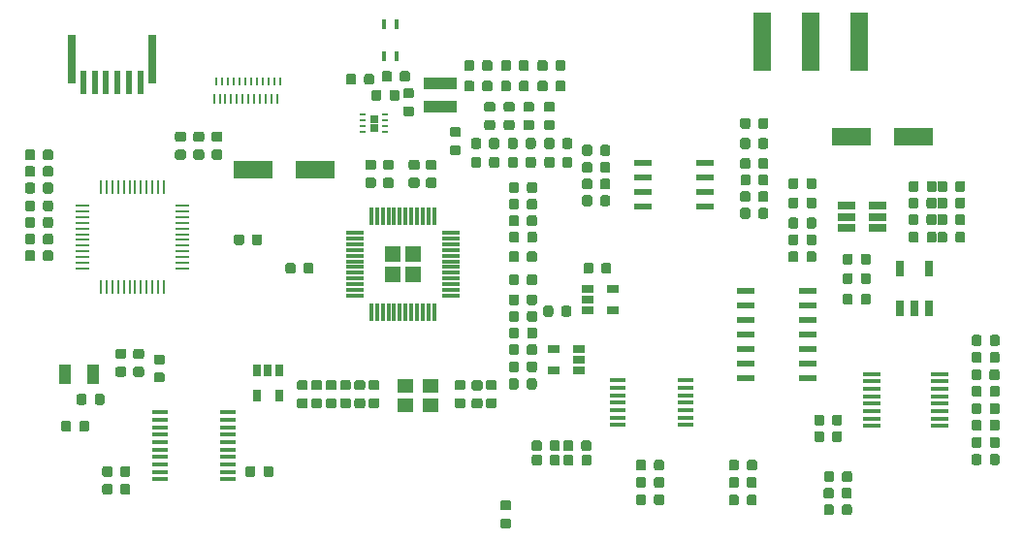
<source format=gtp>
G04 #@! TF.GenerationSoftware,KiCad,Pcbnew,(5.0.0)*
G04 #@! TF.CreationDate,2019-03-22T21:45:25+01:00*
G04 #@! TF.ProjectId,rf-receiver,72662D72656365697665722E6B696361,rev?*
G04 #@! TF.SameCoordinates,Original*
G04 #@! TF.FileFunction,Paste,Top*
G04 #@! TF.FilePolarity,Positive*
%FSLAX46Y46*%
G04 Gerber Fmt 4.6, Leading zero omitted, Abs format (unit mm)*
G04 Created by KiCad (PCBNEW (5.0.0)) date 03/22/19 21:45:25*
%MOMM*%
%LPD*%
G01*
G04 APERTURE LIST*
%ADD10C,0.100000*%
%ADD11C,0.875000*%
%ADD12R,0.270000X0.900000*%
%ADD13R,0.270000X0.800000*%
%ADD14R,1.400000X1.200000*%
%ADD15R,1.500000X0.450000*%
%ADD16R,3.500000X1.600000*%
%ADD17R,1.500000X5.080000*%
%ADD18R,2.900000X1.000000*%
%ADD19R,1.060000X0.650000*%
%ADD20R,0.650000X1.060000*%
%ADD21R,0.700000X4.200000*%
%ADD22R,0.600000X2.000000*%
%ADD23R,1.450000X0.450000*%
%ADD24R,1.550000X0.600000*%
%ADD25R,1.560000X0.650000*%
%ADD26R,1.000000X1.800000*%
%ADD27R,0.300000X1.500000*%
%ADD28R,1.500000X0.300000*%
%ADD29R,1.350000X1.350000*%
%ADD30R,0.250000X1.300000*%
%ADD31R,1.300000X0.250000*%
%ADD32R,1.500000X0.600000*%
%ADD33R,0.500000X0.250000*%
%ADD34R,0.750000X0.650000*%
%ADD35R,0.400000X0.900000*%
%ADD36R,0.760000X1.400000*%
G04 APERTURE END LIST*
D10*
G04 #@! TO.C,C55*
G36*
X88677691Y-73563553D02*
X88698926Y-73566703D01*
X88719750Y-73571919D01*
X88739962Y-73579151D01*
X88759368Y-73588330D01*
X88777781Y-73599366D01*
X88795024Y-73612154D01*
X88810930Y-73626570D01*
X88825346Y-73642476D01*
X88838134Y-73659719D01*
X88849170Y-73678132D01*
X88858349Y-73697538D01*
X88865581Y-73717750D01*
X88870797Y-73738574D01*
X88873947Y-73759809D01*
X88875000Y-73781250D01*
X88875000Y-74218750D01*
X88873947Y-74240191D01*
X88870797Y-74261426D01*
X88865581Y-74282250D01*
X88858349Y-74302462D01*
X88849170Y-74321868D01*
X88838134Y-74340281D01*
X88825346Y-74357524D01*
X88810930Y-74373430D01*
X88795024Y-74387846D01*
X88777781Y-74400634D01*
X88759368Y-74411670D01*
X88739962Y-74420849D01*
X88719750Y-74428081D01*
X88698926Y-74433297D01*
X88677691Y-74436447D01*
X88656250Y-74437500D01*
X88143750Y-74437500D01*
X88122309Y-74436447D01*
X88101074Y-74433297D01*
X88080250Y-74428081D01*
X88060038Y-74420849D01*
X88040632Y-74411670D01*
X88022219Y-74400634D01*
X88004976Y-74387846D01*
X87989070Y-74373430D01*
X87974654Y-74357524D01*
X87961866Y-74340281D01*
X87950830Y-74321868D01*
X87941651Y-74302462D01*
X87934419Y-74282250D01*
X87929203Y-74261426D01*
X87926053Y-74240191D01*
X87925000Y-74218750D01*
X87925000Y-73781250D01*
X87926053Y-73759809D01*
X87929203Y-73738574D01*
X87934419Y-73717750D01*
X87941651Y-73697538D01*
X87950830Y-73678132D01*
X87961866Y-73659719D01*
X87974654Y-73642476D01*
X87989070Y-73626570D01*
X88004976Y-73612154D01*
X88022219Y-73599366D01*
X88040632Y-73588330D01*
X88060038Y-73579151D01*
X88080250Y-73571919D01*
X88101074Y-73566703D01*
X88122309Y-73563553D01*
X88143750Y-73562500D01*
X88656250Y-73562500D01*
X88677691Y-73563553D01*
X88677691Y-73563553D01*
G37*
D11*
X88400000Y-74000000D03*
D10*
G36*
X88677691Y-75138553D02*
X88698926Y-75141703D01*
X88719750Y-75146919D01*
X88739962Y-75154151D01*
X88759368Y-75163330D01*
X88777781Y-75174366D01*
X88795024Y-75187154D01*
X88810930Y-75201570D01*
X88825346Y-75217476D01*
X88838134Y-75234719D01*
X88849170Y-75253132D01*
X88858349Y-75272538D01*
X88865581Y-75292750D01*
X88870797Y-75313574D01*
X88873947Y-75334809D01*
X88875000Y-75356250D01*
X88875000Y-75793750D01*
X88873947Y-75815191D01*
X88870797Y-75836426D01*
X88865581Y-75857250D01*
X88858349Y-75877462D01*
X88849170Y-75896868D01*
X88838134Y-75915281D01*
X88825346Y-75932524D01*
X88810930Y-75948430D01*
X88795024Y-75962846D01*
X88777781Y-75975634D01*
X88759368Y-75986670D01*
X88739962Y-75995849D01*
X88719750Y-76003081D01*
X88698926Y-76008297D01*
X88677691Y-76011447D01*
X88656250Y-76012500D01*
X88143750Y-76012500D01*
X88122309Y-76011447D01*
X88101074Y-76008297D01*
X88080250Y-76003081D01*
X88060038Y-75995849D01*
X88040632Y-75986670D01*
X88022219Y-75975634D01*
X88004976Y-75962846D01*
X87989070Y-75948430D01*
X87974654Y-75932524D01*
X87961866Y-75915281D01*
X87950830Y-75896868D01*
X87941651Y-75877462D01*
X87934419Y-75857250D01*
X87929203Y-75836426D01*
X87926053Y-75815191D01*
X87925000Y-75793750D01*
X87925000Y-75356250D01*
X87926053Y-75334809D01*
X87929203Y-75313574D01*
X87934419Y-75292750D01*
X87941651Y-75272538D01*
X87950830Y-75253132D01*
X87961866Y-75234719D01*
X87974654Y-75217476D01*
X87989070Y-75201570D01*
X88004976Y-75187154D01*
X88022219Y-75174366D01*
X88040632Y-75163330D01*
X88060038Y-75154151D01*
X88080250Y-75146919D01*
X88101074Y-75141703D01*
X88122309Y-75138553D01*
X88143750Y-75137500D01*
X88656250Y-75137500D01*
X88677691Y-75138553D01*
X88677691Y-75138553D01*
G37*
D11*
X88400000Y-75575000D03*
G04 #@! TD*
D12*
G04 #@! TO.C,J3*
X93625000Y-70750000D03*
X93125000Y-70750000D03*
X92625000Y-70750000D03*
X91625000Y-70750000D03*
X92125000Y-70750000D03*
X91125000Y-70750000D03*
X90125000Y-70750000D03*
X90625000Y-70750000D03*
X88625000Y-70750000D03*
X89625000Y-70750000D03*
X88125000Y-70750000D03*
X89125000Y-70750000D03*
D13*
X93875000Y-69150000D03*
X93375000Y-69150000D03*
X92375000Y-69150000D03*
X92875000Y-69150000D03*
X90365000Y-69150000D03*
X91375000Y-69150000D03*
X91875000Y-69150000D03*
X90865000Y-69150000D03*
X88365000Y-69150000D03*
X89365000Y-69150000D03*
X89865000Y-69150000D03*
X88865000Y-69150000D03*
G04 #@! TD*
D10*
G04 #@! TO.C,C1*
G36*
X77027691Y-98826053D02*
X77048926Y-98829203D01*
X77069750Y-98834419D01*
X77089962Y-98841651D01*
X77109368Y-98850830D01*
X77127781Y-98861866D01*
X77145024Y-98874654D01*
X77160930Y-98889070D01*
X77175346Y-98904976D01*
X77188134Y-98922219D01*
X77199170Y-98940632D01*
X77208349Y-98960038D01*
X77215581Y-98980250D01*
X77220797Y-99001074D01*
X77223947Y-99022309D01*
X77225000Y-99043750D01*
X77225000Y-99556250D01*
X77223947Y-99577691D01*
X77220797Y-99598926D01*
X77215581Y-99619750D01*
X77208349Y-99639962D01*
X77199170Y-99659368D01*
X77188134Y-99677781D01*
X77175346Y-99695024D01*
X77160930Y-99710930D01*
X77145024Y-99725346D01*
X77127781Y-99738134D01*
X77109368Y-99749170D01*
X77089962Y-99758349D01*
X77069750Y-99765581D01*
X77048926Y-99770797D01*
X77027691Y-99773947D01*
X77006250Y-99775000D01*
X76568750Y-99775000D01*
X76547309Y-99773947D01*
X76526074Y-99770797D01*
X76505250Y-99765581D01*
X76485038Y-99758349D01*
X76465632Y-99749170D01*
X76447219Y-99738134D01*
X76429976Y-99725346D01*
X76414070Y-99710930D01*
X76399654Y-99695024D01*
X76386866Y-99677781D01*
X76375830Y-99659368D01*
X76366651Y-99639962D01*
X76359419Y-99619750D01*
X76354203Y-99598926D01*
X76351053Y-99577691D01*
X76350000Y-99556250D01*
X76350000Y-99043750D01*
X76351053Y-99022309D01*
X76354203Y-99001074D01*
X76359419Y-98980250D01*
X76366651Y-98960038D01*
X76375830Y-98940632D01*
X76386866Y-98922219D01*
X76399654Y-98904976D01*
X76414070Y-98889070D01*
X76429976Y-98874654D01*
X76447219Y-98861866D01*
X76465632Y-98850830D01*
X76485038Y-98841651D01*
X76505250Y-98834419D01*
X76526074Y-98829203D01*
X76547309Y-98826053D01*
X76568750Y-98825000D01*
X77006250Y-98825000D01*
X77027691Y-98826053D01*
X77027691Y-98826053D01*
G37*
D11*
X76787500Y-99300000D03*
D10*
G36*
X75452691Y-98826053D02*
X75473926Y-98829203D01*
X75494750Y-98834419D01*
X75514962Y-98841651D01*
X75534368Y-98850830D01*
X75552781Y-98861866D01*
X75570024Y-98874654D01*
X75585930Y-98889070D01*
X75600346Y-98904976D01*
X75613134Y-98922219D01*
X75624170Y-98940632D01*
X75633349Y-98960038D01*
X75640581Y-98980250D01*
X75645797Y-99001074D01*
X75648947Y-99022309D01*
X75650000Y-99043750D01*
X75650000Y-99556250D01*
X75648947Y-99577691D01*
X75645797Y-99598926D01*
X75640581Y-99619750D01*
X75633349Y-99639962D01*
X75624170Y-99659368D01*
X75613134Y-99677781D01*
X75600346Y-99695024D01*
X75585930Y-99710930D01*
X75570024Y-99725346D01*
X75552781Y-99738134D01*
X75534368Y-99749170D01*
X75514962Y-99758349D01*
X75494750Y-99765581D01*
X75473926Y-99770797D01*
X75452691Y-99773947D01*
X75431250Y-99775000D01*
X74993750Y-99775000D01*
X74972309Y-99773947D01*
X74951074Y-99770797D01*
X74930250Y-99765581D01*
X74910038Y-99758349D01*
X74890632Y-99749170D01*
X74872219Y-99738134D01*
X74854976Y-99725346D01*
X74839070Y-99710930D01*
X74824654Y-99695024D01*
X74811866Y-99677781D01*
X74800830Y-99659368D01*
X74791651Y-99639962D01*
X74784419Y-99619750D01*
X74779203Y-99598926D01*
X74776053Y-99577691D01*
X74775000Y-99556250D01*
X74775000Y-99043750D01*
X74776053Y-99022309D01*
X74779203Y-99001074D01*
X74784419Y-98980250D01*
X74791651Y-98960038D01*
X74800830Y-98940632D01*
X74811866Y-98922219D01*
X74824654Y-98904976D01*
X74839070Y-98889070D01*
X74854976Y-98874654D01*
X74872219Y-98861866D01*
X74890632Y-98850830D01*
X74910038Y-98841651D01*
X74930250Y-98834419D01*
X74951074Y-98829203D01*
X74972309Y-98826053D01*
X74993750Y-98825000D01*
X75431250Y-98825000D01*
X75452691Y-98826053D01*
X75452691Y-98826053D01*
G37*
D11*
X75212500Y-99300000D03*
G04 #@! TD*
D10*
G04 #@! TO.C,C62*
G36*
X134767691Y-77326053D02*
X134788926Y-77329203D01*
X134809750Y-77334419D01*
X134829962Y-77341651D01*
X134849368Y-77350830D01*
X134867781Y-77361866D01*
X134885024Y-77374654D01*
X134900930Y-77389070D01*
X134915346Y-77404976D01*
X134928134Y-77422219D01*
X134939170Y-77440632D01*
X134948349Y-77460038D01*
X134955581Y-77480250D01*
X134960797Y-77501074D01*
X134963947Y-77522309D01*
X134965000Y-77543750D01*
X134965000Y-78056250D01*
X134963947Y-78077691D01*
X134960797Y-78098926D01*
X134955581Y-78119750D01*
X134948349Y-78139962D01*
X134939170Y-78159368D01*
X134928134Y-78177781D01*
X134915346Y-78195024D01*
X134900930Y-78210930D01*
X134885024Y-78225346D01*
X134867781Y-78238134D01*
X134849368Y-78249170D01*
X134829962Y-78258349D01*
X134809750Y-78265581D01*
X134788926Y-78270797D01*
X134767691Y-78273947D01*
X134746250Y-78275000D01*
X134308750Y-78275000D01*
X134287309Y-78273947D01*
X134266074Y-78270797D01*
X134245250Y-78265581D01*
X134225038Y-78258349D01*
X134205632Y-78249170D01*
X134187219Y-78238134D01*
X134169976Y-78225346D01*
X134154070Y-78210930D01*
X134139654Y-78195024D01*
X134126866Y-78177781D01*
X134115830Y-78159368D01*
X134106651Y-78139962D01*
X134099419Y-78119750D01*
X134094203Y-78098926D01*
X134091053Y-78077691D01*
X134090000Y-78056250D01*
X134090000Y-77543750D01*
X134091053Y-77522309D01*
X134094203Y-77501074D01*
X134099419Y-77480250D01*
X134106651Y-77460038D01*
X134115830Y-77440632D01*
X134126866Y-77422219D01*
X134139654Y-77404976D01*
X134154070Y-77389070D01*
X134169976Y-77374654D01*
X134187219Y-77361866D01*
X134205632Y-77350830D01*
X134225038Y-77341651D01*
X134245250Y-77334419D01*
X134266074Y-77329203D01*
X134287309Y-77326053D01*
X134308750Y-77325000D01*
X134746250Y-77325000D01*
X134767691Y-77326053D01*
X134767691Y-77326053D01*
G37*
D11*
X134527500Y-77800000D03*
D10*
G36*
X136342691Y-77326053D02*
X136363926Y-77329203D01*
X136384750Y-77334419D01*
X136404962Y-77341651D01*
X136424368Y-77350830D01*
X136442781Y-77361866D01*
X136460024Y-77374654D01*
X136475930Y-77389070D01*
X136490346Y-77404976D01*
X136503134Y-77422219D01*
X136514170Y-77440632D01*
X136523349Y-77460038D01*
X136530581Y-77480250D01*
X136535797Y-77501074D01*
X136538947Y-77522309D01*
X136540000Y-77543750D01*
X136540000Y-78056250D01*
X136538947Y-78077691D01*
X136535797Y-78098926D01*
X136530581Y-78119750D01*
X136523349Y-78139962D01*
X136514170Y-78159368D01*
X136503134Y-78177781D01*
X136490346Y-78195024D01*
X136475930Y-78210930D01*
X136460024Y-78225346D01*
X136442781Y-78238134D01*
X136424368Y-78249170D01*
X136404962Y-78258349D01*
X136384750Y-78265581D01*
X136363926Y-78270797D01*
X136342691Y-78273947D01*
X136321250Y-78275000D01*
X135883750Y-78275000D01*
X135862309Y-78273947D01*
X135841074Y-78270797D01*
X135820250Y-78265581D01*
X135800038Y-78258349D01*
X135780632Y-78249170D01*
X135762219Y-78238134D01*
X135744976Y-78225346D01*
X135729070Y-78210930D01*
X135714654Y-78195024D01*
X135701866Y-78177781D01*
X135690830Y-78159368D01*
X135681651Y-78139962D01*
X135674419Y-78119750D01*
X135669203Y-78098926D01*
X135666053Y-78077691D01*
X135665000Y-78056250D01*
X135665000Y-77543750D01*
X135666053Y-77522309D01*
X135669203Y-77501074D01*
X135674419Y-77480250D01*
X135681651Y-77460038D01*
X135690830Y-77440632D01*
X135701866Y-77422219D01*
X135714654Y-77404976D01*
X135729070Y-77389070D01*
X135744976Y-77374654D01*
X135762219Y-77361866D01*
X135780632Y-77350830D01*
X135800038Y-77341651D01*
X135820250Y-77334419D01*
X135841074Y-77329203D01*
X135862309Y-77326053D01*
X135883750Y-77325000D01*
X136321250Y-77325000D01*
X136342691Y-77326053D01*
X136342691Y-77326053D01*
G37*
D11*
X136102500Y-77800000D03*
G04 #@! TD*
D10*
G04 #@! TO.C,C61*
G36*
X136327691Y-78776053D02*
X136348926Y-78779203D01*
X136369750Y-78784419D01*
X136389962Y-78791651D01*
X136409368Y-78800830D01*
X136427781Y-78811866D01*
X136445024Y-78824654D01*
X136460930Y-78839070D01*
X136475346Y-78854976D01*
X136488134Y-78872219D01*
X136499170Y-78890632D01*
X136508349Y-78910038D01*
X136515581Y-78930250D01*
X136520797Y-78951074D01*
X136523947Y-78972309D01*
X136525000Y-78993750D01*
X136525000Y-79506250D01*
X136523947Y-79527691D01*
X136520797Y-79548926D01*
X136515581Y-79569750D01*
X136508349Y-79589962D01*
X136499170Y-79609368D01*
X136488134Y-79627781D01*
X136475346Y-79645024D01*
X136460930Y-79660930D01*
X136445024Y-79675346D01*
X136427781Y-79688134D01*
X136409368Y-79699170D01*
X136389962Y-79708349D01*
X136369750Y-79715581D01*
X136348926Y-79720797D01*
X136327691Y-79723947D01*
X136306250Y-79725000D01*
X135868750Y-79725000D01*
X135847309Y-79723947D01*
X135826074Y-79720797D01*
X135805250Y-79715581D01*
X135785038Y-79708349D01*
X135765632Y-79699170D01*
X135747219Y-79688134D01*
X135729976Y-79675346D01*
X135714070Y-79660930D01*
X135699654Y-79645024D01*
X135686866Y-79627781D01*
X135675830Y-79609368D01*
X135666651Y-79589962D01*
X135659419Y-79569750D01*
X135654203Y-79548926D01*
X135651053Y-79527691D01*
X135650000Y-79506250D01*
X135650000Y-78993750D01*
X135651053Y-78972309D01*
X135654203Y-78951074D01*
X135659419Y-78930250D01*
X135666651Y-78910038D01*
X135675830Y-78890632D01*
X135686866Y-78872219D01*
X135699654Y-78854976D01*
X135714070Y-78839070D01*
X135729976Y-78824654D01*
X135747219Y-78811866D01*
X135765632Y-78800830D01*
X135785038Y-78791651D01*
X135805250Y-78784419D01*
X135826074Y-78779203D01*
X135847309Y-78776053D01*
X135868750Y-78775000D01*
X136306250Y-78775000D01*
X136327691Y-78776053D01*
X136327691Y-78776053D01*
G37*
D11*
X136087500Y-79250000D03*
D10*
G36*
X134752691Y-78776053D02*
X134773926Y-78779203D01*
X134794750Y-78784419D01*
X134814962Y-78791651D01*
X134834368Y-78800830D01*
X134852781Y-78811866D01*
X134870024Y-78824654D01*
X134885930Y-78839070D01*
X134900346Y-78854976D01*
X134913134Y-78872219D01*
X134924170Y-78890632D01*
X134933349Y-78910038D01*
X134940581Y-78930250D01*
X134945797Y-78951074D01*
X134948947Y-78972309D01*
X134950000Y-78993750D01*
X134950000Y-79506250D01*
X134948947Y-79527691D01*
X134945797Y-79548926D01*
X134940581Y-79569750D01*
X134933349Y-79589962D01*
X134924170Y-79609368D01*
X134913134Y-79627781D01*
X134900346Y-79645024D01*
X134885930Y-79660930D01*
X134870024Y-79675346D01*
X134852781Y-79688134D01*
X134834368Y-79699170D01*
X134814962Y-79708349D01*
X134794750Y-79715581D01*
X134773926Y-79720797D01*
X134752691Y-79723947D01*
X134731250Y-79725000D01*
X134293750Y-79725000D01*
X134272309Y-79723947D01*
X134251074Y-79720797D01*
X134230250Y-79715581D01*
X134210038Y-79708349D01*
X134190632Y-79699170D01*
X134172219Y-79688134D01*
X134154976Y-79675346D01*
X134139070Y-79660930D01*
X134124654Y-79645024D01*
X134111866Y-79627781D01*
X134100830Y-79609368D01*
X134091651Y-79589962D01*
X134084419Y-79569750D01*
X134079203Y-79548926D01*
X134076053Y-79527691D01*
X134075000Y-79506250D01*
X134075000Y-78993750D01*
X134076053Y-78972309D01*
X134079203Y-78951074D01*
X134084419Y-78930250D01*
X134091651Y-78910038D01*
X134100830Y-78890632D01*
X134111866Y-78872219D01*
X134124654Y-78854976D01*
X134139070Y-78839070D01*
X134154976Y-78824654D01*
X134172219Y-78811866D01*
X134190632Y-78800830D01*
X134210038Y-78791651D01*
X134230250Y-78784419D01*
X134251074Y-78779203D01*
X134272309Y-78776053D01*
X134293750Y-78775000D01*
X134731250Y-78775000D01*
X134752691Y-78776053D01*
X134752691Y-78776053D01*
G37*
D11*
X134512500Y-79250000D03*
G04 #@! TD*
D10*
G04 #@! TO.C,C59*
G36*
X142777691Y-98276053D02*
X142798926Y-98279203D01*
X142819750Y-98284419D01*
X142839962Y-98291651D01*
X142859368Y-98300830D01*
X142877781Y-98311866D01*
X142895024Y-98324654D01*
X142910930Y-98339070D01*
X142925346Y-98354976D01*
X142938134Y-98372219D01*
X142949170Y-98390632D01*
X142958349Y-98410038D01*
X142965581Y-98430250D01*
X142970797Y-98451074D01*
X142973947Y-98472309D01*
X142975000Y-98493750D01*
X142975000Y-99006250D01*
X142973947Y-99027691D01*
X142970797Y-99048926D01*
X142965581Y-99069750D01*
X142958349Y-99089962D01*
X142949170Y-99109368D01*
X142938134Y-99127781D01*
X142925346Y-99145024D01*
X142910930Y-99160930D01*
X142895024Y-99175346D01*
X142877781Y-99188134D01*
X142859368Y-99199170D01*
X142839962Y-99208349D01*
X142819750Y-99215581D01*
X142798926Y-99220797D01*
X142777691Y-99223947D01*
X142756250Y-99225000D01*
X142318750Y-99225000D01*
X142297309Y-99223947D01*
X142276074Y-99220797D01*
X142255250Y-99215581D01*
X142235038Y-99208349D01*
X142215632Y-99199170D01*
X142197219Y-99188134D01*
X142179976Y-99175346D01*
X142164070Y-99160930D01*
X142149654Y-99145024D01*
X142136866Y-99127781D01*
X142125830Y-99109368D01*
X142116651Y-99089962D01*
X142109419Y-99069750D01*
X142104203Y-99048926D01*
X142101053Y-99027691D01*
X142100000Y-99006250D01*
X142100000Y-98493750D01*
X142101053Y-98472309D01*
X142104203Y-98451074D01*
X142109419Y-98430250D01*
X142116651Y-98410038D01*
X142125830Y-98390632D01*
X142136866Y-98372219D01*
X142149654Y-98354976D01*
X142164070Y-98339070D01*
X142179976Y-98324654D01*
X142197219Y-98311866D01*
X142215632Y-98300830D01*
X142235038Y-98291651D01*
X142255250Y-98284419D01*
X142276074Y-98279203D01*
X142297309Y-98276053D01*
X142318750Y-98275000D01*
X142756250Y-98275000D01*
X142777691Y-98276053D01*
X142777691Y-98276053D01*
G37*
D11*
X142537500Y-98750000D03*
D10*
G36*
X141202691Y-98276053D02*
X141223926Y-98279203D01*
X141244750Y-98284419D01*
X141264962Y-98291651D01*
X141284368Y-98300830D01*
X141302781Y-98311866D01*
X141320024Y-98324654D01*
X141335930Y-98339070D01*
X141350346Y-98354976D01*
X141363134Y-98372219D01*
X141374170Y-98390632D01*
X141383349Y-98410038D01*
X141390581Y-98430250D01*
X141395797Y-98451074D01*
X141398947Y-98472309D01*
X141400000Y-98493750D01*
X141400000Y-99006250D01*
X141398947Y-99027691D01*
X141395797Y-99048926D01*
X141390581Y-99069750D01*
X141383349Y-99089962D01*
X141374170Y-99109368D01*
X141363134Y-99127781D01*
X141350346Y-99145024D01*
X141335930Y-99160930D01*
X141320024Y-99175346D01*
X141302781Y-99188134D01*
X141284368Y-99199170D01*
X141264962Y-99208349D01*
X141244750Y-99215581D01*
X141223926Y-99220797D01*
X141202691Y-99223947D01*
X141181250Y-99225000D01*
X140743750Y-99225000D01*
X140722309Y-99223947D01*
X140701074Y-99220797D01*
X140680250Y-99215581D01*
X140660038Y-99208349D01*
X140640632Y-99199170D01*
X140622219Y-99188134D01*
X140604976Y-99175346D01*
X140589070Y-99160930D01*
X140574654Y-99145024D01*
X140561866Y-99127781D01*
X140550830Y-99109368D01*
X140541651Y-99089962D01*
X140534419Y-99069750D01*
X140529203Y-99048926D01*
X140526053Y-99027691D01*
X140525000Y-99006250D01*
X140525000Y-98493750D01*
X140526053Y-98472309D01*
X140529203Y-98451074D01*
X140534419Y-98430250D01*
X140541651Y-98410038D01*
X140550830Y-98390632D01*
X140561866Y-98372219D01*
X140574654Y-98354976D01*
X140589070Y-98339070D01*
X140604976Y-98324654D01*
X140622219Y-98311866D01*
X140640632Y-98300830D01*
X140660038Y-98291651D01*
X140680250Y-98284419D01*
X140701074Y-98279203D01*
X140722309Y-98276053D01*
X140743750Y-98275000D01*
X141181250Y-98275000D01*
X141202691Y-98276053D01*
X141202691Y-98276053D01*
G37*
D11*
X140962500Y-98750000D03*
G04 #@! TD*
D10*
G04 #@! TO.C,C57*
G36*
X151952691Y-80776053D02*
X151973926Y-80779203D01*
X151994750Y-80784419D01*
X152014962Y-80791651D01*
X152034368Y-80800830D01*
X152052781Y-80811866D01*
X152070024Y-80824654D01*
X152085930Y-80839070D01*
X152100346Y-80854976D01*
X152113134Y-80872219D01*
X152124170Y-80890632D01*
X152133349Y-80910038D01*
X152140581Y-80930250D01*
X152145797Y-80951074D01*
X152148947Y-80972309D01*
X152150000Y-80993750D01*
X152150000Y-81506250D01*
X152148947Y-81527691D01*
X152145797Y-81548926D01*
X152140581Y-81569750D01*
X152133349Y-81589962D01*
X152124170Y-81609368D01*
X152113134Y-81627781D01*
X152100346Y-81645024D01*
X152085930Y-81660930D01*
X152070024Y-81675346D01*
X152052781Y-81688134D01*
X152034368Y-81699170D01*
X152014962Y-81708349D01*
X151994750Y-81715581D01*
X151973926Y-81720797D01*
X151952691Y-81723947D01*
X151931250Y-81725000D01*
X151493750Y-81725000D01*
X151472309Y-81723947D01*
X151451074Y-81720797D01*
X151430250Y-81715581D01*
X151410038Y-81708349D01*
X151390632Y-81699170D01*
X151372219Y-81688134D01*
X151354976Y-81675346D01*
X151339070Y-81660930D01*
X151324654Y-81645024D01*
X151311866Y-81627781D01*
X151300830Y-81609368D01*
X151291651Y-81589962D01*
X151284419Y-81569750D01*
X151279203Y-81548926D01*
X151276053Y-81527691D01*
X151275000Y-81506250D01*
X151275000Y-80993750D01*
X151276053Y-80972309D01*
X151279203Y-80951074D01*
X151284419Y-80930250D01*
X151291651Y-80910038D01*
X151300830Y-80890632D01*
X151311866Y-80872219D01*
X151324654Y-80854976D01*
X151339070Y-80839070D01*
X151354976Y-80824654D01*
X151372219Y-80811866D01*
X151390632Y-80800830D01*
X151410038Y-80791651D01*
X151430250Y-80784419D01*
X151451074Y-80779203D01*
X151472309Y-80776053D01*
X151493750Y-80775000D01*
X151931250Y-80775000D01*
X151952691Y-80776053D01*
X151952691Y-80776053D01*
G37*
D11*
X151712500Y-81250000D03*
D10*
G36*
X153527691Y-80776053D02*
X153548926Y-80779203D01*
X153569750Y-80784419D01*
X153589962Y-80791651D01*
X153609368Y-80800830D01*
X153627781Y-80811866D01*
X153645024Y-80824654D01*
X153660930Y-80839070D01*
X153675346Y-80854976D01*
X153688134Y-80872219D01*
X153699170Y-80890632D01*
X153708349Y-80910038D01*
X153715581Y-80930250D01*
X153720797Y-80951074D01*
X153723947Y-80972309D01*
X153725000Y-80993750D01*
X153725000Y-81506250D01*
X153723947Y-81527691D01*
X153720797Y-81548926D01*
X153715581Y-81569750D01*
X153708349Y-81589962D01*
X153699170Y-81609368D01*
X153688134Y-81627781D01*
X153675346Y-81645024D01*
X153660930Y-81660930D01*
X153645024Y-81675346D01*
X153627781Y-81688134D01*
X153609368Y-81699170D01*
X153589962Y-81708349D01*
X153569750Y-81715581D01*
X153548926Y-81720797D01*
X153527691Y-81723947D01*
X153506250Y-81725000D01*
X153068750Y-81725000D01*
X153047309Y-81723947D01*
X153026074Y-81720797D01*
X153005250Y-81715581D01*
X152985038Y-81708349D01*
X152965632Y-81699170D01*
X152947219Y-81688134D01*
X152929976Y-81675346D01*
X152914070Y-81660930D01*
X152899654Y-81645024D01*
X152886866Y-81627781D01*
X152875830Y-81609368D01*
X152866651Y-81589962D01*
X152859419Y-81569750D01*
X152854203Y-81548926D01*
X152851053Y-81527691D01*
X152850000Y-81506250D01*
X152850000Y-80993750D01*
X152851053Y-80972309D01*
X152854203Y-80951074D01*
X152859419Y-80930250D01*
X152866651Y-80910038D01*
X152875830Y-80890632D01*
X152886866Y-80872219D01*
X152899654Y-80854976D01*
X152914070Y-80839070D01*
X152929976Y-80824654D01*
X152947219Y-80811866D01*
X152965632Y-80800830D01*
X152985038Y-80791651D01*
X153005250Y-80784419D01*
X153026074Y-80779203D01*
X153047309Y-80776053D01*
X153068750Y-80775000D01*
X153506250Y-80775000D01*
X153527691Y-80776053D01*
X153527691Y-80776053D01*
G37*
D11*
X153287500Y-81250000D03*
G04 #@! TD*
D10*
G04 #@! TO.C,C56*
G36*
X153527691Y-82326053D02*
X153548926Y-82329203D01*
X153569750Y-82334419D01*
X153589962Y-82341651D01*
X153609368Y-82350830D01*
X153627781Y-82361866D01*
X153645024Y-82374654D01*
X153660930Y-82389070D01*
X153675346Y-82404976D01*
X153688134Y-82422219D01*
X153699170Y-82440632D01*
X153708349Y-82460038D01*
X153715581Y-82480250D01*
X153720797Y-82501074D01*
X153723947Y-82522309D01*
X153725000Y-82543750D01*
X153725000Y-83056250D01*
X153723947Y-83077691D01*
X153720797Y-83098926D01*
X153715581Y-83119750D01*
X153708349Y-83139962D01*
X153699170Y-83159368D01*
X153688134Y-83177781D01*
X153675346Y-83195024D01*
X153660930Y-83210930D01*
X153645024Y-83225346D01*
X153627781Y-83238134D01*
X153609368Y-83249170D01*
X153589962Y-83258349D01*
X153569750Y-83265581D01*
X153548926Y-83270797D01*
X153527691Y-83273947D01*
X153506250Y-83275000D01*
X153068750Y-83275000D01*
X153047309Y-83273947D01*
X153026074Y-83270797D01*
X153005250Y-83265581D01*
X152985038Y-83258349D01*
X152965632Y-83249170D01*
X152947219Y-83238134D01*
X152929976Y-83225346D01*
X152914070Y-83210930D01*
X152899654Y-83195024D01*
X152886866Y-83177781D01*
X152875830Y-83159368D01*
X152866651Y-83139962D01*
X152859419Y-83119750D01*
X152854203Y-83098926D01*
X152851053Y-83077691D01*
X152850000Y-83056250D01*
X152850000Y-82543750D01*
X152851053Y-82522309D01*
X152854203Y-82501074D01*
X152859419Y-82480250D01*
X152866651Y-82460038D01*
X152875830Y-82440632D01*
X152886866Y-82422219D01*
X152899654Y-82404976D01*
X152914070Y-82389070D01*
X152929976Y-82374654D01*
X152947219Y-82361866D01*
X152965632Y-82350830D01*
X152985038Y-82341651D01*
X153005250Y-82334419D01*
X153026074Y-82329203D01*
X153047309Y-82326053D01*
X153068750Y-82325000D01*
X153506250Y-82325000D01*
X153527691Y-82326053D01*
X153527691Y-82326053D01*
G37*
D11*
X153287500Y-82800000D03*
D10*
G36*
X151952691Y-82326053D02*
X151973926Y-82329203D01*
X151994750Y-82334419D01*
X152014962Y-82341651D01*
X152034368Y-82350830D01*
X152052781Y-82361866D01*
X152070024Y-82374654D01*
X152085930Y-82389070D01*
X152100346Y-82404976D01*
X152113134Y-82422219D01*
X152124170Y-82440632D01*
X152133349Y-82460038D01*
X152140581Y-82480250D01*
X152145797Y-82501074D01*
X152148947Y-82522309D01*
X152150000Y-82543750D01*
X152150000Y-83056250D01*
X152148947Y-83077691D01*
X152145797Y-83098926D01*
X152140581Y-83119750D01*
X152133349Y-83139962D01*
X152124170Y-83159368D01*
X152113134Y-83177781D01*
X152100346Y-83195024D01*
X152085930Y-83210930D01*
X152070024Y-83225346D01*
X152052781Y-83238134D01*
X152034368Y-83249170D01*
X152014962Y-83258349D01*
X151994750Y-83265581D01*
X151973926Y-83270797D01*
X151952691Y-83273947D01*
X151931250Y-83275000D01*
X151493750Y-83275000D01*
X151472309Y-83273947D01*
X151451074Y-83270797D01*
X151430250Y-83265581D01*
X151410038Y-83258349D01*
X151390632Y-83249170D01*
X151372219Y-83238134D01*
X151354976Y-83225346D01*
X151339070Y-83210930D01*
X151324654Y-83195024D01*
X151311866Y-83177781D01*
X151300830Y-83159368D01*
X151291651Y-83139962D01*
X151284419Y-83119750D01*
X151279203Y-83098926D01*
X151276053Y-83077691D01*
X151275000Y-83056250D01*
X151275000Y-82543750D01*
X151276053Y-82522309D01*
X151279203Y-82501074D01*
X151284419Y-82480250D01*
X151291651Y-82460038D01*
X151300830Y-82440632D01*
X151311866Y-82422219D01*
X151324654Y-82404976D01*
X151339070Y-82389070D01*
X151354976Y-82374654D01*
X151372219Y-82361866D01*
X151390632Y-82350830D01*
X151410038Y-82341651D01*
X151430250Y-82334419D01*
X151451074Y-82329203D01*
X151472309Y-82326053D01*
X151493750Y-82325000D01*
X151931250Y-82325000D01*
X151952691Y-82326053D01*
X151952691Y-82326053D01*
G37*
D11*
X151712500Y-82800000D03*
G04 #@! TD*
D10*
G04 #@! TO.C,C54*
G36*
X114567691Y-90676053D02*
X114588926Y-90679203D01*
X114609750Y-90684419D01*
X114629962Y-90691651D01*
X114649368Y-90700830D01*
X114667781Y-90711866D01*
X114685024Y-90724654D01*
X114700930Y-90739070D01*
X114715346Y-90754976D01*
X114728134Y-90772219D01*
X114739170Y-90790632D01*
X114748349Y-90810038D01*
X114755581Y-90830250D01*
X114760797Y-90851074D01*
X114763947Y-90872309D01*
X114765000Y-90893750D01*
X114765000Y-91406250D01*
X114763947Y-91427691D01*
X114760797Y-91448926D01*
X114755581Y-91469750D01*
X114748349Y-91489962D01*
X114739170Y-91509368D01*
X114728134Y-91527781D01*
X114715346Y-91545024D01*
X114700930Y-91560930D01*
X114685024Y-91575346D01*
X114667781Y-91588134D01*
X114649368Y-91599170D01*
X114629962Y-91608349D01*
X114609750Y-91615581D01*
X114588926Y-91620797D01*
X114567691Y-91623947D01*
X114546250Y-91625000D01*
X114108750Y-91625000D01*
X114087309Y-91623947D01*
X114066074Y-91620797D01*
X114045250Y-91615581D01*
X114025038Y-91608349D01*
X114005632Y-91599170D01*
X113987219Y-91588134D01*
X113969976Y-91575346D01*
X113954070Y-91560930D01*
X113939654Y-91545024D01*
X113926866Y-91527781D01*
X113915830Y-91509368D01*
X113906651Y-91489962D01*
X113899419Y-91469750D01*
X113894203Y-91448926D01*
X113891053Y-91427691D01*
X113890000Y-91406250D01*
X113890000Y-90893750D01*
X113891053Y-90872309D01*
X113894203Y-90851074D01*
X113899419Y-90830250D01*
X113906651Y-90810038D01*
X113915830Y-90790632D01*
X113926866Y-90772219D01*
X113939654Y-90754976D01*
X113954070Y-90739070D01*
X113969976Y-90724654D01*
X113987219Y-90711866D01*
X114005632Y-90700830D01*
X114025038Y-90691651D01*
X114045250Y-90684419D01*
X114066074Y-90679203D01*
X114087309Y-90676053D01*
X114108750Y-90675000D01*
X114546250Y-90675000D01*
X114567691Y-90676053D01*
X114567691Y-90676053D01*
G37*
D11*
X114327500Y-91150000D03*
D10*
G36*
X116142691Y-90676053D02*
X116163926Y-90679203D01*
X116184750Y-90684419D01*
X116204962Y-90691651D01*
X116224368Y-90700830D01*
X116242781Y-90711866D01*
X116260024Y-90724654D01*
X116275930Y-90739070D01*
X116290346Y-90754976D01*
X116303134Y-90772219D01*
X116314170Y-90790632D01*
X116323349Y-90810038D01*
X116330581Y-90830250D01*
X116335797Y-90851074D01*
X116338947Y-90872309D01*
X116340000Y-90893750D01*
X116340000Y-91406250D01*
X116338947Y-91427691D01*
X116335797Y-91448926D01*
X116330581Y-91469750D01*
X116323349Y-91489962D01*
X116314170Y-91509368D01*
X116303134Y-91527781D01*
X116290346Y-91545024D01*
X116275930Y-91560930D01*
X116260024Y-91575346D01*
X116242781Y-91588134D01*
X116224368Y-91599170D01*
X116204962Y-91608349D01*
X116184750Y-91615581D01*
X116163926Y-91620797D01*
X116142691Y-91623947D01*
X116121250Y-91625000D01*
X115683750Y-91625000D01*
X115662309Y-91623947D01*
X115641074Y-91620797D01*
X115620250Y-91615581D01*
X115600038Y-91608349D01*
X115580632Y-91599170D01*
X115562219Y-91588134D01*
X115544976Y-91575346D01*
X115529070Y-91560930D01*
X115514654Y-91545024D01*
X115501866Y-91527781D01*
X115490830Y-91509368D01*
X115481651Y-91489962D01*
X115474419Y-91469750D01*
X115469203Y-91448926D01*
X115466053Y-91427691D01*
X115465000Y-91406250D01*
X115465000Y-90893750D01*
X115466053Y-90872309D01*
X115469203Y-90851074D01*
X115474419Y-90830250D01*
X115481651Y-90810038D01*
X115490830Y-90790632D01*
X115501866Y-90772219D01*
X115514654Y-90754976D01*
X115529070Y-90739070D01*
X115544976Y-90724654D01*
X115562219Y-90711866D01*
X115580632Y-90700830D01*
X115600038Y-90691651D01*
X115620250Y-90684419D01*
X115641074Y-90679203D01*
X115662309Y-90676053D01*
X115683750Y-90675000D01*
X116121250Y-90675000D01*
X116142691Y-90676053D01*
X116142691Y-90676053D01*
G37*
D11*
X115902500Y-91150000D03*
G04 #@! TD*
D10*
G04 #@! TO.C,C53*
G36*
X140527691Y-84026053D02*
X140548926Y-84029203D01*
X140569750Y-84034419D01*
X140589962Y-84041651D01*
X140609368Y-84050830D01*
X140627781Y-84061866D01*
X140645024Y-84074654D01*
X140660930Y-84089070D01*
X140675346Y-84104976D01*
X140688134Y-84122219D01*
X140699170Y-84140632D01*
X140708349Y-84160038D01*
X140715581Y-84180250D01*
X140720797Y-84201074D01*
X140723947Y-84222309D01*
X140725000Y-84243750D01*
X140725000Y-84756250D01*
X140723947Y-84777691D01*
X140720797Y-84798926D01*
X140715581Y-84819750D01*
X140708349Y-84839962D01*
X140699170Y-84859368D01*
X140688134Y-84877781D01*
X140675346Y-84895024D01*
X140660930Y-84910930D01*
X140645024Y-84925346D01*
X140627781Y-84938134D01*
X140609368Y-84949170D01*
X140589962Y-84958349D01*
X140569750Y-84965581D01*
X140548926Y-84970797D01*
X140527691Y-84973947D01*
X140506250Y-84975000D01*
X140068750Y-84975000D01*
X140047309Y-84973947D01*
X140026074Y-84970797D01*
X140005250Y-84965581D01*
X139985038Y-84958349D01*
X139965632Y-84949170D01*
X139947219Y-84938134D01*
X139929976Y-84925346D01*
X139914070Y-84910930D01*
X139899654Y-84895024D01*
X139886866Y-84877781D01*
X139875830Y-84859368D01*
X139866651Y-84839962D01*
X139859419Y-84819750D01*
X139854203Y-84798926D01*
X139851053Y-84777691D01*
X139850000Y-84756250D01*
X139850000Y-84243750D01*
X139851053Y-84222309D01*
X139854203Y-84201074D01*
X139859419Y-84180250D01*
X139866651Y-84160038D01*
X139875830Y-84140632D01*
X139886866Y-84122219D01*
X139899654Y-84104976D01*
X139914070Y-84089070D01*
X139929976Y-84074654D01*
X139947219Y-84061866D01*
X139965632Y-84050830D01*
X139985038Y-84041651D01*
X140005250Y-84034419D01*
X140026074Y-84029203D01*
X140047309Y-84026053D01*
X140068750Y-84025000D01*
X140506250Y-84025000D01*
X140527691Y-84026053D01*
X140527691Y-84026053D01*
G37*
D11*
X140287500Y-84500000D03*
D10*
G36*
X138952691Y-84026053D02*
X138973926Y-84029203D01*
X138994750Y-84034419D01*
X139014962Y-84041651D01*
X139034368Y-84050830D01*
X139052781Y-84061866D01*
X139070024Y-84074654D01*
X139085930Y-84089070D01*
X139100346Y-84104976D01*
X139113134Y-84122219D01*
X139124170Y-84140632D01*
X139133349Y-84160038D01*
X139140581Y-84180250D01*
X139145797Y-84201074D01*
X139148947Y-84222309D01*
X139150000Y-84243750D01*
X139150000Y-84756250D01*
X139148947Y-84777691D01*
X139145797Y-84798926D01*
X139140581Y-84819750D01*
X139133349Y-84839962D01*
X139124170Y-84859368D01*
X139113134Y-84877781D01*
X139100346Y-84895024D01*
X139085930Y-84910930D01*
X139070024Y-84925346D01*
X139052781Y-84938134D01*
X139034368Y-84949170D01*
X139014962Y-84958349D01*
X138994750Y-84965581D01*
X138973926Y-84970797D01*
X138952691Y-84973947D01*
X138931250Y-84975000D01*
X138493750Y-84975000D01*
X138472309Y-84973947D01*
X138451074Y-84970797D01*
X138430250Y-84965581D01*
X138410038Y-84958349D01*
X138390632Y-84949170D01*
X138372219Y-84938134D01*
X138354976Y-84925346D01*
X138339070Y-84910930D01*
X138324654Y-84895024D01*
X138311866Y-84877781D01*
X138300830Y-84859368D01*
X138291651Y-84839962D01*
X138284419Y-84819750D01*
X138279203Y-84798926D01*
X138276053Y-84777691D01*
X138275000Y-84756250D01*
X138275000Y-84243750D01*
X138276053Y-84222309D01*
X138279203Y-84201074D01*
X138284419Y-84180250D01*
X138291651Y-84160038D01*
X138300830Y-84140632D01*
X138311866Y-84122219D01*
X138324654Y-84104976D01*
X138339070Y-84089070D01*
X138354976Y-84074654D01*
X138372219Y-84061866D01*
X138390632Y-84050830D01*
X138410038Y-84041651D01*
X138430250Y-84034419D01*
X138451074Y-84029203D01*
X138472309Y-84026053D01*
X138493750Y-84025000D01*
X138931250Y-84025000D01*
X138952691Y-84026053D01*
X138952691Y-84026053D01*
G37*
D11*
X138712500Y-84500000D03*
G04 #@! TD*
D10*
G04 #@! TO.C,C51*
G36*
X145277691Y-87726053D02*
X145298926Y-87729203D01*
X145319750Y-87734419D01*
X145339962Y-87741651D01*
X145359368Y-87750830D01*
X145377781Y-87761866D01*
X145395024Y-87774654D01*
X145410930Y-87789070D01*
X145425346Y-87804976D01*
X145438134Y-87822219D01*
X145449170Y-87840632D01*
X145458349Y-87860038D01*
X145465581Y-87880250D01*
X145470797Y-87901074D01*
X145473947Y-87922309D01*
X145475000Y-87943750D01*
X145475000Y-88456250D01*
X145473947Y-88477691D01*
X145470797Y-88498926D01*
X145465581Y-88519750D01*
X145458349Y-88539962D01*
X145449170Y-88559368D01*
X145438134Y-88577781D01*
X145425346Y-88595024D01*
X145410930Y-88610930D01*
X145395024Y-88625346D01*
X145377781Y-88638134D01*
X145359368Y-88649170D01*
X145339962Y-88658349D01*
X145319750Y-88665581D01*
X145298926Y-88670797D01*
X145277691Y-88673947D01*
X145256250Y-88675000D01*
X144818750Y-88675000D01*
X144797309Y-88673947D01*
X144776074Y-88670797D01*
X144755250Y-88665581D01*
X144735038Y-88658349D01*
X144715632Y-88649170D01*
X144697219Y-88638134D01*
X144679976Y-88625346D01*
X144664070Y-88610930D01*
X144649654Y-88595024D01*
X144636866Y-88577781D01*
X144625830Y-88559368D01*
X144616651Y-88539962D01*
X144609419Y-88519750D01*
X144604203Y-88498926D01*
X144601053Y-88477691D01*
X144600000Y-88456250D01*
X144600000Y-87943750D01*
X144601053Y-87922309D01*
X144604203Y-87901074D01*
X144609419Y-87880250D01*
X144616651Y-87860038D01*
X144625830Y-87840632D01*
X144636866Y-87822219D01*
X144649654Y-87804976D01*
X144664070Y-87789070D01*
X144679976Y-87774654D01*
X144697219Y-87761866D01*
X144715632Y-87750830D01*
X144735038Y-87741651D01*
X144755250Y-87734419D01*
X144776074Y-87729203D01*
X144797309Y-87726053D01*
X144818750Y-87725000D01*
X145256250Y-87725000D01*
X145277691Y-87726053D01*
X145277691Y-87726053D01*
G37*
D11*
X145037500Y-88200000D03*
D10*
G36*
X143702691Y-87726053D02*
X143723926Y-87729203D01*
X143744750Y-87734419D01*
X143764962Y-87741651D01*
X143784368Y-87750830D01*
X143802781Y-87761866D01*
X143820024Y-87774654D01*
X143835930Y-87789070D01*
X143850346Y-87804976D01*
X143863134Y-87822219D01*
X143874170Y-87840632D01*
X143883349Y-87860038D01*
X143890581Y-87880250D01*
X143895797Y-87901074D01*
X143898947Y-87922309D01*
X143900000Y-87943750D01*
X143900000Y-88456250D01*
X143898947Y-88477691D01*
X143895797Y-88498926D01*
X143890581Y-88519750D01*
X143883349Y-88539962D01*
X143874170Y-88559368D01*
X143863134Y-88577781D01*
X143850346Y-88595024D01*
X143835930Y-88610930D01*
X143820024Y-88625346D01*
X143802781Y-88638134D01*
X143784368Y-88649170D01*
X143764962Y-88658349D01*
X143744750Y-88665581D01*
X143723926Y-88670797D01*
X143702691Y-88673947D01*
X143681250Y-88675000D01*
X143243750Y-88675000D01*
X143222309Y-88673947D01*
X143201074Y-88670797D01*
X143180250Y-88665581D01*
X143160038Y-88658349D01*
X143140632Y-88649170D01*
X143122219Y-88638134D01*
X143104976Y-88625346D01*
X143089070Y-88610930D01*
X143074654Y-88595024D01*
X143061866Y-88577781D01*
X143050830Y-88559368D01*
X143041651Y-88539962D01*
X143034419Y-88519750D01*
X143029203Y-88498926D01*
X143026053Y-88477691D01*
X143025000Y-88456250D01*
X143025000Y-87943750D01*
X143026053Y-87922309D01*
X143029203Y-87901074D01*
X143034419Y-87880250D01*
X143041651Y-87860038D01*
X143050830Y-87840632D01*
X143061866Y-87822219D01*
X143074654Y-87804976D01*
X143089070Y-87789070D01*
X143104976Y-87774654D01*
X143122219Y-87761866D01*
X143140632Y-87750830D01*
X143160038Y-87741651D01*
X143180250Y-87734419D01*
X143201074Y-87729203D01*
X143222309Y-87726053D01*
X143243750Y-87725000D01*
X143681250Y-87725000D01*
X143702691Y-87726053D01*
X143702691Y-87726053D01*
G37*
D11*
X143462500Y-88200000D03*
G04 #@! TD*
D10*
G04 #@! TO.C,C82*
G36*
X96127691Y-95276053D02*
X96148926Y-95279203D01*
X96169750Y-95284419D01*
X96189962Y-95291651D01*
X96209368Y-95300830D01*
X96227781Y-95311866D01*
X96245024Y-95324654D01*
X96260930Y-95339070D01*
X96275346Y-95354976D01*
X96288134Y-95372219D01*
X96299170Y-95390632D01*
X96308349Y-95410038D01*
X96315581Y-95430250D01*
X96320797Y-95451074D01*
X96323947Y-95472309D01*
X96325000Y-95493750D01*
X96325000Y-95931250D01*
X96323947Y-95952691D01*
X96320797Y-95973926D01*
X96315581Y-95994750D01*
X96308349Y-96014962D01*
X96299170Y-96034368D01*
X96288134Y-96052781D01*
X96275346Y-96070024D01*
X96260930Y-96085930D01*
X96245024Y-96100346D01*
X96227781Y-96113134D01*
X96209368Y-96124170D01*
X96189962Y-96133349D01*
X96169750Y-96140581D01*
X96148926Y-96145797D01*
X96127691Y-96148947D01*
X96106250Y-96150000D01*
X95593750Y-96150000D01*
X95572309Y-96148947D01*
X95551074Y-96145797D01*
X95530250Y-96140581D01*
X95510038Y-96133349D01*
X95490632Y-96124170D01*
X95472219Y-96113134D01*
X95454976Y-96100346D01*
X95439070Y-96085930D01*
X95424654Y-96070024D01*
X95411866Y-96052781D01*
X95400830Y-96034368D01*
X95391651Y-96014962D01*
X95384419Y-95994750D01*
X95379203Y-95973926D01*
X95376053Y-95952691D01*
X95375000Y-95931250D01*
X95375000Y-95493750D01*
X95376053Y-95472309D01*
X95379203Y-95451074D01*
X95384419Y-95430250D01*
X95391651Y-95410038D01*
X95400830Y-95390632D01*
X95411866Y-95372219D01*
X95424654Y-95354976D01*
X95439070Y-95339070D01*
X95454976Y-95324654D01*
X95472219Y-95311866D01*
X95490632Y-95300830D01*
X95510038Y-95291651D01*
X95530250Y-95284419D01*
X95551074Y-95279203D01*
X95572309Y-95276053D01*
X95593750Y-95275000D01*
X96106250Y-95275000D01*
X96127691Y-95276053D01*
X96127691Y-95276053D01*
G37*
D11*
X95850000Y-95712500D03*
D10*
G36*
X96127691Y-96851053D02*
X96148926Y-96854203D01*
X96169750Y-96859419D01*
X96189962Y-96866651D01*
X96209368Y-96875830D01*
X96227781Y-96886866D01*
X96245024Y-96899654D01*
X96260930Y-96914070D01*
X96275346Y-96929976D01*
X96288134Y-96947219D01*
X96299170Y-96965632D01*
X96308349Y-96985038D01*
X96315581Y-97005250D01*
X96320797Y-97026074D01*
X96323947Y-97047309D01*
X96325000Y-97068750D01*
X96325000Y-97506250D01*
X96323947Y-97527691D01*
X96320797Y-97548926D01*
X96315581Y-97569750D01*
X96308349Y-97589962D01*
X96299170Y-97609368D01*
X96288134Y-97627781D01*
X96275346Y-97645024D01*
X96260930Y-97660930D01*
X96245024Y-97675346D01*
X96227781Y-97688134D01*
X96209368Y-97699170D01*
X96189962Y-97708349D01*
X96169750Y-97715581D01*
X96148926Y-97720797D01*
X96127691Y-97723947D01*
X96106250Y-97725000D01*
X95593750Y-97725000D01*
X95572309Y-97723947D01*
X95551074Y-97720797D01*
X95530250Y-97715581D01*
X95510038Y-97708349D01*
X95490632Y-97699170D01*
X95472219Y-97688134D01*
X95454976Y-97675346D01*
X95439070Y-97660930D01*
X95424654Y-97645024D01*
X95411866Y-97627781D01*
X95400830Y-97609368D01*
X95391651Y-97589962D01*
X95384419Y-97569750D01*
X95379203Y-97548926D01*
X95376053Y-97527691D01*
X95375000Y-97506250D01*
X95375000Y-97068750D01*
X95376053Y-97047309D01*
X95379203Y-97026074D01*
X95384419Y-97005250D01*
X95391651Y-96985038D01*
X95400830Y-96965632D01*
X95411866Y-96947219D01*
X95424654Y-96929976D01*
X95439070Y-96914070D01*
X95454976Y-96899654D01*
X95472219Y-96886866D01*
X95490632Y-96875830D01*
X95510038Y-96866651D01*
X95530250Y-96859419D01*
X95551074Y-96854203D01*
X95572309Y-96851053D01*
X95593750Y-96850000D01*
X96106250Y-96850000D01*
X96127691Y-96851053D01*
X96127691Y-96851053D01*
G37*
D11*
X95850000Y-97287500D03*
G04 #@! TD*
D10*
G04 #@! TO.C,C49*
G36*
X140527691Y-82526053D02*
X140548926Y-82529203D01*
X140569750Y-82534419D01*
X140589962Y-82541651D01*
X140609368Y-82550830D01*
X140627781Y-82561866D01*
X140645024Y-82574654D01*
X140660930Y-82589070D01*
X140675346Y-82604976D01*
X140688134Y-82622219D01*
X140699170Y-82640632D01*
X140708349Y-82660038D01*
X140715581Y-82680250D01*
X140720797Y-82701074D01*
X140723947Y-82722309D01*
X140725000Y-82743750D01*
X140725000Y-83256250D01*
X140723947Y-83277691D01*
X140720797Y-83298926D01*
X140715581Y-83319750D01*
X140708349Y-83339962D01*
X140699170Y-83359368D01*
X140688134Y-83377781D01*
X140675346Y-83395024D01*
X140660930Y-83410930D01*
X140645024Y-83425346D01*
X140627781Y-83438134D01*
X140609368Y-83449170D01*
X140589962Y-83458349D01*
X140569750Y-83465581D01*
X140548926Y-83470797D01*
X140527691Y-83473947D01*
X140506250Y-83475000D01*
X140068750Y-83475000D01*
X140047309Y-83473947D01*
X140026074Y-83470797D01*
X140005250Y-83465581D01*
X139985038Y-83458349D01*
X139965632Y-83449170D01*
X139947219Y-83438134D01*
X139929976Y-83425346D01*
X139914070Y-83410930D01*
X139899654Y-83395024D01*
X139886866Y-83377781D01*
X139875830Y-83359368D01*
X139866651Y-83339962D01*
X139859419Y-83319750D01*
X139854203Y-83298926D01*
X139851053Y-83277691D01*
X139850000Y-83256250D01*
X139850000Y-82743750D01*
X139851053Y-82722309D01*
X139854203Y-82701074D01*
X139859419Y-82680250D01*
X139866651Y-82660038D01*
X139875830Y-82640632D01*
X139886866Y-82622219D01*
X139899654Y-82604976D01*
X139914070Y-82589070D01*
X139929976Y-82574654D01*
X139947219Y-82561866D01*
X139965632Y-82550830D01*
X139985038Y-82541651D01*
X140005250Y-82534419D01*
X140026074Y-82529203D01*
X140047309Y-82526053D01*
X140068750Y-82525000D01*
X140506250Y-82525000D01*
X140527691Y-82526053D01*
X140527691Y-82526053D01*
G37*
D11*
X140287500Y-83000000D03*
D10*
G36*
X138952691Y-82526053D02*
X138973926Y-82529203D01*
X138994750Y-82534419D01*
X139014962Y-82541651D01*
X139034368Y-82550830D01*
X139052781Y-82561866D01*
X139070024Y-82574654D01*
X139085930Y-82589070D01*
X139100346Y-82604976D01*
X139113134Y-82622219D01*
X139124170Y-82640632D01*
X139133349Y-82660038D01*
X139140581Y-82680250D01*
X139145797Y-82701074D01*
X139148947Y-82722309D01*
X139150000Y-82743750D01*
X139150000Y-83256250D01*
X139148947Y-83277691D01*
X139145797Y-83298926D01*
X139140581Y-83319750D01*
X139133349Y-83339962D01*
X139124170Y-83359368D01*
X139113134Y-83377781D01*
X139100346Y-83395024D01*
X139085930Y-83410930D01*
X139070024Y-83425346D01*
X139052781Y-83438134D01*
X139034368Y-83449170D01*
X139014962Y-83458349D01*
X138994750Y-83465581D01*
X138973926Y-83470797D01*
X138952691Y-83473947D01*
X138931250Y-83475000D01*
X138493750Y-83475000D01*
X138472309Y-83473947D01*
X138451074Y-83470797D01*
X138430250Y-83465581D01*
X138410038Y-83458349D01*
X138390632Y-83449170D01*
X138372219Y-83438134D01*
X138354976Y-83425346D01*
X138339070Y-83410930D01*
X138324654Y-83395024D01*
X138311866Y-83377781D01*
X138300830Y-83359368D01*
X138291651Y-83339962D01*
X138284419Y-83319750D01*
X138279203Y-83298926D01*
X138276053Y-83277691D01*
X138275000Y-83256250D01*
X138275000Y-82743750D01*
X138276053Y-82722309D01*
X138279203Y-82701074D01*
X138284419Y-82680250D01*
X138291651Y-82660038D01*
X138300830Y-82640632D01*
X138311866Y-82622219D01*
X138324654Y-82604976D01*
X138339070Y-82589070D01*
X138354976Y-82574654D01*
X138372219Y-82561866D01*
X138390632Y-82550830D01*
X138410038Y-82541651D01*
X138430250Y-82534419D01*
X138451074Y-82529203D01*
X138472309Y-82526053D01*
X138493750Y-82525000D01*
X138931250Y-82525000D01*
X138952691Y-82526053D01*
X138952691Y-82526053D01*
G37*
D11*
X138712500Y-83000000D03*
G04 #@! TD*
D10*
G04 #@! TO.C,C47*
G36*
X138952691Y-81076053D02*
X138973926Y-81079203D01*
X138994750Y-81084419D01*
X139014962Y-81091651D01*
X139034368Y-81100830D01*
X139052781Y-81111866D01*
X139070024Y-81124654D01*
X139085930Y-81139070D01*
X139100346Y-81154976D01*
X139113134Y-81172219D01*
X139124170Y-81190632D01*
X139133349Y-81210038D01*
X139140581Y-81230250D01*
X139145797Y-81251074D01*
X139148947Y-81272309D01*
X139150000Y-81293750D01*
X139150000Y-81806250D01*
X139148947Y-81827691D01*
X139145797Y-81848926D01*
X139140581Y-81869750D01*
X139133349Y-81889962D01*
X139124170Y-81909368D01*
X139113134Y-81927781D01*
X139100346Y-81945024D01*
X139085930Y-81960930D01*
X139070024Y-81975346D01*
X139052781Y-81988134D01*
X139034368Y-81999170D01*
X139014962Y-82008349D01*
X138994750Y-82015581D01*
X138973926Y-82020797D01*
X138952691Y-82023947D01*
X138931250Y-82025000D01*
X138493750Y-82025000D01*
X138472309Y-82023947D01*
X138451074Y-82020797D01*
X138430250Y-82015581D01*
X138410038Y-82008349D01*
X138390632Y-81999170D01*
X138372219Y-81988134D01*
X138354976Y-81975346D01*
X138339070Y-81960930D01*
X138324654Y-81945024D01*
X138311866Y-81927781D01*
X138300830Y-81909368D01*
X138291651Y-81889962D01*
X138284419Y-81869750D01*
X138279203Y-81848926D01*
X138276053Y-81827691D01*
X138275000Y-81806250D01*
X138275000Y-81293750D01*
X138276053Y-81272309D01*
X138279203Y-81251074D01*
X138284419Y-81230250D01*
X138291651Y-81210038D01*
X138300830Y-81190632D01*
X138311866Y-81172219D01*
X138324654Y-81154976D01*
X138339070Y-81139070D01*
X138354976Y-81124654D01*
X138372219Y-81111866D01*
X138390632Y-81100830D01*
X138410038Y-81091651D01*
X138430250Y-81084419D01*
X138451074Y-81079203D01*
X138472309Y-81076053D01*
X138493750Y-81075000D01*
X138931250Y-81075000D01*
X138952691Y-81076053D01*
X138952691Y-81076053D01*
G37*
D11*
X138712500Y-81550000D03*
D10*
G36*
X140527691Y-81076053D02*
X140548926Y-81079203D01*
X140569750Y-81084419D01*
X140589962Y-81091651D01*
X140609368Y-81100830D01*
X140627781Y-81111866D01*
X140645024Y-81124654D01*
X140660930Y-81139070D01*
X140675346Y-81154976D01*
X140688134Y-81172219D01*
X140699170Y-81190632D01*
X140708349Y-81210038D01*
X140715581Y-81230250D01*
X140720797Y-81251074D01*
X140723947Y-81272309D01*
X140725000Y-81293750D01*
X140725000Y-81806250D01*
X140723947Y-81827691D01*
X140720797Y-81848926D01*
X140715581Y-81869750D01*
X140708349Y-81889962D01*
X140699170Y-81909368D01*
X140688134Y-81927781D01*
X140675346Y-81945024D01*
X140660930Y-81960930D01*
X140645024Y-81975346D01*
X140627781Y-81988134D01*
X140609368Y-81999170D01*
X140589962Y-82008349D01*
X140569750Y-82015581D01*
X140548926Y-82020797D01*
X140527691Y-82023947D01*
X140506250Y-82025000D01*
X140068750Y-82025000D01*
X140047309Y-82023947D01*
X140026074Y-82020797D01*
X140005250Y-82015581D01*
X139985038Y-82008349D01*
X139965632Y-81999170D01*
X139947219Y-81988134D01*
X139929976Y-81975346D01*
X139914070Y-81960930D01*
X139899654Y-81945024D01*
X139886866Y-81927781D01*
X139875830Y-81909368D01*
X139866651Y-81889962D01*
X139859419Y-81869750D01*
X139854203Y-81848926D01*
X139851053Y-81827691D01*
X139850000Y-81806250D01*
X139850000Y-81293750D01*
X139851053Y-81272309D01*
X139854203Y-81251074D01*
X139859419Y-81230250D01*
X139866651Y-81210038D01*
X139875830Y-81190632D01*
X139886866Y-81172219D01*
X139899654Y-81154976D01*
X139914070Y-81139070D01*
X139929976Y-81124654D01*
X139947219Y-81111866D01*
X139965632Y-81100830D01*
X139985038Y-81091651D01*
X140005250Y-81084419D01*
X140026074Y-81079203D01*
X140047309Y-81076053D01*
X140068750Y-81075000D01*
X140506250Y-81075000D01*
X140527691Y-81076053D01*
X140527691Y-81076053D01*
G37*
D11*
X140287500Y-81550000D03*
G04 #@! TD*
D10*
G04 #@! TO.C,C46*
G36*
X149452691Y-82326053D02*
X149473926Y-82329203D01*
X149494750Y-82334419D01*
X149514962Y-82341651D01*
X149534368Y-82350830D01*
X149552781Y-82361866D01*
X149570024Y-82374654D01*
X149585930Y-82389070D01*
X149600346Y-82404976D01*
X149613134Y-82422219D01*
X149624170Y-82440632D01*
X149633349Y-82460038D01*
X149640581Y-82480250D01*
X149645797Y-82501074D01*
X149648947Y-82522309D01*
X149650000Y-82543750D01*
X149650000Y-83056250D01*
X149648947Y-83077691D01*
X149645797Y-83098926D01*
X149640581Y-83119750D01*
X149633349Y-83139962D01*
X149624170Y-83159368D01*
X149613134Y-83177781D01*
X149600346Y-83195024D01*
X149585930Y-83210930D01*
X149570024Y-83225346D01*
X149552781Y-83238134D01*
X149534368Y-83249170D01*
X149514962Y-83258349D01*
X149494750Y-83265581D01*
X149473926Y-83270797D01*
X149452691Y-83273947D01*
X149431250Y-83275000D01*
X148993750Y-83275000D01*
X148972309Y-83273947D01*
X148951074Y-83270797D01*
X148930250Y-83265581D01*
X148910038Y-83258349D01*
X148890632Y-83249170D01*
X148872219Y-83238134D01*
X148854976Y-83225346D01*
X148839070Y-83210930D01*
X148824654Y-83195024D01*
X148811866Y-83177781D01*
X148800830Y-83159368D01*
X148791651Y-83139962D01*
X148784419Y-83119750D01*
X148779203Y-83098926D01*
X148776053Y-83077691D01*
X148775000Y-83056250D01*
X148775000Y-82543750D01*
X148776053Y-82522309D01*
X148779203Y-82501074D01*
X148784419Y-82480250D01*
X148791651Y-82460038D01*
X148800830Y-82440632D01*
X148811866Y-82422219D01*
X148824654Y-82404976D01*
X148839070Y-82389070D01*
X148854976Y-82374654D01*
X148872219Y-82361866D01*
X148890632Y-82350830D01*
X148910038Y-82341651D01*
X148930250Y-82334419D01*
X148951074Y-82329203D01*
X148972309Y-82326053D01*
X148993750Y-82325000D01*
X149431250Y-82325000D01*
X149452691Y-82326053D01*
X149452691Y-82326053D01*
G37*
D11*
X149212500Y-82800000D03*
D10*
G36*
X151027691Y-82326053D02*
X151048926Y-82329203D01*
X151069750Y-82334419D01*
X151089962Y-82341651D01*
X151109368Y-82350830D01*
X151127781Y-82361866D01*
X151145024Y-82374654D01*
X151160930Y-82389070D01*
X151175346Y-82404976D01*
X151188134Y-82422219D01*
X151199170Y-82440632D01*
X151208349Y-82460038D01*
X151215581Y-82480250D01*
X151220797Y-82501074D01*
X151223947Y-82522309D01*
X151225000Y-82543750D01*
X151225000Y-83056250D01*
X151223947Y-83077691D01*
X151220797Y-83098926D01*
X151215581Y-83119750D01*
X151208349Y-83139962D01*
X151199170Y-83159368D01*
X151188134Y-83177781D01*
X151175346Y-83195024D01*
X151160930Y-83210930D01*
X151145024Y-83225346D01*
X151127781Y-83238134D01*
X151109368Y-83249170D01*
X151089962Y-83258349D01*
X151069750Y-83265581D01*
X151048926Y-83270797D01*
X151027691Y-83273947D01*
X151006250Y-83275000D01*
X150568750Y-83275000D01*
X150547309Y-83273947D01*
X150526074Y-83270797D01*
X150505250Y-83265581D01*
X150485038Y-83258349D01*
X150465632Y-83249170D01*
X150447219Y-83238134D01*
X150429976Y-83225346D01*
X150414070Y-83210930D01*
X150399654Y-83195024D01*
X150386866Y-83177781D01*
X150375830Y-83159368D01*
X150366651Y-83139962D01*
X150359419Y-83119750D01*
X150354203Y-83098926D01*
X150351053Y-83077691D01*
X150350000Y-83056250D01*
X150350000Y-82543750D01*
X150351053Y-82522309D01*
X150354203Y-82501074D01*
X150359419Y-82480250D01*
X150366651Y-82460038D01*
X150375830Y-82440632D01*
X150386866Y-82422219D01*
X150399654Y-82404976D01*
X150414070Y-82389070D01*
X150429976Y-82374654D01*
X150447219Y-82361866D01*
X150465632Y-82350830D01*
X150485038Y-82341651D01*
X150505250Y-82334419D01*
X150526074Y-82329203D01*
X150547309Y-82326053D01*
X150568750Y-82325000D01*
X151006250Y-82325000D01*
X151027691Y-82326053D01*
X151027691Y-82326053D01*
G37*
D11*
X150787500Y-82800000D03*
G04 #@! TD*
D10*
G04 #@! TO.C,C45*
G36*
X140527691Y-77626053D02*
X140548926Y-77629203D01*
X140569750Y-77634419D01*
X140589962Y-77641651D01*
X140609368Y-77650830D01*
X140627781Y-77661866D01*
X140645024Y-77674654D01*
X140660930Y-77689070D01*
X140675346Y-77704976D01*
X140688134Y-77722219D01*
X140699170Y-77740632D01*
X140708349Y-77760038D01*
X140715581Y-77780250D01*
X140720797Y-77801074D01*
X140723947Y-77822309D01*
X140725000Y-77843750D01*
X140725000Y-78356250D01*
X140723947Y-78377691D01*
X140720797Y-78398926D01*
X140715581Y-78419750D01*
X140708349Y-78439962D01*
X140699170Y-78459368D01*
X140688134Y-78477781D01*
X140675346Y-78495024D01*
X140660930Y-78510930D01*
X140645024Y-78525346D01*
X140627781Y-78538134D01*
X140609368Y-78549170D01*
X140589962Y-78558349D01*
X140569750Y-78565581D01*
X140548926Y-78570797D01*
X140527691Y-78573947D01*
X140506250Y-78575000D01*
X140068750Y-78575000D01*
X140047309Y-78573947D01*
X140026074Y-78570797D01*
X140005250Y-78565581D01*
X139985038Y-78558349D01*
X139965632Y-78549170D01*
X139947219Y-78538134D01*
X139929976Y-78525346D01*
X139914070Y-78510930D01*
X139899654Y-78495024D01*
X139886866Y-78477781D01*
X139875830Y-78459368D01*
X139866651Y-78439962D01*
X139859419Y-78419750D01*
X139854203Y-78398926D01*
X139851053Y-78377691D01*
X139850000Y-78356250D01*
X139850000Y-77843750D01*
X139851053Y-77822309D01*
X139854203Y-77801074D01*
X139859419Y-77780250D01*
X139866651Y-77760038D01*
X139875830Y-77740632D01*
X139886866Y-77722219D01*
X139899654Y-77704976D01*
X139914070Y-77689070D01*
X139929976Y-77674654D01*
X139947219Y-77661866D01*
X139965632Y-77650830D01*
X139985038Y-77641651D01*
X140005250Y-77634419D01*
X140026074Y-77629203D01*
X140047309Y-77626053D01*
X140068750Y-77625000D01*
X140506250Y-77625000D01*
X140527691Y-77626053D01*
X140527691Y-77626053D01*
G37*
D11*
X140287500Y-78100000D03*
D10*
G36*
X138952691Y-77626053D02*
X138973926Y-77629203D01*
X138994750Y-77634419D01*
X139014962Y-77641651D01*
X139034368Y-77650830D01*
X139052781Y-77661866D01*
X139070024Y-77674654D01*
X139085930Y-77689070D01*
X139100346Y-77704976D01*
X139113134Y-77722219D01*
X139124170Y-77740632D01*
X139133349Y-77760038D01*
X139140581Y-77780250D01*
X139145797Y-77801074D01*
X139148947Y-77822309D01*
X139150000Y-77843750D01*
X139150000Y-78356250D01*
X139148947Y-78377691D01*
X139145797Y-78398926D01*
X139140581Y-78419750D01*
X139133349Y-78439962D01*
X139124170Y-78459368D01*
X139113134Y-78477781D01*
X139100346Y-78495024D01*
X139085930Y-78510930D01*
X139070024Y-78525346D01*
X139052781Y-78538134D01*
X139034368Y-78549170D01*
X139014962Y-78558349D01*
X138994750Y-78565581D01*
X138973926Y-78570797D01*
X138952691Y-78573947D01*
X138931250Y-78575000D01*
X138493750Y-78575000D01*
X138472309Y-78573947D01*
X138451074Y-78570797D01*
X138430250Y-78565581D01*
X138410038Y-78558349D01*
X138390632Y-78549170D01*
X138372219Y-78538134D01*
X138354976Y-78525346D01*
X138339070Y-78510930D01*
X138324654Y-78495024D01*
X138311866Y-78477781D01*
X138300830Y-78459368D01*
X138291651Y-78439962D01*
X138284419Y-78419750D01*
X138279203Y-78398926D01*
X138276053Y-78377691D01*
X138275000Y-78356250D01*
X138275000Y-77843750D01*
X138276053Y-77822309D01*
X138279203Y-77801074D01*
X138284419Y-77780250D01*
X138291651Y-77760038D01*
X138300830Y-77740632D01*
X138311866Y-77722219D01*
X138324654Y-77704976D01*
X138339070Y-77689070D01*
X138354976Y-77674654D01*
X138372219Y-77661866D01*
X138390632Y-77650830D01*
X138410038Y-77641651D01*
X138430250Y-77634419D01*
X138451074Y-77629203D01*
X138472309Y-77626053D01*
X138493750Y-77625000D01*
X138931250Y-77625000D01*
X138952691Y-77626053D01*
X138952691Y-77626053D01*
G37*
D11*
X138712500Y-78100000D03*
G04 #@! TD*
D10*
G04 #@! TO.C,C44*
G36*
X117552691Y-88776053D02*
X117573926Y-88779203D01*
X117594750Y-88784419D01*
X117614962Y-88791651D01*
X117634368Y-88800830D01*
X117652781Y-88811866D01*
X117670024Y-88824654D01*
X117685930Y-88839070D01*
X117700346Y-88854976D01*
X117713134Y-88872219D01*
X117724170Y-88890632D01*
X117733349Y-88910038D01*
X117740581Y-88930250D01*
X117745797Y-88951074D01*
X117748947Y-88972309D01*
X117750000Y-88993750D01*
X117750000Y-89506250D01*
X117748947Y-89527691D01*
X117745797Y-89548926D01*
X117740581Y-89569750D01*
X117733349Y-89589962D01*
X117724170Y-89609368D01*
X117713134Y-89627781D01*
X117700346Y-89645024D01*
X117685930Y-89660930D01*
X117670024Y-89675346D01*
X117652781Y-89688134D01*
X117634368Y-89699170D01*
X117614962Y-89708349D01*
X117594750Y-89715581D01*
X117573926Y-89720797D01*
X117552691Y-89723947D01*
X117531250Y-89725000D01*
X117093750Y-89725000D01*
X117072309Y-89723947D01*
X117051074Y-89720797D01*
X117030250Y-89715581D01*
X117010038Y-89708349D01*
X116990632Y-89699170D01*
X116972219Y-89688134D01*
X116954976Y-89675346D01*
X116939070Y-89660930D01*
X116924654Y-89645024D01*
X116911866Y-89627781D01*
X116900830Y-89609368D01*
X116891651Y-89589962D01*
X116884419Y-89569750D01*
X116879203Y-89548926D01*
X116876053Y-89527691D01*
X116875000Y-89506250D01*
X116875000Y-88993750D01*
X116876053Y-88972309D01*
X116879203Y-88951074D01*
X116884419Y-88930250D01*
X116891651Y-88910038D01*
X116900830Y-88890632D01*
X116911866Y-88872219D01*
X116924654Y-88854976D01*
X116939070Y-88839070D01*
X116954976Y-88824654D01*
X116972219Y-88811866D01*
X116990632Y-88800830D01*
X117010038Y-88791651D01*
X117030250Y-88784419D01*
X117051074Y-88779203D01*
X117072309Y-88776053D01*
X117093750Y-88775000D01*
X117531250Y-88775000D01*
X117552691Y-88776053D01*
X117552691Y-88776053D01*
G37*
D11*
X117312500Y-89250000D03*
D10*
G36*
X119127691Y-88776053D02*
X119148926Y-88779203D01*
X119169750Y-88784419D01*
X119189962Y-88791651D01*
X119209368Y-88800830D01*
X119227781Y-88811866D01*
X119245024Y-88824654D01*
X119260930Y-88839070D01*
X119275346Y-88854976D01*
X119288134Y-88872219D01*
X119299170Y-88890632D01*
X119308349Y-88910038D01*
X119315581Y-88930250D01*
X119320797Y-88951074D01*
X119323947Y-88972309D01*
X119325000Y-88993750D01*
X119325000Y-89506250D01*
X119323947Y-89527691D01*
X119320797Y-89548926D01*
X119315581Y-89569750D01*
X119308349Y-89589962D01*
X119299170Y-89609368D01*
X119288134Y-89627781D01*
X119275346Y-89645024D01*
X119260930Y-89660930D01*
X119245024Y-89675346D01*
X119227781Y-89688134D01*
X119209368Y-89699170D01*
X119189962Y-89708349D01*
X119169750Y-89715581D01*
X119148926Y-89720797D01*
X119127691Y-89723947D01*
X119106250Y-89725000D01*
X118668750Y-89725000D01*
X118647309Y-89723947D01*
X118626074Y-89720797D01*
X118605250Y-89715581D01*
X118585038Y-89708349D01*
X118565632Y-89699170D01*
X118547219Y-89688134D01*
X118529976Y-89675346D01*
X118514070Y-89660930D01*
X118499654Y-89645024D01*
X118486866Y-89627781D01*
X118475830Y-89609368D01*
X118466651Y-89589962D01*
X118459419Y-89569750D01*
X118454203Y-89548926D01*
X118451053Y-89527691D01*
X118450000Y-89506250D01*
X118450000Y-88993750D01*
X118451053Y-88972309D01*
X118454203Y-88951074D01*
X118459419Y-88930250D01*
X118466651Y-88910038D01*
X118475830Y-88890632D01*
X118486866Y-88872219D01*
X118499654Y-88854976D01*
X118514070Y-88839070D01*
X118529976Y-88824654D01*
X118547219Y-88811866D01*
X118565632Y-88800830D01*
X118585038Y-88791651D01*
X118605250Y-88784419D01*
X118626074Y-88779203D01*
X118647309Y-88776053D01*
X118668750Y-88775000D01*
X119106250Y-88775000D01*
X119127691Y-88776053D01*
X119127691Y-88776053D01*
G37*
D11*
X118887500Y-89250000D03*
G04 #@! TD*
D10*
G04 #@! TO.C,C43*
G36*
X73877691Y-78026053D02*
X73898926Y-78029203D01*
X73919750Y-78034419D01*
X73939962Y-78041651D01*
X73959368Y-78050830D01*
X73977781Y-78061866D01*
X73995024Y-78074654D01*
X74010930Y-78089070D01*
X74025346Y-78104976D01*
X74038134Y-78122219D01*
X74049170Y-78140632D01*
X74058349Y-78160038D01*
X74065581Y-78180250D01*
X74070797Y-78201074D01*
X74073947Y-78222309D01*
X74075000Y-78243750D01*
X74075000Y-78756250D01*
X74073947Y-78777691D01*
X74070797Y-78798926D01*
X74065581Y-78819750D01*
X74058349Y-78839962D01*
X74049170Y-78859368D01*
X74038134Y-78877781D01*
X74025346Y-78895024D01*
X74010930Y-78910930D01*
X73995024Y-78925346D01*
X73977781Y-78938134D01*
X73959368Y-78949170D01*
X73939962Y-78958349D01*
X73919750Y-78965581D01*
X73898926Y-78970797D01*
X73877691Y-78973947D01*
X73856250Y-78975000D01*
X73418750Y-78975000D01*
X73397309Y-78973947D01*
X73376074Y-78970797D01*
X73355250Y-78965581D01*
X73335038Y-78958349D01*
X73315632Y-78949170D01*
X73297219Y-78938134D01*
X73279976Y-78925346D01*
X73264070Y-78910930D01*
X73249654Y-78895024D01*
X73236866Y-78877781D01*
X73225830Y-78859368D01*
X73216651Y-78839962D01*
X73209419Y-78819750D01*
X73204203Y-78798926D01*
X73201053Y-78777691D01*
X73200000Y-78756250D01*
X73200000Y-78243750D01*
X73201053Y-78222309D01*
X73204203Y-78201074D01*
X73209419Y-78180250D01*
X73216651Y-78160038D01*
X73225830Y-78140632D01*
X73236866Y-78122219D01*
X73249654Y-78104976D01*
X73264070Y-78089070D01*
X73279976Y-78074654D01*
X73297219Y-78061866D01*
X73315632Y-78050830D01*
X73335038Y-78041651D01*
X73355250Y-78034419D01*
X73376074Y-78029203D01*
X73397309Y-78026053D01*
X73418750Y-78025000D01*
X73856250Y-78025000D01*
X73877691Y-78026053D01*
X73877691Y-78026053D01*
G37*
D11*
X73637500Y-78500000D03*
D10*
G36*
X72302691Y-78026053D02*
X72323926Y-78029203D01*
X72344750Y-78034419D01*
X72364962Y-78041651D01*
X72384368Y-78050830D01*
X72402781Y-78061866D01*
X72420024Y-78074654D01*
X72435930Y-78089070D01*
X72450346Y-78104976D01*
X72463134Y-78122219D01*
X72474170Y-78140632D01*
X72483349Y-78160038D01*
X72490581Y-78180250D01*
X72495797Y-78201074D01*
X72498947Y-78222309D01*
X72500000Y-78243750D01*
X72500000Y-78756250D01*
X72498947Y-78777691D01*
X72495797Y-78798926D01*
X72490581Y-78819750D01*
X72483349Y-78839962D01*
X72474170Y-78859368D01*
X72463134Y-78877781D01*
X72450346Y-78895024D01*
X72435930Y-78910930D01*
X72420024Y-78925346D01*
X72402781Y-78938134D01*
X72384368Y-78949170D01*
X72364962Y-78958349D01*
X72344750Y-78965581D01*
X72323926Y-78970797D01*
X72302691Y-78973947D01*
X72281250Y-78975000D01*
X71843750Y-78975000D01*
X71822309Y-78973947D01*
X71801074Y-78970797D01*
X71780250Y-78965581D01*
X71760038Y-78958349D01*
X71740632Y-78949170D01*
X71722219Y-78938134D01*
X71704976Y-78925346D01*
X71689070Y-78910930D01*
X71674654Y-78895024D01*
X71661866Y-78877781D01*
X71650830Y-78859368D01*
X71641651Y-78839962D01*
X71634419Y-78819750D01*
X71629203Y-78798926D01*
X71626053Y-78777691D01*
X71625000Y-78756250D01*
X71625000Y-78243750D01*
X71626053Y-78222309D01*
X71629203Y-78201074D01*
X71634419Y-78180250D01*
X71641651Y-78160038D01*
X71650830Y-78140632D01*
X71661866Y-78122219D01*
X71674654Y-78104976D01*
X71689070Y-78089070D01*
X71704976Y-78074654D01*
X71722219Y-78061866D01*
X71740632Y-78050830D01*
X71760038Y-78041651D01*
X71780250Y-78034419D01*
X71801074Y-78029203D01*
X71822309Y-78026053D01*
X71843750Y-78025000D01*
X72281250Y-78025000D01*
X72302691Y-78026053D01*
X72302691Y-78026053D01*
G37*
D11*
X72062500Y-78500000D03*
G04 #@! TD*
D10*
G04 #@! TO.C,C42*
G36*
X117677691Y-72551053D02*
X117698926Y-72554203D01*
X117719750Y-72559419D01*
X117739962Y-72566651D01*
X117759368Y-72575830D01*
X117777781Y-72586866D01*
X117795024Y-72599654D01*
X117810930Y-72614070D01*
X117825346Y-72629976D01*
X117838134Y-72647219D01*
X117849170Y-72665632D01*
X117858349Y-72685038D01*
X117865581Y-72705250D01*
X117870797Y-72726074D01*
X117873947Y-72747309D01*
X117875000Y-72768750D01*
X117875000Y-73206250D01*
X117873947Y-73227691D01*
X117870797Y-73248926D01*
X117865581Y-73269750D01*
X117858349Y-73289962D01*
X117849170Y-73309368D01*
X117838134Y-73327781D01*
X117825346Y-73345024D01*
X117810930Y-73360930D01*
X117795024Y-73375346D01*
X117777781Y-73388134D01*
X117759368Y-73399170D01*
X117739962Y-73408349D01*
X117719750Y-73415581D01*
X117698926Y-73420797D01*
X117677691Y-73423947D01*
X117656250Y-73425000D01*
X117143750Y-73425000D01*
X117122309Y-73423947D01*
X117101074Y-73420797D01*
X117080250Y-73415581D01*
X117060038Y-73408349D01*
X117040632Y-73399170D01*
X117022219Y-73388134D01*
X117004976Y-73375346D01*
X116989070Y-73360930D01*
X116974654Y-73345024D01*
X116961866Y-73327781D01*
X116950830Y-73309368D01*
X116941651Y-73289962D01*
X116934419Y-73269750D01*
X116929203Y-73248926D01*
X116926053Y-73227691D01*
X116925000Y-73206250D01*
X116925000Y-72768750D01*
X116926053Y-72747309D01*
X116929203Y-72726074D01*
X116934419Y-72705250D01*
X116941651Y-72685038D01*
X116950830Y-72665632D01*
X116961866Y-72647219D01*
X116974654Y-72629976D01*
X116989070Y-72614070D01*
X117004976Y-72599654D01*
X117022219Y-72586866D01*
X117040632Y-72575830D01*
X117060038Y-72566651D01*
X117080250Y-72559419D01*
X117101074Y-72554203D01*
X117122309Y-72551053D01*
X117143750Y-72550000D01*
X117656250Y-72550000D01*
X117677691Y-72551053D01*
X117677691Y-72551053D01*
G37*
D11*
X117400000Y-72987500D03*
D10*
G36*
X117677691Y-70976053D02*
X117698926Y-70979203D01*
X117719750Y-70984419D01*
X117739962Y-70991651D01*
X117759368Y-71000830D01*
X117777781Y-71011866D01*
X117795024Y-71024654D01*
X117810930Y-71039070D01*
X117825346Y-71054976D01*
X117838134Y-71072219D01*
X117849170Y-71090632D01*
X117858349Y-71110038D01*
X117865581Y-71130250D01*
X117870797Y-71151074D01*
X117873947Y-71172309D01*
X117875000Y-71193750D01*
X117875000Y-71631250D01*
X117873947Y-71652691D01*
X117870797Y-71673926D01*
X117865581Y-71694750D01*
X117858349Y-71714962D01*
X117849170Y-71734368D01*
X117838134Y-71752781D01*
X117825346Y-71770024D01*
X117810930Y-71785930D01*
X117795024Y-71800346D01*
X117777781Y-71813134D01*
X117759368Y-71824170D01*
X117739962Y-71833349D01*
X117719750Y-71840581D01*
X117698926Y-71845797D01*
X117677691Y-71848947D01*
X117656250Y-71850000D01*
X117143750Y-71850000D01*
X117122309Y-71848947D01*
X117101074Y-71845797D01*
X117080250Y-71840581D01*
X117060038Y-71833349D01*
X117040632Y-71824170D01*
X117022219Y-71813134D01*
X117004976Y-71800346D01*
X116989070Y-71785930D01*
X116974654Y-71770024D01*
X116961866Y-71752781D01*
X116950830Y-71734368D01*
X116941651Y-71714962D01*
X116934419Y-71694750D01*
X116929203Y-71673926D01*
X116926053Y-71652691D01*
X116925000Y-71631250D01*
X116925000Y-71193750D01*
X116926053Y-71172309D01*
X116929203Y-71151074D01*
X116934419Y-71130250D01*
X116941651Y-71110038D01*
X116950830Y-71090632D01*
X116961866Y-71072219D01*
X116974654Y-71054976D01*
X116989070Y-71039070D01*
X117004976Y-71024654D01*
X117022219Y-71011866D01*
X117040632Y-71000830D01*
X117060038Y-70991651D01*
X117080250Y-70984419D01*
X117101074Y-70979203D01*
X117122309Y-70976053D01*
X117143750Y-70975000D01*
X117656250Y-70975000D01*
X117677691Y-70976053D01*
X117677691Y-70976053D01*
G37*
D11*
X117400000Y-71412500D03*
G04 #@! TD*
D10*
G04 #@! TO.C,C83*
G36*
X114552691Y-93626053D02*
X114573926Y-93629203D01*
X114594750Y-93634419D01*
X114614962Y-93641651D01*
X114634368Y-93650830D01*
X114652781Y-93661866D01*
X114670024Y-93674654D01*
X114685930Y-93689070D01*
X114700346Y-93704976D01*
X114713134Y-93722219D01*
X114724170Y-93740632D01*
X114733349Y-93760038D01*
X114740581Y-93780250D01*
X114745797Y-93801074D01*
X114748947Y-93822309D01*
X114750000Y-93843750D01*
X114750000Y-94356250D01*
X114748947Y-94377691D01*
X114745797Y-94398926D01*
X114740581Y-94419750D01*
X114733349Y-94439962D01*
X114724170Y-94459368D01*
X114713134Y-94477781D01*
X114700346Y-94495024D01*
X114685930Y-94510930D01*
X114670024Y-94525346D01*
X114652781Y-94538134D01*
X114634368Y-94549170D01*
X114614962Y-94558349D01*
X114594750Y-94565581D01*
X114573926Y-94570797D01*
X114552691Y-94573947D01*
X114531250Y-94575000D01*
X114093750Y-94575000D01*
X114072309Y-94573947D01*
X114051074Y-94570797D01*
X114030250Y-94565581D01*
X114010038Y-94558349D01*
X113990632Y-94549170D01*
X113972219Y-94538134D01*
X113954976Y-94525346D01*
X113939070Y-94510930D01*
X113924654Y-94495024D01*
X113911866Y-94477781D01*
X113900830Y-94459368D01*
X113891651Y-94439962D01*
X113884419Y-94419750D01*
X113879203Y-94398926D01*
X113876053Y-94377691D01*
X113875000Y-94356250D01*
X113875000Y-93843750D01*
X113876053Y-93822309D01*
X113879203Y-93801074D01*
X113884419Y-93780250D01*
X113891651Y-93760038D01*
X113900830Y-93740632D01*
X113911866Y-93722219D01*
X113924654Y-93704976D01*
X113939070Y-93689070D01*
X113954976Y-93674654D01*
X113972219Y-93661866D01*
X113990632Y-93650830D01*
X114010038Y-93641651D01*
X114030250Y-93634419D01*
X114051074Y-93629203D01*
X114072309Y-93626053D01*
X114093750Y-93625000D01*
X114531250Y-93625000D01*
X114552691Y-93626053D01*
X114552691Y-93626053D01*
G37*
D11*
X114312500Y-94100000D03*
D10*
G36*
X116127691Y-93626053D02*
X116148926Y-93629203D01*
X116169750Y-93634419D01*
X116189962Y-93641651D01*
X116209368Y-93650830D01*
X116227781Y-93661866D01*
X116245024Y-93674654D01*
X116260930Y-93689070D01*
X116275346Y-93704976D01*
X116288134Y-93722219D01*
X116299170Y-93740632D01*
X116308349Y-93760038D01*
X116315581Y-93780250D01*
X116320797Y-93801074D01*
X116323947Y-93822309D01*
X116325000Y-93843750D01*
X116325000Y-94356250D01*
X116323947Y-94377691D01*
X116320797Y-94398926D01*
X116315581Y-94419750D01*
X116308349Y-94439962D01*
X116299170Y-94459368D01*
X116288134Y-94477781D01*
X116275346Y-94495024D01*
X116260930Y-94510930D01*
X116245024Y-94525346D01*
X116227781Y-94538134D01*
X116209368Y-94549170D01*
X116189962Y-94558349D01*
X116169750Y-94565581D01*
X116148926Y-94570797D01*
X116127691Y-94573947D01*
X116106250Y-94575000D01*
X115668750Y-94575000D01*
X115647309Y-94573947D01*
X115626074Y-94570797D01*
X115605250Y-94565581D01*
X115585038Y-94558349D01*
X115565632Y-94549170D01*
X115547219Y-94538134D01*
X115529976Y-94525346D01*
X115514070Y-94510930D01*
X115499654Y-94495024D01*
X115486866Y-94477781D01*
X115475830Y-94459368D01*
X115466651Y-94439962D01*
X115459419Y-94419750D01*
X115454203Y-94398926D01*
X115451053Y-94377691D01*
X115450000Y-94356250D01*
X115450000Y-93843750D01*
X115451053Y-93822309D01*
X115454203Y-93801074D01*
X115459419Y-93780250D01*
X115466651Y-93760038D01*
X115475830Y-93740632D01*
X115486866Y-93722219D01*
X115499654Y-93704976D01*
X115514070Y-93689070D01*
X115529976Y-93674654D01*
X115547219Y-93661866D01*
X115565632Y-93650830D01*
X115585038Y-93641651D01*
X115605250Y-93634419D01*
X115626074Y-93629203D01*
X115647309Y-93626053D01*
X115668750Y-93625000D01*
X116106250Y-93625000D01*
X116127691Y-93626053D01*
X116127691Y-93626053D01*
G37*
D11*
X115887500Y-94100000D03*
G04 #@! TD*
D10*
G04 #@! TO.C,C85*
G36*
X97377691Y-96851053D02*
X97398926Y-96854203D01*
X97419750Y-96859419D01*
X97439962Y-96866651D01*
X97459368Y-96875830D01*
X97477781Y-96886866D01*
X97495024Y-96899654D01*
X97510930Y-96914070D01*
X97525346Y-96929976D01*
X97538134Y-96947219D01*
X97549170Y-96965632D01*
X97558349Y-96985038D01*
X97565581Y-97005250D01*
X97570797Y-97026074D01*
X97573947Y-97047309D01*
X97575000Y-97068750D01*
X97575000Y-97506250D01*
X97573947Y-97527691D01*
X97570797Y-97548926D01*
X97565581Y-97569750D01*
X97558349Y-97589962D01*
X97549170Y-97609368D01*
X97538134Y-97627781D01*
X97525346Y-97645024D01*
X97510930Y-97660930D01*
X97495024Y-97675346D01*
X97477781Y-97688134D01*
X97459368Y-97699170D01*
X97439962Y-97708349D01*
X97419750Y-97715581D01*
X97398926Y-97720797D01*
X97377691Y-97723947D01*
X97356250Y-97725000D01*
X96843750Y-97725000D01*
X96822309Y-97723947D01*
X96801074Y-97720797D01*
X96780250Y-97715581D01*
X96760038Y-97708349D01*
X96740632Y-97699170D01*
X96722219Y-97688134D01*
X96704976Y-97675346D01*
X96689070Y-97660930D01*
X96674654Y-97645024D01*
X96661866Y-97627781D01*
X96650830Y-97609368D01*
X96641651Y-97589962D01*
X96634419Y-97569750D01*
X96629203Y-97548926D01*
X96626053Y-97527691D01*
X96625000Y-97506250D01*
X96625000Y-97068750D01*
X96626053Y-97047309D01*
X96629203Y-97026074D01*
X96634419Y-97005250D01*
X96641651Y-96985038D01*
X96650830Y-96965632D01*
X96661866Y-96947219D01*
X96674654Y-96929976D01*
X96689070Y-96914070D01*
X96704976Y-96899654D01*
X96722219Y-96886866D01*
X96740632Y-96875830D01*
X96760038Y-96866651D01*
X96780250Y-96859419D01*
X96801074Y-96854203D01*
X96822309Y-96851053D01*
X96843750Y-96850000D01*
X97356250Y-96850000D01*
X97377691Y-96851053D01*
X97377691Y-96851053D01*
G37*
D11*
X97100000Y-97287500D03*
D10*
G36*
X97377691Y-95276053D02*
X97398926Y-95279203D01*
X97419750Y-95284419D01*
X97439962Y-95291651D01*
X97459368Y-95300830D01*
X97477781Y-95311866D01*
X97495024Y-95324654D01*
X97510930Y-95339070D01*
X97525346Y-95354976D01*
X97538134Y-95372219D01*
X97549170Y-95390632D01*
X97558349Y-95410038D01*
X97565581Y-95430250D01*
X97570797Y-95451074D01*
X97573947Y-95472309D01*
X97575000Y-95493750D01*
X97575000Y-95931250D01*
X97573947Y-95952691D01*
X97570797Y-95973926D01*
X97565581Y-95994750D01*
X97558349Y-96014962D01*
X97549170Y-96034368D01*
X97538134Y-96052781D01*
X97525346Y-96070024D01*
X97510930Y-96085930D01*
X97495024Y-96100346D01*
X97477781Y-96113134D01*
X97459368Y-96124170D01*
X97439962Y-96133349D01*
X97419750Y-96140581D01*
X97398926Y-96145797D01*
X97377691Y-96148947D01*
X97356250Y-96150000D01*
X96843750Y-96150000D01*
X96822309Y-96148947D01*
X96801074Y-96145797D01*
X96780250Y-96140581D01*
X96760038Y-96133349D01*
X96740632Y-96124170D01*
X96722219Y-96113134D01*
X96704976Y-96100346D01*
X96689070Y-96085930D01*
X96674654Y-96070024D01*
X96661866Y-96052781D01*
X96650830Y-96034368D01*
X96641651Y-96014962D01*
X96634419Y-95994750D01*
X96629203Y-95973926D01*
X96626053Y-95952691D01*
X96625000Y-95931250D01*
X96625000Y-95493750D01*
X96626053Y-95472309D01*
X96629203Y-95451074D01*
X96634419Y-95430250D01*
X96641651Y-95410038D01*
X96650830Y-95390632D01*
X96661866Y-95372219D01*
X96674654Y-95354976D01*
X96689070Y-95339070D01*
X96704976Y-95324654D01*
X96722219Y-95311866D01*
X96740632Y-95300830D01*
X96760038Y-95291651D01*
X96780250Y-95284419D01*
X96801074Y-95279203D01*
X96822309Y-95276053D01*
X96843750Y-95275000D01*
X97356250Y-95275000D01*
X97377691Y-95276053D01*
X97377691Y-95276053D01*
G37*
D11*
X97100000Y-95712500D03*
G04 #@! TD*
D10*
G04 #@! TO.C,C63*
G36*
X142777691Y-99726053D02*
X142798926Y-99729203D01*
X142819750Y-99734419D01*
X142839962Y-99741651D01*
X142859368Y-99750830D01*
X142877781Y-99761866D01*
X142895024Y-99774654D01*
X142910930Y-99789070D01*
X142925346Y-99804976D01*
X142938134Y-99822219D01*
X142949170Y-99840632D01*
X142958349Y-99860038D01*
X142965581Y-99880250D01*
X142970797Y-99901074D01*
X142973947Y-99922309D01*
X142975000Y-99943750D01*
X142975000Y-100456250D01*
X142973947Y-100477691D01*
X142970797Y-100498926D01*
X142965581Y-100519750D01*
X142958349Y-100539962D01*
X142949170Y-100559368D01*
X142938134Y-100577781D01*
X142925346Y-100595024D01*
X142910930Y-100610930D01*
X142895024Y-100625346D01*
X142877781Y-100638134D01*
X142859368Y-100649170D01*
X142839962Y-100658349D01*
X142819750Y-100665581D01*
X142798926Y-100670797D01*
X142777691Y-100673947D01*
X142756250Y-100675000D01*
X142318750Y-100675000D01*
X142297309Y-100673947D01*
X142276074Y-100670797D01*
X142255250Y-100665581D01*
X142235038Y-100658349D01*
X142215632Y-100649170D01*
X142197219Y-100638134D01*
X142179976Y-100625346D01*
X142164070Y-100610930D01*
X142149654Y-100595024D01*
X142136866Y-100577781D01*
X142125830Y-100559368D01*
X142116651Y-100539962D01*
X142109419Y-100519750D01*
X142104203Y-100498926D01*
X142101053Y-100477691D01*
X142100000Y-100456250D01*
X142100000Y-99943750D01*
X142101053Y-99922309D01*
X142104203Y-99901074D01*
X142109419Y-99880250D01*
X142116651Y-99860038D01*
X142125830Y-99840632D01*
X142136866Y-99822219D01*
X142149654Y-99804976D01*
X142164070Y-99789070D01*
X142179976Y-99774654D01*
X142197219Y-99761866D01*
X142215632Y-99750830D01*
X142235038Y-99741651D01*
X142255250Y-99734419D01*
X142276074Y-99729203D01*
X142297309Y-99726053D01*
X142318750Y-99725000D01*
X142756250Y-99725000D01*
X142777691Y-99726053D01*
X142777691Y-99726053D01*
G37*
D11*
X142537500Y-100200000D03*
D10*
G36*
X141202691Y-99726053D02*
X141223926Y-99729203D01*
X141244750Y-99734419D01*
X141264962Y-99741651D01*
X141284368Y-99750830D01*
X141302781Y-99761866D01*
X141320024Y-99774654D01*
X141335930Y-99789070D01*
X141350346Y-99804976D01*
X141363134Y-99822219D01*
X141374170Y-99840632D01*
X141383349Y-99860038D01*
X141390581Y-99880250D01*
X141395797Y-99901074D01*
X141398947Y-99922309D01*
X141400000Y-99943750D01*
X141400000Y-100456250D01*
X141398947Y-100477691D01*
X141395797Y-100498926D01*
X141390581Y-100519750D01*
X141383349Y-100539962D01*
X141374170Y-100559368D01*
X141363134Y-100577781D01*
X141350346Y-100595024D01*
X141335930Y-100610930D01*
X141320024Y-100625346D01*
X141302781Y-100638134D01*
X141284368Y-100649170D01*
X141264962Y-100658349D01*
X141244750Y-100665581D01*
X141223926Y-100670797D01*
X141202691Y-100673947D01*
X141181250Y-100675000D01*
X140743750Y-100675000D01*
X140722309Y-100673947D01*
X140701074Y-100670797D01*
X140680250Y-100665581D01*
X140660038Y-100658349D01*
X140640632Y-100649170D01*
X140622219Y-100638134D01*
X140604976Y-100625346D01*
X140589070Y-100610930D01*
X140574654Y-100595024D01*
X140561866Y-100577781D01*
X140550830Y-100559368D01*
X140541651Y-100539962D01*
X140534419Y-100519750D01*
X140529203Y-100498926D01*
X140526053Y-100477691D01*
X140525000Y-100456250D01*
X140525000Y-99943750D01*
X140526053Y-99922309D01*
X140529203Y-99901074D01*
X140534419Y-99880250D01*
X140541651Y-99860038D01*
X140550830Y-99840632D01*
X140561866Y-99822219D01*
X140574654Y-99804976D01*
X140589070Y-99789070D01*
X140604976Y-99774654D01*
X140622219Y-99761866D01*
X140640632Y-99750830D01*
X140660038Y-99741651D01*
X140680250Y-99734419D01*
X140701074Y-99729203D01*
X140722309Y-99726053D01*
X140743750Y-99725000D01*
X141181250Y-99725000D01*
X141202691Y-99726053D01*
X141202691Y-99726053D01*
G37*
D11*
X140962500Y-100200000D03*
G04 #@! TD*
D10*
G04 #@! TO.C,C71*
G36*
X156527691Y-98726053D02*
X156548926Y-98729203D01*
X156569750Y-98734419D01*
X156589962Y-98741651D01*
X156609368Y-98750830D01*
X156627781Y-98761866D01*
X156645024Y-98774654D01*
X156660930Y-98789070D01*
X156675346Y-98804976D01*
X156688134Y-98822219D01*
X156699170Y-98840632D01*
X156708349Y-98860038D01*
X156715581Y-98880250D01*
X156720797Y-98901074D01*
X156723947Y-98922309D01*
X156725000Y-98943750D01*
X156725000Y-99456250D01*
X156723947Y-99477691D01*
X156720797Y-99498926D01*
X156715581Y-99519750D01*
X156708349Y-99539962D01*
X156699170Y-99559368D01*
X156688134Y-99577781D01*
X156675346Y-99595024D01*
X156660930Y-99610930D01*
X156645024Y-99625346D01*
X156627781Y-99638134D01*
X156609368Y-99649170D01*
X156589962Y-99658349D01*
X156569750Y-99665581D01*
X156548926Y-99670797D01*
X156527691Y-99673947D01*
X156506250Y-99675000D01*
X156068750Y-99675000D01*
X156047309Y-99673947D01*
X156026074Y-99670797D01*
X156005250Y-99665581D01*
X155985038Y-99658349D01*
X155965632Y-99649170D01*
X155947219Y-99638134D01*
X155929976Y-99625346D01*
X155914070Y-99610930D01*
X155899654Y-99595024D01*
X155886866Y-99577781D01*
X155875830Y-99559368D01*
X155866651Y-99539962D01*
X155859419Y-99519750D01*
X155854203Y-99498926D01*
X155851053Y-99477691D01*
X155850000Y-99456250D01*
X155850000Y-98943750D01*
X155851053Y-98922309D01*
X155854203Y-98901074D01*
X155859419Y-98880250D01*
X155866651Y-98860038D01*
X155875830Y-98840632D01*
X155886866Y-98822219D01*
X155899654Y-98804976D01*
X155914070Y-98789070D01*
X155929976Y-98774654D01*
X155947219Y-98761866D01*
X155965632Y-98750830D01*
X155985038Y-98741651D01*
X156005250Y-98734419D01*
X156026074Y-98729203D01*
X156047309Y-98726053D01*
X156068750Y-98725000D01*
X156506250Y-98725000D01*
X156527691Y-98726053D01*
X156527691Y-98726053D01*
G37*
D11*
X156287500Y-99200000D03*
D10*
G36*
X154952691Y-98726053D02*
X154973926Y-98729203D01*
X154994750Y-98734419D01*
X155014962Y-98741651D01*
X155034368Y-98750830D01*
X155052781Y-98761866D01*
X155070024Y-98774654D01*
X155085930Y-98789070D01*
X155100346Y-98804976D01*
X155113134Y-98822219D01*
X155124170Y-98840632D01*
X155133349Y-98860038D01*
X155140581Y-98880250D01*
X155145797Y-98901074D01*
X155148947Y-98922309D01*
X155150000Y-98943750D01*
X155150000Y-99456250D01*
X155148947Y-99477691D01*
X155145797Y-99498926D01*
X155140581Y-99519750D01*
X155133349Y-99539962D01*
X155124170Y-99559368D01*
X155113134Y-99577781D01*
X155100346Y-99595024D01*
X155085930Y-99610930D01*
X155070024Y-99625346D01*
X155052781Y-99638134D01*
X155034368Y-99649170D01*
X155014962Y-99658349D01*
X154994750Y-99665581D01*
X154973926Y-99670797D01*
X154952691Y-99673947D01*
X154931250Y-99675000D01*
X154493750Y-99675000D01*
X154472309Y-99673947D01*
X154451074Y-99670797D01*
X154430250Y-99665581D01*
X154410038Y-99658349D01*
X154390632Y-99649170D01*
X154372219Y-99638134D01*
X154354976Y-99625346D01*
X154339070Y-99610930D01*
X154324654Y-99595024D01*
X154311866Y-99577781D01*
X154300830Y-99559368D01*
X154291651Y-99539962D01*
X154284419Y-99519750D01*
X154279203Y-99498926D01*
X154276053Y-99477691D01*
X154275000Y-99456250D01*
X154275000Y-98943750D01*
X154276053Y-98922309D01*
X154279203Y-98901074D01*
X154284419Y-98880250D01*
X154291651Y-98860038D01*
X154300830Y-98840632D01*
X154311866Y-98822219D01*
X154324654Y-98804976D01*
X154339070Y-98789070D01*
X154354976Y-98774654D01*
X154372219Y-98761866D01*
X154390632Y-98750830D01*
X154410038Y-98741651D01*
X154430250Y-98734419D01*
X154451074Y-98729203D01*
X154472309Y-98726053D01*
X154493750Y-98725000D01*
X154931250Y-98725000D01*
X154952691Y-98726053D01*
X154952691Y-98726053D01*
G37*
D11*
X154712500Y-99200000D03*
G04 #@! TD*
D10*
G04 #@! TO.C,C72*
G36*
X154952691Y-100226053D02*
X154973926Y-100229203D01*
X154994750Y-100234419D01*
X155014962Y-100241651D01*
X155034368Y-100250830D01*
X155052781Y-100261866D01*
X155070024Y-100274654D01*
X155085930Y-100289070D01*
X155100346Y-100304976D01*
X155113134Y-100322219D01*
X155124170Y-100340632D01*
X155133349Y-100360038D01*
X155140581Y-100380250D01*
X155145797Y-100401074D01*
X155148947Y-100422309D01*
X155150000Y-100443750D01*
X155150000Y-100956250D01*
X155148947Y-100977691D01*
X155145797Y-100998926D01*
X155140581Y-101019750D01*
X155133349Y-101039962D01*
X155124170Y-101059368D01*
X155113134Y-101077781D01*
X155100346Y-101095024D01*
X155085930Y-101110930D01*
X155070024Y-101125346D01*
X155052781Y-101138134D01*
X155034368Y-101149170D01*
X155014962Y-101158349D01*
X154994750Y-101165581D01*
X154973926Y-101170797D01*
X154952691Y-101173947D01*
X154931250Y-101175000D01*
X154493750Y-101175000D01*
X154472309Y-101173947D01*
X154451074Y-101170797D01*
X154430250Y-101165581D01*
X154410038Y-101158349D01*
X154390632Y-101149170D01*
X154372219Y-101138134D01*
X154354976Y-101125346D01*
X154339070Y-101110930D01*
X154324654Y-101095024D01*
X154311866Y-101077781D01*
X154300830Y-101059368D01*
X154291651Y-101039962D01*
X154284419Y-101019750D01*
X154279203Y-100998926D01*
X154276053Y-100977691D01*
X154275000Y-100956250D01*
X154275000Y-100443750D01*
X154276053Y-100422309D01*
X154279203Y-100401074D01*
X154284419Y-100380250D01*
X154291651Y-100360038D01*
X154300830Y-100340632D01*
X154311866Y-100322219D01*
X154324654Y-100304976D01*
X154339070Y-100289070D01*
X154354976Y-100274654D01*
X154372219Y-100261866D01*
X154390632Y-100250830D01*
X154410038Y-100241651D01*
X154430250Y-100234419D01*
X154451074Y-100229203D01*
X154472309Y-100226053D01*
X154493750Y-100225000D01*
X154931250Y-100225000D01*
X154952691Y-100226053D01*
X154952691Y-100226053D01*
G37*
D11*
X154712500Y-100700000D03*
D10*
G36*
X156527691Y-100226053D02*
X156548926Y-100229203D01*
X156569750Y-100234419D01*
X156589962Y-100241651D01*
X156609368Y-100250830D01*
X156627781Y-100261866D01*
X156645024Y-100274654D01*
X156660930Y-100289070D01*
X156675346Y-100304976D01*
X156688134Y-100322219D01*
X156699170Y-100340632D01*
X156708349Y-100360038D01*
X156715581Y-100380250D01*
X156720797Y-100401074D01*
X156723947Y-100422309D01*
X156725000Y-100443750D01*
X156725000Y-100956250D01*
X156723947Y-100977691D01*
X156720797Y-100998926D01*
X156715581Y-101019750D01*
X156708349Y-101039962D01*
X156699170Y-101059368D01*
X156688134Y-101077781D01*
X156675346Y-101095024D01*
X156660930Y-101110930D01*
X156645024Y-101125346D01*
X156627781Y-101138134D01*
X156609368Y-101149170D01*
X156589962Y-101158349D01*
X156569750Y-101165581D01*
X156548926Y-101170797D01*
X156527691Y-101173947D01*
X156506250Y-101175000D01*
X156068750Y-101175000D01*
X156047309Y-101173947D01*
X156026074Y-101170797D01*
X156005250Y-101165581D01*
X155985038Y-101158349D01*
X155965632Y-101149170D01*
X155947219Y-101138134D01*
X155929976Y-101125346D01*
X155914070Y-101110930D01*
X155899654Y-101095024D01*
X155886866Y-101077781D01*
X155875830Y-101059368D01*
X155866651Y-101039962D01*
X155859419Y-101019750D01*
X155854203Y-100998926D01*
X155851053Y-100977691D01*
X155850000Y-100956250D01*
X155850000Y-100443750D01*
X155851053Y-100422309D01*
X155854203Y-100401074D01*
X155859419Y-100380250D01*
X155866651Y-100360038D01*
X155875830Y-100340632D01*
X155886866Y-100322219D01*
X155899654Y-100304976D01*
X155914070Y-100289070D01*
X155929976Y-100274654D01*
X155947219Y-100261866D01*
X155965632Y-100250830D01*
X155985038Y-100241651D01*
X156005250Y-100234419D01*
X156026074Y-100229203D01*
X156047309Y-100226053D01*
X156068750Y-100225000D01*
X156506250Y-100225000D01*
X156527691Y-100226053D01*
X156527691Y-100226053D01*
G37*
D11*
X156287500Y-100700000D03*
G04 #@! TD*
D10*
G04 #@! TO.C,C80*
G36*
X116112691Y-95126053D02*
X116133926Y-95129203D01*
X116154750Y-95134419D01*
X116174962Y-95141651D01*
X116194368Y-95150830D01*
X116212781Y-95161866D01*
X116230024Y-95174654D01*
X116245930Y-95189070D01*
X116260346Y-95204976D01*
X116273134Y-95222219D01*
X116284170Y-95240632D01*
X116293349Y-95260038D01*
X116300581Y-95280250D01*
X116305797Y-95301074D01*
X116308947Y-95322309D01*
X116310000Y-95343750D01*
X116310000Y-95856250D01*
X116308947Y-95877691D01*
X116305797Y-95898926D01*
X116300581Y-95919750D01*
X116293349Y-95939962D01*
X116284170Y-95959368D01*
X116273134Y-95977781D01*
X116260346Y-95995024D01*
X116245930Y-96010930D01*
X116230024Y-96025346D01*
X116212781Y-96038134D01*
X116194368Y-96049170D01*
X116174962Y-96058349D01*
X116154750Y-96065581D01*
X116133926Y-96070797D01*
X116112691Y-96073947D01*
X116091250Y-96075000D01*
X115653750Y-96075000D01*
X115632309Y-96073947D01*
X115611074Y-96070797D01*
X115590250Y-96065581D01*
X115570038Y-96058349D01*
X115550632Y-96049170D01*
X115532219Y-96038134D01*
X115514976Y-96025346D01*
X115499070Y-96010930D01*
X115484654Y-95995024D01*
X115471866Y-95977781D01*
X115460830Y-95959368D01*
X115451651Y-95939962D01*
X115444419Y-95919750D01*
X115439203Y-95898926D01*
X115436053Y-95877691D01*
X115435000Y-95856250D01*
X115435000Y-95343750D01*
X115436053Y-95322309D01*
X115439203Y-95301074D01*
X115444419Y-95280250D01*
X115451651Y-95260038D01*
X115460830Y-95240632D01*
X115471866Y-95222219D01*
X115484654Y-95204976D01*
X115499070Y-95189070D01*
X115514976Y-95174654D01*
X115532219Y-95161866D01*
X115550632Y-95150830D01*
X115570038Y-95141651D01*
X115590250Y-95134419D01*
X115611074Y-95129203D01*
X115632309Y-95126053D01*
X115653750Y-95125000D01*
X116091250Y-95125000D01*
X116112691Y-95126053D01*
X116112691Y-95126053D01*
G37*
D11*
X115872500Y-95600000D03*
D10*
G36*
X114537691Y-95126053D02*
X114558926Y-95129203D01*
X114579750Y-95134419D01*
X114599962Y-95141651D01*
X114619368Y-95150830D01*
X114637781Y-95161866D01*
X114655024Y-95174654D01*
X114670930Y-95189070D01*
X114685346Y-95204976D01*
X114698134Y-95222219D01*
X114709170Y-95240632D01*
X114718349Y-95260038D01*
X114725581Y-95280250D01*
X114730797Y-95301074D01*
X114733947Y-95322309D01*
X114735000Y-95343750D01*
X114735000Y-95856250D01*
X114733947Y-95877691D01*
X114730797Y-95898926D01*
X114725581Y-95919750D01*
X114718349Y-95939962D01*
X114709170Y-95959368D01*
X114698134Y-95977781D01*
X114685346Y-95995024D01*
X114670930Y-96010930D01*
X114655024Y-96025346D01*
X114637781Y-96038134D01*
X114619368Y-96049170D01*
X114599962Y-96058349D01*
X114579750Y-96065581D01*
X114558926Y-96070797D01*
X114537691Y-96073947D01*
X114516250Y-96075000D01*
X114078750Y-96075000D01*
X114057309Y-96073947D01*
X114036074Y-96070797D01*
X114015250Y-96065581D01*
X113995038Y-96058349D01*
X113975632Y-96049170D01*
X113957219Y-96038134D01*
X113939976Y-96025346D01*
X113924070Y-96010930D01*
X113909654Y-95995024D01*
X113896866Y-95977781D01*
X113885830Y-95959368D01*
X113876651Y-95939962D01*
X113869419Y-95919750D01*
X113864203Y-95898926D01*
X113861053Y-95877691D01*
X113860000Y-95856250D01*
X113860000Y-95343750D01*
X113861053Y-95322309D01*
X113864203Y-95301074D01*
X113869419Y-95280250D01*
X113876651Y-95260038D01*
X113885830Y-95240632D01*
X113896866Y-95222219D01*
X113909654Y-95204976D01*
X113924070Y-95189070D01*
X113939976Y-95174654D01*
X113957219Y-95161866D01*
X113975632Y-95150830D01*
X113995038Y-95141651D01*
X114015250Y-95134419D01*
X114036074Y-95129203D01*
X114057309Y-95126053D01*
X114078750Y-95125000D01*
X114516250Y-95125000D01*
X114537691Y-95126053D01*
X114537691Y-95126053D01*
G37*
D11*
X114297500Y-95600000D03*
G04 #@! TD*
D10*
G04 #@! TO.C,C75*
G36*
X154952691Y-101726053D02*
X154973926Y-101729203D01*
X154994750Y-101734419D01*
X155014962Y-101741651D01*
X155034368Y-101750830D01*
X155052781Y-101761866D01*
X155070024Y-101774654D01*
X155085930Y-101789070D01*
X155100346Y-101804976D01*
X155113134Y-101822219D01*
X155124170Y-101840632D01*
X155133349Y-101860038D01*
X155140581Y-101880250D01*
X155145797Y-101901074D01*
X155148947Y-101922309D01*
X155150000Y-101943750D01*
X155150000Y-102456250D01*
X155148947Y-102477691D01*
X155145797Y-102498926D01*
X155140581Y-102519750D01*
X155133349Y-102539962D01*
X155124170Y-102559368D01*
X155113134Y-102577781D01*
X155100346Y-102595024D01*
X155085930Y-102610930D01*
X155070024Y-102625346D01*
X155052781Y-102638134D01*
X155034368Y-102649170D01*
X155014962Y-102658349D01*
X154994750Y-102665581D01*
X154973926Y-102670797D01*
X154952691Y-102673947D01*
X154931250Y-102675000D01*
X154493750Y-102675000D01*
X154472309Y-102673947D01*
X154451074Y-102670797D01*
X154430250Y-102665581D01*
X154410038Y-102658349D01*
X154390632Y-102649170D01*
X154372219Y-102638134D01*
X154354976Y-102625346D01*
X154339070Y-102610930D01*
X154324654Y-102595024D01*
X154311866Y-102577781D01*
X154300830Y-102559368D01*
X154291651Y-102539962D01*
X154284419Y-102519750D01*
X154279203Y-102498926D01*
X154276053Y-102477691D01*
X154275000Y-102456250D01*
X154275000Y-101943750D01*
X154276053Y-101922309D01*
X154279203Y-101901074D01*
X154284419Y-101880250D01*
X154291651Y-101860038D01*
X154300830Y-101840632D01*
X154311866Y-101822219D01*
X154324654Y-101804976D01*
X154339070Y-101789070D01*
X154354976Y-101774654D01*
X154372219Y-101761866D01*
X154390632Y-101750830D01*
X154410038Y-101741651D01*
X154430250Y-101734419D01*
X154451074Y-101729203D01*
X154472309Y-101726053D01*
X154493750Y-101725000D01*
X154931250Y-101725000D01*
X154952691Y-101726053D01*
X154952691Y-101726053D01*
G37*
D11*
X154712500Y-102200000D03*
D10*
G36*
X156527691Y-101726053D02*
X156548926Y-101729203D01*
X156569750Y-101734419D01*
X156589962Y-101741651D01*
X156609368Y-101750830D01*
X156627781Y-101761866D01*
X156645024Y-101774654D01*
X156660930Y-101789070D01*
X156675346Y-101804976D01*
X156688134Y-101822219D01*
X156699170Y-101840632D01*
X156708349Y-101860038D01*
X156715581Y-101880250D01*
X156720797Y-101901074D01*
X156723947Y-101922309D01*
X156725000Y-101943750D01*
X156725000Y-102456250D01*
X156723947Y-102477691D01*
X156720797Y-102498926D01*
X156715581Y-102519750D01*
X156708349Y-102539962D01*
X156699170Y-102559368D01*
X156688134Y-102577781D01*
X156675346Y-102595024D01*
X156660930Y-102610930D01*
X156645024Y-102625346D01*
X156627781Y-102638134D01*
X156609368Y-102649170D01*
X156589962Y-102658349D01*
X156569750Y-102665581D01*
X156548926Y-102670797D01*
X156527691Y-102673947D01*
X156506250Y-102675000D01*
X156068750Y-102675000D01*
X156047309Y-102673947D01*
X156026074Y-102670797D01*
X156005250Y-102665581D01*
X155985038Y-102658349D01*
X155965632Y-102649170D01*
X155947219Y-102638134D01*
X155929976Y-102625346D01*
X155914070Y-102610930D01*
X155899654Y-102595024D01*
X155886866Y-102577781D01*
X155875830Y-102559368D01*
X155866651Y-102539962D01*
X155859419Y-102519750D01*
X155854203Y-102498926D01*
X155851053Y-102477691D01*
X155850000Y-102456250D01*
X155850000Y-101943750D01*
X155851053Y-101922309D01*
X155854203Y-101901074D01*
X155859419Y-101880250D01*
X155866651Y-101860038D01*
X155875830Y-101840632D01*
X155886866Y-101822219D01*
X155899654Y-101804976D01*
X155914070Y-101789070D01*
X155929976Y-101774654D01*
X155947219Y-101761866D01*
X155965632Y-101750830D01*
X155985038Y-101741651D01*
X156005250Y-101734419D01*
X156026074Y-101729203D01*
X156047309Y-101726053D01*
X156068750Y-101725000D01*
X156506250Y-101725000D01*
X156527691Y-101726053D01*
X156527691Y-101726053D01*
G37*
D11*
X156287500Y-102200000D03*
G04 #@! TD*
D10*
G04 #@! TO.C,C77*
G36*
X101912691Y-68526053D02*
X101933926Y-68529203D01*
X101954750Y-68534419D01*
X101974962Y-68541651D01*
X101994368Y-68550830D01*
X102012781Y-68561866D01*
X102030024Y-68574654D01*
X102045930Y-68589070D01*
X102060346Y-68604976D01*
X102073134Y-68622219D01*
X102084170Y-68640632D01*
X102093349Y-68660038D01*
X102100581Y-68680250D01*
X102105797Y-68701074D01*
X102108947Y-68722309D01*
X102110000Y-68743750D01*
X102110000Y-69256250D01*
X102108947Y-69277691D01*
X102105797Y-69298926D01*
X102100581Y-69319750D01*
X102093349Y-69339962D01*
X102084170Y-69359368D01*
X102073134Y-69377781D01*
X102060346Y-69395024D01*
X102045930Y-69410930D01*
X102030024Y-69425346D01*
X102012781Y-69438134D01*
X101994368Y-69449170D01*
X101974962Y-69458349D01*
X101954750Y-69465581D01*
X101933926Y-69470797D01*
X101912691Y-69473947D01*
X101891250Y-69475000D01*
X101453750Y-69475000D01*
X101432309Y-69473947D01*
X101411074Y-69470797D01*
X101390250Y-69465581D01*
X101370038Y-69458349D01*
X101350632Y-69449170D01*
X101332219Y-69438134D01*
X101314976Y-69425346D01*
X101299070Y-69410930D01*
X101284654Y-69395024D01*
X101271866Y-69377781D01*
X101260830Y-69359368D01*
X101251651Y-69339962D01*
X101244419Y-69319750D01*
X101239203Y-69298926D01*
X101236053Y-69277691D01*
X101235000Y-69256250D01*
X101235000Y-68743750D01*
X101236053Y-68722309D01*
X101239203Y-68701074D01*
X101244419Y-68680250D01*
X101251651Y-68660038D01*
X101260830Y-68640632D01*
X101271866Y-68622219D01*
X101284654Y-68604976D01*
X101299070Y-68589070D01*
X101314976Y-68574654D01*
X101332219Y-68561866D01*
X101350632Y-68550830D01*
X101370038Y-68541651D01*
X101390250Y-68534419D01*
X101411074Y-68529203D01*
X101432309Y-68526053D01*
X101453750Y-68525000D01*
X101891250Y-68525000D01*
X101912691Y-68526053D01*
X101912691Y-68526053D01*
G37*
D11*
X101672500Y-69000000D03*
D10*
G36*
X100337691Y-68526053D02*
X100358926Y-68529203D01*
X100379750Y-68534419D01*
X100399962Y-68541651D01*
X100419368Y-68550830D01*
X100437781Y-68561866D01*
X100455024Y-68574654D01*
X100470930Y-68589070D01*
X100485346Y-68604976D01*
X100498134Y-68622219D01*
X100509170Y-68640632D01*
X100518349Y-68660038D01*
X100525581Y-68680250D01*
X100530797Y-68701074D01*
X100533947Y-68722309D01*
X100535000Y-68743750D01*
X100535000Y-69256250D01*
X100533947Y-69277691D01*
X100530797Y-69298926D01*
X100525581Y-69319750D01*
X100518349Y-69339962D01*
X100509170Y-69359368D01*
X100498134Y-69377781D01*
X100485346Y-69395024D01*
X100470930Y-69410930D01*
X100455024Y-69425346D01*
X100437781Y-69438134D01*
X100419368Y-69449170D01*
X100399962Y-69458349D01*
X100379750Y-69465581D01*
X100358926Y-69470797D01*
X100337691Y-69473947D01*
X100316250Y-69475000D01*
X99878750Y-69475000D01*
X99857309Y-69473947D01*
X99836074Y-69470797D01*
X99815250Y-69465581D01*
X99795038Y-69458349D01*
X99775632Y-69449170D01*
X99757219Y-69438134D01*
X99739976Y-69425346D01*
X99724070Y-69410930D01*
X99709654Y-69395024D01*
X99696866Y-69377781D01*
X99685830Y-69359368D01*
X99676651Y-69339962D01*
X99669419Y-69319750D01*
X99664203Y-69298926D01*
X99661053Y-69277691D01*
X99660000Y-69256250D01*
X99660000Y-68743750D01*
X99661053Y-68722309D01*
X99664203Y-68701074D01*
X99669419Y-68680250D01*
X99676651Y-68660038D01*
X99685830Y-68640632D01*
X99696866Y-68622219D01*
X99709654Y-68604976D01*
X99724070Y-68589070D01*
X99739976Y-68574654D01*
X99757219Y-68561866D01*
X99775632Y-68550830D01*
X99795038Y-68541651D01*
X99815250Y-68534419D01*
X99836074Y-68529203D01*
X99857309Y-68526053D01*
X99878750Y-68525000D01*
X100316250Y-68525000D01*
X100337691Y-68526053D01*
X100337691Y-68526053D01*
G37*
D11*
X100097500Y-69000000D03*
G04 #@! TD*
D10*
G04 #@! TO.C,C79*
G36*
X104127691Y-69926053D02*
X104148926Y-69929203D01*
X104169750Y-69934419D01*
X104189962Y-69941651D01*
X104209368Y-69950830D01*
X104227781Y-69961866D01*
X104245024Y-69974654D01*
X104260930Y-69989070D01*
X104275346Y-70004976D01*
X104288134Y-70022219D01*
X104299170Y-70040632D01*
X104308349Y-70060038D01*
X104315581Y-70080250D01*
X104320797Y-70101074D01*
X104323947Y-70122309D01*
X104325000Y-70143750D01*
X104325000Y-70656250D01*
X104323947Y-70677691D01*
X104320797Y-70698926D01*
X104315581Y-70719750D01*
X104308349Y-70739962D01*
X104299170Y-70759368D01*
X104288134Y-70777781D01*
X104275346Y-70795024D01*
X104260930Y-70810930D01*
X104245024Y-70825346D01*
X104227781Y-70838134D01*
X104209368Y-70849170D01*
X104189962Y-70858349D01*
X104169750Y-70865581D01*
X104148926Y-70870797D01*
X104127691Y-70873947D01*
X104106250Y-70875000D01*
X103668750Y-70875000D01*
X103647309Y-70873947D01*
X103626074Y-70870797D01*
X103605250Y-70865581D01*
X103585038Y-70858349D01*
X103565632Y-70849170D01*
X103547219Y-70838134D01*
X103529976Y-70825346D01*
X103514070Y-70810930D01*
X103499654Y-70795024D01*
X103486866Y-70777781D01*
X103475830Y-70759368D01*
X103466651Y-70739962D01*
X103459419Y-70719750D01*
X103454203Y-70698926D01*
X103451053Y-70677691D01*
X103450000Y-70656250D01*
X103450000Y-70143750D01*
X103451053Y-70122309D01*
X103454203Y-70101074D01*
X103459419Y-70080250D01*
X103466651Y-70060038D01*
X103475830Y-70040632D01*
X103486866Y-70022219D01*
X103499654Y-70004976D01*
X103514070Y-69989070D01*
X103529976Y-69974654D01*
X103547219Y-69961866D01*
X103565632Y-69950830D01*
X103585038Y-69941651D01*
X103605250Y-69934419D01*
X103626074Y-69929203D01*
X103647309Y-69926053D01*
X103668750Y-69925000D01*
X104106250Y-69925000D01*
X104127691Y-69926053D01*
X104127691Y-69926053D01*
G37*
D11*
X103887500Y-70400000D03*
D10*
G36*
X102552691Y-69926053D02*
X102573926Y-69929203D01*
X102594750Y-69934419D01*
X102614962Y-69941651D01*
X102634368Y-69950830D01*
X102652781Y-69961866D01*
X102670024Y-69974654D01*
X102685930Y-69989070D01*
X102700346Y-70004976D01*
X102713134Y-70022219D01*
X102724170Y-70040632D01*
X102733349Y-70060038D01*
X102740581Y-70080250D01*
X102745797Y-70101074D01*
X102748947Y-70122309D01*
X102750000Y-70143750D01*
X102750000Y-70656250D01*
X102748947Y-70677691D01*
X102745797Y-70698926D01*
X102740581Y-70719750D01*
X102733349Y-70739962D01*
X102724170Y-70759368D01*
X102713134Y-70777781D01*
X102700346Y-70795024D01*
X102685930Y-70810930D01*
X102670024Y-70825346D01*
X102652781Y-70838134D01*
X102634368Y-70849170D01*
X102614962Y-70858349D01*
X102594750Y-70865581D01*
X102573926Y-70870797D01*
X102552691Y-70873947D01*
X102531250Y-70875000D01*
X102093750Y-70875000D01*
X102072309Y-70873947D01*
X102051074Y-70870797D01*
X102030250Y-70865581D01*
X102010038Y-70858349D01*
X101990632Y-70849170D01*
X101972219Y-70838134D01*
X101954976Y-70825346D01*
X101939070Y-70810930D01*
X101924654Y-70795024D01*
X101911866Y-70777781D01*
X101900830Y-70759368D01*
X101891651Y-70739962D01*
X101884419Y-70719750D01*
X101879203Y-70698926D01*
X101876053Y-70677691D01*
X101875000Y-70656250D01*
X101875000Y-70143750D01*
X101876053Y-70122309D01*
X101879203Y-70101074D01*
X101884419Y-70080250D01*
X101891651Y-70060038D01*
X101900830Y-70040632D01*
X101911866Y-70022219D01*
X101924654Y-70004976D01*
X101939070Y-69989070D01*
X101954976Y-69974654D01*
X101972219Y-69961866D01*
X101990632Y-69950830D01*
X102010038Y-69941651D01*
X102030250Y-69934419D01*
X102051074Y-69929203D01*
X102072309Y-69926053D01*
X102093750Y-69925000D01*
X102531250Y-69925000D01*
X102552691Y-69926053D01*
X102552691Y-69926053D01*
G37*
D11*
X102312500Y-70400000D03*
G04 #@! TD*
D10*
G04 #@! TO.C,C48*
G36*
X149437691Y-80776053D02*
X149458926Y-80779203D01*
X149479750Y-80784419D01*
X149499962Y-80791651D01*
X149519368Y-80800830D01*
X149537781Y-80811866D01*
X149555024Y-80824654D01*
X149570930Y-80839070D01*
X149585346Y-80854976D01*
X149598134Y-80872219D01*
X149609170Y-80890632D01*
X149618349Y-80910038D01*
X149625581Y-80930250D01*
X149630797Y-80951074D01*
X149633947Y-80972309D01*
X149635000Y-80993750D01*
X149635000Y-81506250D01*
X149633947Y-81527691D01*
X149630797Y-81548926D01*
X149625581Y-81569750D01*
X149618349Y-81589962D01*
X149609170Y-81609368D01*
X149598134Y-81627781D01*
X149585346Y-81645024D01*
X149570930Y-81660930D01*
X149555024Y-81675346D01*
X149537781Y-81688134D01*
X149519368Y-81699170D01*
X149499962Y-81708349D01*
X149479750Y-81715581D01*
X149458926Y-81720797D01*
X149437691Y-81723947D01*
X149416250Y-81725000D01*
X148978750Y-81725000D01*
X148957309Y-81723947D01*
X148936074Y-81720797D01*
X148915250Y-81715581D01*
X148895038Y-81708349D01*
X148875632Y-81699170D01*
X148857219Y-81688134D01*
X148839976Y-81675346D01*
X148824070Y-81660930D01*
X148809654Y-81645024D01*
X148796866Y-81627781D01*
X148785830Y-81609368D01*
X148776651Y-81589962D01*
X148769419Y-81569750D01*
X148764203Y-81548926D01*
X148761053Y-81527691D01*
X148760000Y-81506250D01*
X148760000Y-80993750D01*
X148761053Y-80972309D01*
X148764203Y-80951074D01*
X148769419Y-80930250D01*
X148776651Y-80910038D01*
X148785830Y-80890632D01*
X148796866Y-80872219D01*
X148809654Y-80854976D01*
X148824070Y-80839070D01*
X148839976Y-80824654D01*
X148857219Y-80811866D01*
X148875632Y-80800830D01*
X148895038Y-80791651D01*
X148915250Y-80784419D01*
X148936074Y-80779203D01*
X148957309Y-80776053D01*
X148978750Y-80775000D01*
X149416250Y-80775000D01*
X149437691Y-80776053D01*
X149437691Y-80776053D01*
G37*
D11*
X149197500Y-81250000D03*
D10*
G36*
X151012691Y-80776053D02*
X151033926Y-80779203D01*
X151054750Y-80784419D01*
X151074962Y-80791651D01*
X151094368Y-80800830D01*
X151112781Y-80811866D01*
X151130024Y-80824654D01*
X151145930Y-80839070D01*
X151160346Y-80854976D01*
X151173134Y-80872219D01*
X151184170Y-80890632D01*
X151193349Y-80910038D01*
X151200581Y-80930250D01*
X151205797Y-80951074D01*
X151208947Y-80972309D01*
X151210000Y-80993750D01*
X151210000Y-81506250D01*
X151208947Y-81527691D01*
X151205797Y-81548926D01*
X151200581Y-81569750D01*
X151193349Y-81589962D01*
X151184170Y-81609368D01*
X151173134Y-81627781D01*
X151160346Y-81645024D01*
X151145930Y-81660930D01*
X151130024Y-81675346D01*
X151112781Y-81688134D01*
X151094368Y-81699170D01*
X151074962Y-81708349D01*
X151054750Y-81715581D01*
X151033926Y-81720797D01*
X151012691Y-81723947D01*
X150991250Y-81725000D01*
X150553750Y-81725000D01*
X150532309Y-81723947D01*
X150511074Y-81720797D01*
X150490250Y-81715581D01*
X150470038Y-81708349D01*
X150450632Y-81699170D01*
X150432219Y-81688134D01*
X150414976Y-81675346D01*
X150399070Y-81660930D01*
X150384654Y-81645024D01*
X150371866Y-81627781D01*
X150360830Y-81609368D01*
X150351651Y-81589962D01*
X150344419Y-81569750D01*
X150339203Y-81548926D01*
X150336053Y-81527691D01*
X150335000Y-81506250D01*
X150335000Y-80993750D01*
X150336053Y-80972309D01*
X150339203Y-80951074D01*
X150344419Y-80930250D01*
X150351651Y-80910038D01*
X150360830Y-80890632D01*
X150371866Y-80872219D01*
X150384654Y-80854976D01*
X150399070Y-80839070D01*
X150414976Y-80824654D01*
X150432219Y-80811866D01*
X150450632Y-80800830D01*
X150470038Y-80791651D01*
X150490250Y-80784419D01*
X150511074Y-80779203D01*
X150532309Y-80776053D01*
X150553750Y-80775000D01*
X150991250Y-80775000D01*
X151012691Y-80776053D01*
X151012691Y-80776053D01*
G37*
D11*
X150772500Y-81250000D03*
G04 #@! TD*
D10*
G04 #@! TO.C,C50*
G36*
X122627691Y-85026053D02*
X122648926Y-85029203D01*
X122669750Y-85034419D01*
X122689962Y-85041651D01*
X122709368Y-85050830D01*
X122727781Y-85061866D01*
X122745024Y-85074654D01*
X122760930Y-85089070D01*
X122775346Y-85104976D01*
X122788134Y-85122219D01*
X122799170Y-85140632D01*
X122808349Y-85160038D01*
X122815581Y-85180250D01*
X122820797Y-85201074D01*
X122823947Y-85222309D01*
X122825000Y-85243750D01*
X122825000Y-85756250D01*
X122823947Y-85777691D01*
X122820797Y-85798926D01*
X122815581Y-85819750D01*
X122808349Y-85839962D01*
X122799170Y-85859368D01*
X122788134Y-85877781D01*
X122775346Y-85895024D01*
X122760930Y-85910930D01*
X122745024Y-85925346D01*
X122727781Y-85938134D01*
X122709368Y-85949170D01*
X122689962Y-85958349D01*
X122669750Y-85965581D01*
X122648926Y-85970797D01*
X122627691Y-85973947D01*
X122606250Y-85975000D01*
X122168750Y-85975000D01*
X122147309Y-85973947D01*
X122126074Y-85970797D01*
X122105250Y-85965581D01*
X122085038Y-85958349D01*
X122065632Y-85949170D01*
X122047219Y-85938134D01*
X122029976Y-85925346D01*
X122014070Y-85910930D01*
X121999654Y-85895024D01*
X121986866Y-85877781D01*
X121975830Y-85859368D01*
X121966651Y-85839962D01*
X121959419Y-85819750D01*
X121954203Y-85798926D01*
X121951053Y-85777691D01*
X121950000Y-85756250D01*
X121950000Y-85243750D01*
X121951053Y-85222309D01*
X121954203Y-85201074D01*
X121959419Y-85180250D01*
X121966651Y-85160038D01*
X121975830Y-85140632D01*
X121986866Y-85122219D01*
X121999654Y-85104976D01*
X122014070Y-85089070D01*
X122029976Y-85074654D01*
X122047219Y-85061866D01*
X122065632Y-85050830D01*
X122085038Y-85041651D01*
X122105250Y-85034419D01*
X122126074Y-85029203D01*
X122147309Y-85026053D01*
X122168750Y-85025000D01*
X122606250Y-85025000D01*
X122627691Y-85026053D01*
X122627691Y-85026053D01*
G37*
D11*
X122387500Y-85500000D03*
D10*
G36*
X121052691Y-85026053D02*
X121073926Y-85029203D01*
X121094750Y-85034419D01*
X121114962Y-85041651D01*
X121134368Y-85050830D01*
X121152781Y-85061866D01*
X121170024Y-85074654D01*
X121185930Y-85089070D01*
X121200346Y-85104976D01*
X121213134Y-85122219D01*
X121224170Y-85140632D01*
X121233349Y-85160038D01*
X121240581Y-85180250D01*
X121245797Y-85201074D01*
X121248947Y-85222309D01*
X121250000Y-85243750D01*
X121250000Y-85756250D01*
X121248947Y-85777691D01*
X121245797Y-85798926D01*
X121240581Y-85819750D01*
X121233349Y-85839962D01*
X121224170Y-85859368D01*
X121213134Y-85877781D01*
X121200346Y-85895024D01*
X121185930Y-85910930D01*
X121170024Y-85925346D01*
X121152781Y-85938134D01*
X121134368Y-85949170D01*
X121114962Y-85958349D01*
X121094750Y-85965581D01*
X121073926Y-85970797D01*
X121052691Y-85973947D01*
X121031250Y-85975000D01*
X120593750Y-85975000D01*
X120572309Y-85973947D01*
X120551074Y-85970797D01*
X120530250Y-85965581D01*
X120510038Y-85958349D01*
X120490632Y-85949170D01*
X120472219Y-85938134D01*
X120454976Y-85925346D01*
X120439070Y-85910930D01*
X120424654Y-85895024D01*
X120411866Y-85877781D01*
X120400830Y-85859368D01*
X120391651Y-85839962D01*
X120384419Y-85819750D01*
X120379203Y-85798926D01*
X120376053Y-85777691D01*
X120375000Y-85756250D01*
X120375000Y-85243750D01*
X120376053Y-85222309D01*
X120379203Y-85201074D01*
X120384419Y-85180250D01*
X120391651Y-85160038D01*
X120400830Y-85140632D01*
X120411866Y-85122219D01*
X120424654Y-85104976D01*
X120439070Y-85089070D01*
X120454976Y-85074654D01*
X120472219Y-85061866D01*
X120490632Y-85050830D01*
X120510038Y-85041651D01*
X120530250Y-85034419D01*
X120551074Y-85029203D01*
X120572309Y-85026053D01*
X120593750Y-85025000D01*
X121031250Y-85025000D01*
X121052691Y-85026053D01*
X121052691Y-85026053D01*
G37*
D11*
X120812500Y-85500000D03*
G04 #@! TD*
D10*
G04 #@! TO.C,C69*
G36*
X156527691Y-95776053D02*
X156548926Y-95779203D01*
X156569750Y-95784419D01*
X156589962Y-95791651D01*
X156609368Y-95800830D01*
X156627781Y-95811866D01*
X156645024Y-95824654D01*
X156660930Y-95839070D01*
X156675346Y-95854976D01*
X156688134Y-95872219D01*
X156699170Y-95890632D01*
X156708349Y-95910038D01*
X156715581Y-95930250D01*
X156720797Y-95951074D01*
X156723947Y-95972309D01*
X156725000Y-95993750D01*
X156725000Y-96506250D01*
X156723947Y-96527691D01*
X156720797Y-96548926D01*
X156715581Y-96569750D01*
X156708349Y-96589962D01*
X156699170Y-96609368D01*
X156688134Y-96627781D01*
X156675346Y-96645024D01*
X156660930Y-96660930D01*
X156645024Y-96675346D01*
X156627781Y-96688134D01*
X156609368Y-96699170D01*
X156589962Y-96708349D01*
X156569750Y-96715581D01*
X156548926Y-96720797D01*
X156527691Y-96723947D01*
X156506250Y-96725000D01*
X156068750Y-96725000D01*
X156047309Y-96723947D01*
X156026074Y-96720797D01*
X156005250Y-96715581D01*
X155985038Y-96708349D01*
X155965632Y-96699170D01*
X155947219Y-96688134D01*
X155929976Y-96675346D01*
X155914070Y-96660930D01*
X155899654Y-96645024D01*
X155886866Y-96627781D01*
X155875830Y-96609368D01*
X155866651Y-96589962D01*
X155859419Y-96569750D01*
X155854203Y-96548926D01*
X155851053Y-96527691D01*
X155850000Y-96506250D01*
X155850000Y-95993750D01*
X155851053Y-95972309D01*
X155854203Y-95951074D01*
X155859419Y-95930250D01*
X155866651Y-95910038D01*
X155875830Y-95890632D01*
X155886866Y-95872219D01*
X155899654Y-95854976D01*
X155914070Y-95839070D01*
X155929976Y-95824654D01*
X155947219Y-95811866D01*
X155965632Y-95800830D01*
X155985038Y-95791651D01*
X156005250Y-95784419D01*
X156026074Y-95779203D01*
X156047309Y-95776053D01*
X156068750Y-95775000D01*
X156506250Y-95775000D01*
X156527691Y-95776053D01*
X156527691Y-95776053D01*
G37*
D11*
X156287500Y-96250000D03*
D10*
G36*
X154952691Y-95776053D02*
X154973926Y-95779203D01*
X154994750Y-95784419D01*
X155014962Y-95791651D01*
X155034368Y-95800830D01*
X155052781Y-95811866D01*
X155070024Y-95824654D01*
X155085930Y-95839070D01*
X155100346Y-95854976D01*
X155113134Y-95872219D01*
X155124170Y-95890632D01*
X155133349Y-95910038D01*
X155140581Y-95930250D01*
X155145797Y-95951074D01*
X155148947Y-95972309D01*
X155150000Y-95993750D01*
X155150000Y-96506250D01*
X155148947Y-96527691D01*
X155145797Y-96548926D01*
X155140581Y-96569750D01*
X155133349Y-96589962D01*
X155124170Y-96609368D01*
X155113134Y-96627781D01*
X155100346Y-96645024D01*
X155085930Y-96660930D01*
X155070024Y-96675346D01*
X155052781Y-96688134D01*
X155034368Y-96699170D01*
X155014962Y-96708349D01*
X154994750Y-96715581D01*
X154973926Y-96720797D01*
X154952691Y-96723947D01*
X154931250Y-96725000D01*
X154493750Y-96725000D01*
X154472309Y-96723947D01*
X154451074Y-96720797D01*
X154430250Y-96715581D01*
X154410038Y-96708349D01*
X154390632Y-96699170D01*
X154372219Y-96688134D01*
X154354976Y-96675346D01*
X154339070Y-96660930D01*
X154324654Y-96645024D01*
X154311866Y-96627781D01*
X154300830Y-96609368D01*
X154291651Y-96589962D01*
X154284419Y-96569750D01*
X154279203Y-96548926D01*
X154276053Y-96527691D01*
X154275000Y-96506250D01*
X154275000Y-95993750D01*
X154276053Y-95972309D01*
X154279203Y-95951074D01*
X154284419Y-95930250D01*
X154291651Y-95910038D01*
X154300830Y-95890632D01*
X154311866Y-95872219D01*
X154324654Y-95854976D01*
X154339070Y-95839070D01*
X154354976Y-95824654D01*
X154372219Y-95811866D01*
X154390632Y-95800830D01*
X154410038Y-95791651D01*
X154430250Y-95784419D01*
X154451074Y-95779203D01*
X154472309Y-95776053D01*
X154493750Y-95775000D01*
X154931250Y-95775000D01*
X154952691Y-95776053D01*
X154952691Y-95776053D01*
G37*
D11*
X154712500Y-96250000D03*
G04 #@! TD*
D10*
G04 #@! TO.C,C68*
G36*
X154937691Y-94326053D02*
X154958926Y-94329203D01*
X154979750Y-94334419D01*
X154999962Y-94341651D01*
X155019368Y-94350830D01*
X155037781Y-94361866D01*
X155055024Y-94374654D01*
X155070930Y-94389070D01*
X155085346Y-94404976D01*
X155098134Y-94422219D01*
X155109170Y-94440632D01*
X155118349Y-94460038D01*
X155125581Y-94480250D01*
X155130797Y-94501074D01*
X155133947Y-94522309D01*
X155135000Y-94543750D01*
X155135000Y-95056250D01*
X155133947Y-95077691D01*
X155130797Y-95098926D01*
X155125581Y-95119750D01*
X155118349Y-95139962D01*
X155109170Y-95159368D01*
X155098134Y-95177781D01*
X155085346Y-95195024D01*
X155070930Y-95210930D01*
X155055024Y-95225346D01*
X155037781Y-95238134D01*
X155019368Y-95249170D01*
X154999962Y-95258349D01*
X154979750Y-95265581D01*
X154958926Y-95270797D01*
X154937691Y-95273947D01*
X154916250Y-95275000D01*
X154478750Y-95275000D01*
X154457309Y-95273947D01*
X154436074Y-95270797D01*
X154415250Y-95265581D01*
X154395038Y-95258349D01*
X154375632Y-95249170D01*
X154357219Y-95238134D01*
X154339976Y-95225346D01*
X154324070Y-95210930D01*
X154309654Y-95195024D01*
X154296866Y-95177781D01*
X154285830Y-95159368D01*
X154276651Y-95139962D01*
X154269419Y-95119750D01*
X154264203Y-95098926D01*
X154261053Y-95077691D01*
X154260000Y-95056250D01*
X154260000Y-94543750D01*
X154261053Y-94522309D01*
X154264203Y-94501074D01*
X154269419Y-94480250D01*
X154276651Y-94460038D01*
X154285830Y-94440632D01*
X154296866Y-94422219D01*
X154309654Y-94404976D01*
X154324070Y-94389070D01*
X154339976Y-94374654D01*
X154357219Y-94361866D01*
X154375632Y-94350830D01*
X154395038Y-94341651D01*
X154415250Y-94334419D01*
X154436074Y-94329203D01*
X154457309Y-94326053D01*
X154478750Y-94325000D01*
X154916250Y-94325000D01*
X154937691Y-94326053D01*
X154937691Y-94326053D01*
G37*
D11*
X154697500Y-94800000D03*
D10*
G36*
X156512691Y-94326053D02*
X156533926Y-94329203D01*
X156554750Y-94334419D01*
X156574962Y-94341651D01*
X156594368Y-94350830D01*
X156612781Y-94361866D01*
X156630024Y-94374654D01*
X156645930Y-94389070D01*
X156660346Y-94404976D01*
X156673134Y-94422219D01*
X156684170Y-94440632D01*
X156693349Y-94460038D01*
X156700581Y-94480250D01*
X156705797Y-94501074D01*
X156708947Y-94522309D01*
X156710000Y-94543750D01*
X156710000Y-95056250D01*
X156708947Y-95077691D01*
X156705797Y-95098926D01*
X156700581Y-95119750D01*
X156693349Y-95139962D01*
X156684170Y-95159368D01*
X156673134Y-95177781D01*
X156660346Y-95195024D01*
X156645930Y-95210930D01*
X156630024Y-95225346D01*
X156612781Y-95238134D01*
X156594368Y-95249170D01*
X156574962Y-95258349D01*
X156554750Y-95265581D01*
X156533926Y-95270797D01*
X156512691Y-95273947D01*
X156491250Y-95275000D01*
X156053750Y-95275000D01*
X156032309Y-95273947D01*
X156011074Y-95270797D01*
X155990250Y-95265581D01*
X155970038Y-95258349D01*
X155950632Y-95249170D01*
X155932219Y-95238134D01*
X155914976Y-95225346D01*
X155899070Y-95210930D01*
X155884654Y-95195024D01*
X155871866Y-95177781D01*
X155860830Y-95159368D01*
X155851651Y-95139962D01*
X155844419Y-95119750D01*
X155839203Y-95098926D01*
X155836053Y-95077691D01*
X155835000Y-95056250D01*
X155835000Y-94543750D01*
X155836053Y-94522309D01*
X155839203Y-94501074D01*
X155844419Y-94480250D01*
X155851651Y-94460038D01*
X155860830Y-94440632D01*
X155871866Y-94422219D01*
X155884654Y-94404976D01*
X155899070Y-94389070D01*
X155914976Y-94374654D01*
X155932219Y-94361866D01*
X155950632Y-94350830D01*
X155970038Y-94341651D01*
X155990250Y-94334419D01*
X156011074Y-94329203D01*
X156032309Y-94326053D01*
X156053750Y-94325000D01*
X156491250Y-94325000D01*
X156512691Y-94326053D01*
X156512691Y-94326053D01*
G37*
D11*
X156272500Y-94800000D03*
G04 #@! TD*
D10*
G04 #@! TO.C,C67*
G36*
X156527691Y-92826053D02*
X156548926Y-92829203D01*
X156569750Y-92834419D01*
X156589962Y-92841651D01*
X156609368Y-92850830D01*
X156627781Y-92861866D01*
X156645024Y-92874654D01*
X156660930Y-92889070D01*
X156675346Y-92904976D01*
X156688134Y-92922219D01*
X156699170Y-92940632D01*
X156708349Y-92960038D01*
X156715581Y-92980250D01*
X156720797Y-93001074D01*
X156723947Y-93022309D01*
X156725000Y-93043750D01*
X156725000Y-93556250D01*
X156723947Y-93577691D01*
X156720797Y-93598926D01*
X156715581Y-93619750D01*
X156708349Y-93639962D01*
X156699170Y-93659368D01*
X156688134Y-93677781D01*
X156675346Y-93695024D01*
X156660930Y-93710930D01*
X156645024Y-93725346D01*
X156627781Y-93738134D01*
X156609368Y-93749170D01*
X156589962Y-93758349D01*
X156569750Y-93765581D01*
X156548926Y-93770797D01*
X156527691Y-93773947D01*
X156506250Y-93775000D01*
X156068750Y-93775000D01*
X156047309Y-93773947D01*
X156026074Y-93770797D01*
X156005250Y-93765581D01*
X155985038Y-93758349D01*
X155965632Y-93749170D01*
X155947219Y-93738134D01*
X155929976Y-93725346D01*
X155914070Y-93710930D01*
X155899654Y-93695024D01*
X155886866Y-93677781D01*
X155875830Y-93659368D01*
X155866651Y-93639962D01*
X155859419Y-93619750D01*
X155854203Y-93598926D01*
X155851053Y-93577691D01*
X155850000Y-93556250D01*
X155850000Y-93043750D01*
X155851053Y-93022309D01*
X155854203Y-93001074D01*
X155859419Y-92980250D01*
X155866651Y-92960038D01*
X155875830Y-92940632D01*
X155886866Y-92922219D01*
X155899654Y-92904976D01*
X155914070Y-92889070D01*
X155929976Y-92874654D01*
X155947219Y-92861866D01*
X155965632Y-92850830D01*
X155985038Y-92841651D01*
X156005250Y-92834419D01*
X156026074Y-92829203D01*
X156047309Y-92826053D01*
X156068750Y-92825000D01*
X156506250Y-92825000D01*
X156527691Y-92826053D01*
X156527691Y-92826053D01*
G37*
D11*
X156287500Y-93300000D03*
D10*
G36*
X154952691Y-92826053D02*
X154973926Y-92829203D01*
X154994750Y-92834419D01*
X155014962Y-92841651D01*
X155034368Y-92850830D01*
X155052781Y-92861866D01*
X155070024Y-92874654D01*
X155085930Y-92889070D01*
X155100346Y-92904976D01*
X155113134Y-92922219D01*
X155124170Y-92940632D01*
X155133349Y-92960038D01*
X155140581Y-92980250D01*
X155145797Y-93001074D01*
X155148947Y-93022309D01*
X155150000Y-93043750D01*
X155150000Y-93556250D01*
X155148947Y-93577691D01*
X155145797Y-93598926D01*
X155140581Y-93619750D01*
X155133349Y-93639962D01*
X155124170Y-93659368D01*
X155113134Y-93677781D01*
X155100346Y-93695024D01*
X155085930Y-93710930D01*
X155070024Y-93725346D01*
X155052781Y-93738134D01*
X155034368Y-93749170D01*
X155014962Y-93758349D01*
X154994750Y-93765581D01*
X154973926Y-93770797D01*
X154952691Y-93773947D01*
X154931250Y-93775000D01*
X154493750Y-93775000D01*
X154472309Y-93773947D01*
X154451074Y-93770797D01*
X154430250Y-93765581D01*
X154410038Y-93758349D01*
X154390632Y-93749170D01*
X154372219Y-93738134D01*
X154354976Y-93725346D01*
X154339070Y-93710930D01*
X154324654Y-93695024D01*
X154311866Y-93677781D01*
X154300830Y-93659368D01*
X154291651Y-93639962D01*
X154284419Y-93619750D01*
X154279203Y-93598926D01*
X154276053Y-93577691D01*
X154275000Y-93556250D01*
X154275000Y-93043750D01*
X154276053Y-93022309D01*
X154279203Y-93001074D01*
X154284419Y-92980250D01*
X154291651Y-92960038D01*
X154300830Y-92940632D01*
X154311866Y-92922219D01*
X154324654Y-92904976D01*
X154339070Y-92889070D01*
X154354976Y-92874654D01*
X154372219Y-92861866D01*
X154390632Y-92850830D01*
X154410038Y-92841651D01*
X154430250Y-92834419D01*
X154451074Y-92829203D01*
X154472309Y-92826053D01*
X154493750Y-92825000D01*
X154931250Y-92825000D01*
X154952691Y-92826053D01*
X154952691Y-92826053D01*
G37*
D11*
X154712500Y-93300000D03*
G04 #@! TD*
D10*
G04 #@! TO.C,C66*
G36*
X154952691Y-91326053D02*
X154973926Y-91329203D01*
X154994750Y-91334419D01*
X155014962Y-91341651D01*
X155034368Y-91350830D01*
X155052781Y-91361866D01*
X155070024Y-91374654D01*
X155085930Y-91389070D01*
X155100346Y-91404976D01*
X155113134Y-91422219D01*
X155124170Y-91440632D01*
X155133349Y-91460038D01*
X155140581Y-91480250D01*
X155145797Y-91501074D01*
X155148947Y-91522309D01*
X155150000Y-91543750D01*
X155150000Y-92056250D01*
X155148947Y-92077691D01*
X155145797Y-92098926D01*
X155140581Y-92119750D01*
X155133349Y-92139962D01*
X155124170Y-92159368D01*
X155113134Y-92177781D01*
X155100346Y-92195024D01*
X155085930Y-92210930D01*
X155070024Y-92225346D01*
X155052781Y-92238134D01*
X155034368Y-92249170D01*
X155014962Y-92258349D01*
X154994750Y-92265581D01*
X154973926Y-92270797D01*
X154952691Y-92273947D01*
X154931250Y-92275000D01*
X154493750Y-92275000D01*
X154472309Y-92273947D01*
X154451074Y-92270797D01*
X154430250Y-92265581D01*
X154410038Y-92258349D01*
X154390632Y-92249170D01*
X154372219Y-92238134D01*
X154354976Y-92225346D01*
X154339070Y-92210930D01*
X154324654Y-92195024D01*
X154311866Y-92177781D01*
X154300830Y-92159368D01*
X154291651Y-92139962D01*
X154284419Y-92119750D01*
X154279203Y-92098926D01*
X154276053Y-92077691D01*
X154275000Y-92056250D01*
X154275000Y-91543750D01*
X154276053Y-91522309D01*
X154279203Y-91501074D01*
X154284419Y-91480250D01*
X154291651Y-91460038D01*
X154300830Y-91440632D01*
X154311866Y-91422219D01*
X154324654Y-91404976D01*
X154339070Y-91389070D01*
X154354976Y-91374654D01*
X154372219Y-91361866D01*
X154390632Y-91350830D01*
X154410038Y-91341651D01*
X154430250Y-91334419D01*
X154451074Y-91329203D01*
X154472309Y-91326053D01*
X154493750Y-91325000D01*
X154931250Y-91325000D01*
X154952691Y-91326053D01*
X154952691Y-91326053D01*
G37*
D11*
X154712500Y-91800000D03*
D10*
G36*
X156527691Y-91326053D02*
X156548926Y-91329203D01*
X156569750Y-91334419D01*
X156589962Y-91341651D01*
X156609368Y-91350830D01*
X156627781Y-91361866D01*
X156645024Y-91374654D01*
X156660930Y-91389070D01*
X156675346Y-91404976D01*
X156688134Y-91422219D01*
X156699170Y-91440632D01*
X156708349Y-91460038D01*
X156715581Y-91480250D01*
X156720797Y-91501074D01*
X156723947Y-91522309D01*
X156725000Y-91543750D01*
X156725000Y-92056250D01*
X156723947Y-92077691D01*
X156720797Y-92098926D01*
X156715581Y-92119750D01*
X156708349Y-92139962D01*
X156699170Y-92159368D01*
X156688134Y-92177781D01*
X156675346Y-92195024D01*
X156660930Y-92210930D01*
X156645024Y-92225346D01*
X156627781Y-92238134D01*
X156609368Y-92249170D01*
X156589962Y-92258349D01*
X156569750Y-92265581D01*
X156548926Y-92270797D01*
X156527691Y-92273947D01*
X156506250Y-92275000D01*
X156068750Y-92275000D01*
X156047309Y-92273947D01*
X156026074Y-92270797D01*
X156005250Y-92265581D01*
X155985038Y-92258349D01*
X155965632Y-92249170D01*
X155947219Y-92238134D01*
X155929976Y-92225346D01*
X155914070Y-92210930D01*
X155899654Y-92195024D01*
X155886866Y-92177781D01*
X155875830Y-92159368D01*
X155866651Y-92139962D01*
X155859419Y-92119750D01*
X155854203Y-92098926D01*
X155851053Y-92077691D01*
X155850000Y-92056250D01*
X155850000Y-91543750D01*
X155851053Y-91522309D01*
X155854203Y-91501074D01*
X155859419Y-91480250D01*
X155866651Y-91460038D01*
X155875830Y-91440632D01*
X155886866Y-91422219D01*
X155899654Y-91404976D01*
X155914070Y-91389070D01*
X155929976Y-91374654D01*
X155947219Y-91361866D01*
X155965632Y-91350830D01*
X155985038Y-91341651D01*
X156005250Y-91334419D01*
X156026074Y-91329203D01*
X156047309Y-91326053D01*
X156068750Y-91325000D01*
X156506250Y-91325000D01*
X156527691Y-91326053D01*
X156527691Y-91326053D01*
G37*
D11*
X156287500Y-91800000D03*
G04 #@! TD*
D10*
G04 #@! TO.C,C65*
G36*
X134752691Y-72376053D02*
X134773926Y-72379203D01*
X134794750Y-72384419D01*
X134814962Y-72391651D01*
X134834368Y-72400830D01*
X134852781Y-72411866D01*
X134870024Y-72424654D01*
X134885930Y-72439070D01*
X134900346Y-72454976D01*
X134913134Y-72472219D01*
X134924170Y-72490632D01*
X134933349Y-72510038D01*
X134940581Y-72530250D01*
X134945797Y-72551074D01*
X134948947Y-72572309D01*
X134950000Y-72593750D01*
X134950000Y-73106250D01*
X134948947Y-73127691D01*
X134945797Y-73148926D01*
X134940581Y-73169750D01*
X134933349Y-73189962D01*
X134924170Y-73209368D01*
X134913134Y-73227781D01*
X134900346Y-73245024D01*
X134885930Y-73260930D01*
X134870024Y-73275346D01*
X134852781Y-73288134D01*
X134834368Y-73299170D01*
X134814962Y-73308349D01*
X134794750Y-73315581D01*
X134773926Y-73320797D01*
X134752691Y-73323947D01*
X134731250Y-73325000D01*
X134293750Y-73325000D01*
X134272309Y-73323947D01*
X134251074Y-73320797D01*
X134230250Y-73315581D01*
X134210038Y-73308349D01*
X134190632Y-73299170D01*
X134172219Y-73288134D01*
X134154976Y-73275346D01*
X134139070Y-73260930D01*
X134124654Y-73245024D01*
X134111866Y-73227781D01*
X134100830Y-73209368D01*
X134091651Y-73189962D01*
X134084419Y-73169750D01*
X134079203Y-73148926D01*
X134076053Y-73127691D01*
X134075000Y-73106250D01*
X134075000Y-72593750D01*
X134076053Y-72572309D01*
X134079203Y-72551074D01*
X134084419Y-72530250D01*
X134091651Y-72510038D01*
X134100830Y-72490632D01*
X134111866Y-72472219D01*
X134124654Y-72454976D01*
X134139070Y-72439070D01*
X134154976Y-72424654D01*
X134172219Y-72411866D01*
X134190632Y-72400830D01*
X134210038Y-72391651D01*
X134230250Y-72384419D01*
X134251074Y-72379203D01*
X134272309Y-72376053D01*
X134293750Y-72375000D01*
X134731250Y-72375000D01*
X134752691Y-72376053D01*
X134752691Y-72376053D01*
G37*
D11*
X134512500Y-72850000D03*
D10*
G36*
X136327691Y-72376053D02*
X136348926Y-72379203D01*
X136369750Y-72384419D01*
X136389962Y-72391651D01*
X136409368Y-72400830D01*
X136427781Y-72411866D01*
X136445024Y-72424654D01*
X136460930Y-72439070D01*
X136475346Y-72454976D01*
X136488134Y-72472219D01*
X136499170Y-72490632D01*
X136508349Y-72510038D01*
X136515581Y-72530250D01*
X136520797Y-72551074D01*
X136523947Y-72572309D01*
X136525000Y-72593750D01*
X136525000Y-73106250D01*
X136523947Y-73127691D01*
X136520797Y-73148926D01*
X136515581Y-73169750D01*
X136508349Y-73189962D01*
X136499170Y-73209368D01*
X136488134Y-73227781D01*
X136475346Y-73245024D01*
X136460930Y-73260930D01*
X136445024Y-73275346D01*
X136427781Y-73288134D01*
X136409368Y-73299170D01*
X136389962Y-73308349D01*
X136369750Y-73315581D01*
X136348926Y-73320797D01*
X136327691Y-73323947D01*
X136306250Y-73325000D01*
X135868750Y-73325000D01*
X135847309Y-73323947D01*
X135826074Y-73320797D01*
X135805250Y-73315581D01*
X135785038Y-73308349D01*
X135765632Y-73299170D01*
X135747219Y-73288134D01*
X135729976Y-73275346D01*
X135714070Y-73260930D01*
X135699654Y-73245024D01*
X135686866Y-73227781D01*
X135675830Y-73209368D01*
X135666651Y-73189962D01*
X135659419Y-73169750D01*
X135654203Y-73148926D01*
X135651053Y-73127691D01*
X135650000Y-73106250D01*
X135650000Y-72593750D01*
X135651053Y-72572309D01*
X135654203Y-72551074D01*
X135659419Y-72530250D01*
X135666651Y-72510038D01*
X135675830Y-72490632D01*
X135686866Y-72472219D01*
X135699654Y-72454976D01*
X135714070Y-72439070D01*
X135729976Y-72424654D01*
X135747219Y-72411866D01*
X135765632Y-72400830D01*
X135785038Y-72391651D01*
X135805250Y-72384419D01*
X135826074Y-72379203D01*
X135847309Y-72376053D01*
X135868750Y-72375000D01*
X136306250Y-72375000D01*
X136327691Y-72376053D01*
X136327691Y-72376053D01*
G37*
D11*
X136087500Y-72850000D03*
G04 #@! TD*
D10*
G04 #@! TO.C,C73*
G36*
X122527691Y-77676053D02*
X122548926Y-77679203D01*
X122569750Y-77684419D01*
X122589962Y-77691651D01*
X122609368Y-77700830D01*
X122627781Y-77711866D01*
X122645024Y-77724654D01*
X122660930Y-77739070D01*
X122675346Y-77754976D01*
X122688134Y-77772219D01*
X122699170Y-77790632D01*
X122708349Y-77810038D01*
X122715581Y-77830250D01*
X122720797Y-77851074D01*
X122723947Y-77872309D01*
X122725000Y-77893750D01*
X122725000Y-78406250D01*
X122723947Y-78427691D01*
X122720797Y-78448926D01*
X122715581Y-78469750D01*
X122708349Y-78489962D01*
X122699170Y-78509368D01*
X122688134Y-78527781D01*
X122675346Y-78545024D01*
X122660930Y-78560930D01*
X122645024Y-78575346D01*
X122627781Y-78588134D01*
X122609368Y-78599170D01*
X122589962Y-78608349D01*
X122569750Y-78615581D01*
X122548926Y-78620797D01*
X122527691Y-78623947D01*
X122506250Y-78625000D01*
X122068750Y-78625000D01*
X122047309Y-78623947D01*
X122026074Y-78620797D01*
X122005250Y-78615581D01*
X121985038Y-78608349D01*
X121965632Y-78599170D01*
X121947219Y-78588134D01*
X121929976Y-78575346D01*
X121914070Y-78560930D01*
X121899654Y-78545024D01*
X121886866Y-78527781D01*
X121875830Y-78509368D01*
X121866651Y-78489962D01*
X121859419Y-78469750D01*
X121854203Y-78448926D01*
X121851053Y-78427691D01*
X121850000Y-78406250D01*
X121850000Y-77893750D01*
X121851053Y-77872309D01*
X121854203Y-77851074D01*
X121859419Y-77830250D01*
X121866651Y-77810038D01*
X121875830Y-77790632D01*
X121886866Y-77772219D01*
X121899654Y-77754976D01*
X121914070Y-77739070D01*
X121929976Y-77724654D01*
X121947219Y-77711866D01*
X121965632Y-77700830D01*
X121985038Y-77691651D01*
X122005250Y-77684419D01*
X122026074Y-77679203D01*
X122047309Y-77676053D01*
X122068750Y-77675000D01*
X122506250Y-77675000D01*
X122527691Y-77676053D01*
X122527691Y-77676053D01*
G37*
D11*
X122287500Y-78150000D03*
D10*
G36*
X120952691Y-77676053D02*
X120973926Y-77679203D01*
X120994750Y-77684419D01*
X121014962Y-77691651D01*
X121034368Y-77700830D01*
X121052781Y-77711866D01*
X121070024Y-77724654D01*
X121085930Y-77739070D01*
X121100346Y-77754976D01*
X121113134Y-77772219D01*
X121124170Y-77790632D01*
X121133349Y-77810038D01*
X121140581Y-77830250D01*
X121145797Y-77851074D01*
X121148947Y-77872309D01*
X121150000Y-77893750D01*
X121150000Y-78406250D01*
X121148947Y-78427691D01*
X121145797Y-78448926D01*
X121140581Y-78469750D01*
X121133349Y-78489962D01*
X121124170Y-78509368D01*
X121113134Y-78527781D01*
X121100346Y-78545024D01*
X121085930Y-78560930D01*
X121070024Y-78575346D01*
X121052781Y-78588134D01*
X121034368Y-78599170D01*
X121014962Y-78608349D01*
X120994750Y-78615581D01*
X120973926Y-78620797D01*
X120952691Y-78623947D01*
X120931250Y-78625000D01*
X120493750Y-78625000D01*
X120472309Y-78623947D01*
X120451074Y-78620797D01*
X120430250Y-78615581D01*
X120410038Y-78608349D01*
X120390632Y-78599170D01*
X120372219Y-78588134D01*
X120354976Y-78575346D01*
X120339070Y-78560930D01*
X120324654Y-78545024D01*
X120311866Y-78527781D01*
X120300830Y-78509368D01*
X120291651Y-78489962D01*
X120284419Y-78469750D01*
X120279203Y-78448926D01*
X120276053Y-78427691D01*
X120275000Y-78406250D01*
X120275000Y-77893750D01*
X120276053Y-77872309D01*
X120279203Y-77851074D01*
X120284419Y-77830250D01*
X120291651Y-77810038D01*
X120300830Y-77790632D01*
X120311866Y-77772219D01*
X120324654Y-77754976D01*
X120339070Y-77739070D01*
X120354976Y-77724654D01*
X120372219Y-77711866D01*
X120390632Y-77700830D01*
X120410038Y-77691651D01*
X120430250Y-77684419D01*
X120451074Y-77679203D01*
X120472309Y-77676053D01*
X120493750Y-77675000D01*
X120931250Y-77675000D01*
X120952691Y-77676053D01*
X120952691Y-77676053D01*
G37*
D11*
X120712500Y-78150000D03*
G04 #@! TD*
D10*
G04 #@! TO.C,C20*
G36*
X102377691Y-96851053D02*
X102398926Y-96854203D01*
X102419750Y-96859419D01*
X102439962Y-96866651D01*
X102459368Y-96875830D01*
X102477781Y-96886866D01*
X102495024Y-96899654D01*
X102510930Y-96914070D01*
X102525346Y-96929976D01*
X102538134Y-96947219D01*
X102549170Y-96965632D01*
X102558349Y-96985038D01*
X102565581Y-97005250D01*
X102570797Y-97026074D01*
X102573947Y-97047309D01*
X102575000Y-97068750D01*
X102575000Y-97506250D01*
X102573947Y-97527691D01*
X102570797Y-97548926D01*
X102565581Y-97569750D01*
X102558349Y-97589962D01*
X102549170Y-97609368D01*
X102538134Y-97627781D01*
X102525346Y-97645024D01*
X102510930Y-97660930D01*
X102495024Y-97675346D01*
X102477781Y-97688134D01*
X102459368Y-97699170D01*
X102439962Y-97708349D01*
X102419750Y-97715581D01*
X102398926Y-97720797D01*
X102377691Y-97723947D01*
X102356250Y-97725000D01*
X101843750Y-97725000D01*
X101822309Y-97723947D01*
X101801074Y-97720797D01*
X101780250Y-97715581D01*
X101760038Y-97708349D01*
X101740632Y-97699170D01*
X101722219Y-97688134D01*
X101704976Y-97675346D01*
X101689070Y-97660930D01*
X101674654Y-97645024D01*
X101661866Y-97627781D01*
X101650830Y-97609368D01*
X101641651Y-97589962D01*
X101634419Y-97569750D01*
X101629203Y-97548926D01*
X101626053Y-97527691D01*
X101625000Y-97506250D01*
X101625000Y-97068750D01*
X101626053Y-97047309D01*
X101629203Y-97026074D01*
X101634419Y-97005250D01*
X101641651Y-96985038D01*
X101650830Y-96965632D01*
X101661866Y-96947219D01*
X101674654Y-96929976D01*
X101689070Y-96914070D01*
X101704976Y-96899654D01*
X101722219Y-96886866D01*
X101740632Y-96875830D01*
X101760038Y-96866651D01*
X101780250Y-96859419D01*
X101801074Y-96854203D01*
X101822309Y-96851053D01*
X101843750Y-96850000D01*
X102356250Y-96850000D01*
X102377691Y-96851053D01*
X102377691Y-96851053D01*
G37*
D11*
X102100000Y-97287500D03*
D10*
G36*
X102377691Y-95276053D02*
X102398926Y-95279203D01*
X102419750Y-95284419D01*
X102439962Y-95291651D01*
X102459368Y-95300830D01*
X102477781Y-95311866D01*
X102495024Y-95324654D01*
X102510930Y-95339070D01*
X102525346Y-95354976D01*
X102538134Y-95372219D01*
X102549170Y-95390632D01*
X102558349Y-95410038D01*
X102565581Y-95430250D01*
X102570797Y-95451074D01*
X102573947Y-95472309D01*
X102575000Y-95493750D01*
X102575000Y-95931250D01*
X102573947Y-95952691D01*
X102570797Y-95973926D01*
X102565581Y-95994750D01*
X102558349Y-96014962D01*
X102549170Y-96034368D01*
X102538134Y-96052781D01*
X102525346Y-96070024D01*
X102510930Y-96085930D01*
X102495024Y-96100346D01*
X102477781Y-96113134D01*
X102459368Y-96124170D01*
X102439962Y-96133349D01*
X102419750Y-96140581D01*
X102398926Y-96145797D01*
X102377691Y-96148947D01*
X102356250Y-96150000D01*
X101843750Y-96150000D01*
X101822309Y-96148947D01*
X101801074Y-96145797D01*
X101780250Y-96140581D01*
X101760038Y-96133349D01*
X101740632Y-96124170D01*
X101722219Y-96113134D01*
X101704976Y-96100346D01*
X101689070Y-96085930D01*
X101674654Y-96070024D01*
X101661866Y-96052781D01*
X101650830Y-96034368D01*
X101641651Y-96014962D01*
X101634419Y-95994750D01*
X101629203Y-95973926D01*
X101626053Y-95952691D01*
X101625000Y-95931250D01*
X101625000Y-95493750D01*
X101626053Y-95472309D01*
X101629203Y-95451074D01*
X101634419Y-95430250D01*
X101641651Y-95410038D01*
X101650830Y-95390632D01*
X101661866Y-95372219D01*
X101674654Y-95354976D01*
X101689070Y-95339070D01*
X101704976Y-95324654D01*
X101722219Y-95311866D01*
X101740632Y-95300830D01*
X101760038Y-95291651D01*
X101780250Y-95284419D01*
X101801074Y-95279203D01*
X101822309Y-95276053D01*
X101843750Y-95275000D01*
X102356250Y-95275000D01*
X102377691Y-95276053D01*
X102377691Y-95276053D01*
G37*
D11*
X102100000Y-95712500D03*
G04 #@! TD*
D10*
G04 #@! TO.C,C19*
G36*
X112627691Y-95261053D02*
X112648926Y-95264203D01*
X112669750Y-95269419D01*
X112689962Y-95276651D01*
X112709368Y-95285830D01*
X112727781Y-95296866D01*
X112745024Y-95309654D01*
X112760930Y-95324070D01*
X112775346Y-95339976D01*
X112788134Y-95357219D01*
X112799170Y-95375632D01*
X112808349Y-95395038D01*
X112815581Y-95415250D01*
X112820797Y-95436074D01*
X112823947Y-95457309D01*
X112825000Y-95478750D01*
X112825000Y-95916250D01*
X112823947Y-95937691D01*
X112820797Y-95958926D01*
X112815581Y-95979750D01*
X112808349Y-95999962D01*
X112799170Y-96019368D01*
X112788134Y-96037781D01*
X112775346Y-96055024D01*
X112760930Y-96070930D01*
X112745024Y-96085346D01*
X112727781Y-96098134D01*
X112709368Y-96109170D01*
X112689962Y-96118349D01*
X112669750Y-96125581D01*
X112648926Y-96130797D01*
X112627691Y-96133947D01*
X112606250Y-96135000D01*
X112093750Y-96135000D01*
X112072309Y-96133947D01*
X112051074Y-96130797D01*
X112030250Y-96125581D01*
X112010038Y-96118349D01*
X111990632Y-96109170D01*
X111972219Y-96098134D01*
X111954976Y-96085346D01*
X111939070Y-96070930D01*
X111924654Y-96055024D01*
X111911866Y-96037781D01*
X111900830Y-96019368D01*
X111891651Y-95999962D01*
X111884419Y-95979750D01*
X111879203Y-95958926D01*
X111876053Y-95937691D01*
X111875000Y-95916250D01*
X111875000Y-95478750D01*
X111876053Y-95457309D01*
X111879203Y-95436074D01*
X111884419Y-95415250D01*
X111891651Y-95395038D01*
X111900830Y-95375632D01*
X111911866Y-95357219D01*
X111924654Y-95339976D01*
X111939070Y-95324070D01*
X111954976Y-95309654D01*
X111972219Y-95296866D01*
X111990632Y-95285830D01*
X112010038Y-95276651D01*
X112030250Y-95269419D01*
X112051074Y-95264203D01*
X112072309Y-95261053D01*
X112093750Y-95260000D01*
X112606250Y-95260000D01*
X112627691Y-95261053D01*
X112627691Y-95261053D01*
G37*
D11*
X112350000Y-95697500D03*
D10*
G36*
X112627691Y-96836053D02*
X112648926Y-96839203D01*
X112669750Y-96844419D01*
X112689962Y-96851651D01*
X112709368Y-96860830D01*
X112727781Y-96871866D01*
X112745024Y-96884654D01*
X112760930Y-96899070D01*
X112775346Y-96914976D01*
X112788134Y-96932219D01*
X112799170Y-96950632D01*
X112808349Y-96970038D01*
X112815581Y-96990250D01*
X112820797Y-97011074D01*
X112823947Y-97032309D01*
X112825000Y-97053750D01*
X112825000Y-97491250D01*
X112823947Y-97512691D01*
X112820797Y-97533926D01*
X112815581Y-97554750D01*
X112808349Y-97574962D01*
X112799170Y-97594368D01*
X112788134Y-97612781D01*
X112775346Y-97630024D01*
X112760930Y-97645930D01*
X112745024Y-97660346D01*
X112727781Y-97673134D01*
X112709368Y-97684170D01*
X112689962Y-97693349D01*
X112669750Y-97700581D01*
X112648926Y-97705797D01*
X112627691Y-97708947D01*
X112606250Y-97710000D01*
X112093750Y-97710000D01*
X112072309Y-97708947D01*
X112051074Y-97705797D01*
X112030250Y-97700581D01*
X112010038Y-97693349D01*
X111990632Y-97684170D01*
X111972219Y-97673134D01*
X111954976Y-97660346D01*
X111939070Y-97645930D01*
X111924654Y-97630024D01*
X111911866Y-97612781D01*
X111900830Y-97594368D01*
X111891651Y-97574962D01*
X111884419Y-97554750D01*
X111879203Y-97533926D01*
X111876053Y-97512691D01*
X111875000Y-97491250D01*
X111875000Y-97053750D01*
X111876053Y-97032309D01*
X111879203Y-97011074D01*
X111884419Y-96990250D01*
X111891651Y-96970038D01*
X111900830Y-96950632D01*
X111911866Y-96932219D01*
X111924654Y-96914976D01*
X111939070Y-96899070D01*
X111954976Y-96884654D01*
X111972219Y-96871866D01*
X111990632Y-96860830D01*
X112010038Y-96851651D01*
X112030250Y-96844419D01*
X112051074Y-96839203D01*
X112072309Y-96836053D01*
X112093750Y-96835000D01*
X112606250Y-96835000D01*
X112627691Y-96836053D01*
X112627691Y-96836053D01*
G37*
D11*
X112350000Y-97272500D03*
G04 #@! TD*
D10*
G04 #@! TO.C,C70*
G36*
X156527691Y-97276053D02*
X156548926Y-97279203D01*
X156569750Y-97284419D01*
X156589962Y-97291651D01*
X156609368Y-97300830D01*
X156627781Y-97311866D01*
X156645024Y-97324654D01*
X156660930Y-97339070D01*
X156675346Y-97354976D01*
X156688134Y-97372219D01*
X156699170Y-97390632D01*
X156708349Y-97410038D01*
X156715581Y-97430250D01*
X156720797Y-97451074D01*
X156723947Y-97472309D01*
X156725000Y-97493750D01*
X156725000Y-98006250D01*
X156723947Y-98027691D01*
X156720797Y-98048926D01*
X156715581Y-98069750D01*
X156708349Y-98089962D01*
X156699170Y-98109368D01*
X156688134Y-98127781D01*
X156675346Y-98145024D01*
X156660930Y-98160930D01*
X156645024Y-98175346D01*
X156627781Y-98188134D01*
X156609368Y-98199170D01*
X156589962Y-98208349D01*
X156569750Y-98215581D01*
X156548926Y-98220797D01*
X156527691Y-98223947D01*
X156506250Y-98225000D01*
X156068750Y-98225000D01*
X156047309Y-98223947D01*
X156026074Y-98220797D01*
X156005250Y-98215581D01*
X155985038Y-98208349D01*
X155965632Y-98199170D01*
X155947219Y-98188134D01*
X155929976Y-98175346D01*
X155914070Y-98160930D01*
X155899654Y-98145024D01*
X155886866Y-98127781D01*
X155875830Y-98109368D01*
X155866651Y-98089962D01*
X155859419Y-98069750D01*
X155854203Y-98048926D01*
X155851053Y-98027691D01*
X155850000Y-98006250D01*
X155850000Y-97493750D01*
X155851053Y-97472309D01*
X155854203Y-97451074D01*
X155859419Y-97430250D01*
X155866651Y-97410038D01*
X155875830Y-97390632D01*
X155886866Y-97372219D01*
X155899654Y-97354976D01*
X155914070Y-97339070D01*
X155929976Y-97324654D01*
X155947219Y-97311866D01*
X155965632Y-97300830D01*
X155985038Y-97291651D01*
X156005250Y-97284419D01*
X156026074Y-97279203D01*
X156047309Y-97276053D01*
X156068750Y-97275000D01*
X156506250Y-97275000D01*
X156527691Y-97276053D01*
X156527691Y-97276053D01*
G37*
D11*
X156287500Y-97750000D03*
D10*
G36*
X154952691Y-97276053D02*
X154973926Y-97279203D01*
X154994750Y-97284419D01*
X155014962Y-97291651D01*
X155034368Y-97300830D01*
X155052781Y-97311866D01*
X155070024Y-97324654D01*
X155085930Y-97339070D01*
X155100346Y-97354976D01*
X155113134Y-97372219D01*
X155124170Y-97390632D01*
X155133349Y-97410038D01*
X155140581Y-97430250D01*
X155145797Y-97451074D01*
X155148947Y-97472309D01*
X155150000Y-97493750D01*
X155150000Y-98006250D01*
X155148947Y-98027691D01*
X155145797Y-98048926D01*
X155140581Y-98069750D01*
X155133349Y-98089962D01*
X155124170Y-98109368D01*
X155113134Y-98127781D01*
X155100346Y-98145024D01*
X155085930Y-98160930D01*
X155070024Y-98175346D01*
X155052781Y-98188134D01*
X155034368Y-98199170D01*
X155014962Y-98208349D01*
X154994750Y-98215581D01*
X154973926Y-98220797D01*
X154952691Y-98223947D01*
X154931250Y-98225000D01*
X154493750Y-98225000D01*
X154472309Y-98223947D01*
X154451074Y-98220797D01*
X154430250Y-98215581D01*
X154410038Y-98208349D01*
X154390632Y-98199170D01*
X154372219Y-98188134D01*
X154354976Y-98175346D01*
X154339070Y-98160930D01*
X154324654Y-98145024D01*
X154311866Y-98127781D01*
X154300830Y-98109368D01*
X154291651Y-98089962D01*
X154284419Y-98069750D01*
X154279203Y-98048926D01*
X154276053Y-98027691D01*
X154275000Y-98006250D01*
X154275000Y-97493750D01*
X154276053Y-97472309D01*
X154279203Y-97451074D01*
X154284419Y-97430250D01*
X154291651Y-97410038D01*
X154300830Y-97390632D01*
X154311866Y-97372219D01*
X154324654Y-97354976D01*
X154339070Y-97339070D01*
X154354976Y-97324654D01*
X154372219Y-97311866D01*
X154390632Y-97300830D01*
X154410038Y-97291651D01*
X154430250Y-97284419D01*
X154451074Y-97279203D01*
X154472309Y-97276053D01*
X154493750Y-97275000D01*
X154931250Y-97275000D01*
X154952691Y-97276053D01*
X154952691Y-97276053D01*
G37*
D11*
X154712500Y-97750000D03*
G04 #@! TD*
D10*
G04 #@! TO.C,C40*
G36*
X117052691Y-67326053D02*
X117073926Y-67329203D01*
X117094750Y-67334419D01*
X117114962Y-67341651D01*
X117134368Y-67350830D01*
X117152781Y-67361866D01*
X117170024Y-67374654D01*
X117185930Y-67389070D01*
X117200346Y-67404976D01*
X117213134Y-67422219D01*
X117224170Y-67440632D01*
X117233349Y-67460038D01*
X117240581Y-67480250D01*
X117245797Y-67501074D01*
X117248947Y-67522309D01*
X117250000Y-67543750D01*
X117250000Y-68056250D01*
X117248947Y-68077691D01*
X117245797Y-68098926D01*
X117240581Y-68119750D01*
X117233349Y-68139962D01*
X117224170Y-68159368D01*
X117213134Y-68177781D01*
X117200346Y-68195024D01*
X117185930Y-68210930D01*
X117170024Y-68225346D01*
X117152781Y-68238134D01*
X117134368Y-68249170D01*
X117114962Y-68258349D01*
X117094750Y-68265581D01*
X117073926Y-68270797D01*
X117052691Y-68273947D01*
X117031250Y-68275000D01*
X116593750Y-68275000D01*
X116572309Y-68273947D01*
X116551074Y-68270797D01*
X116530250Y-68265581D01*
X116510038Y-68258349D01*
X116490632Y-68249170D01*
X116472219Y-68238134D01*
X116454976Y-68225346D01*
X116439070Y-68210930D01*
X116424654Y-68195024D01*
X116411866Y-68177781D01*
X116400830Y-68159368D01*
X116391651Y-68139962D01*
X116384419Y-68119750D01*
X116379203Y-68098926D01*
X116376053Y-68077691D01*
X116375000Y-68056250D01*
X116375000Y-67543750D01*
X116376053Y-67522309D01*
X116379203Y-67501074D01*
X116384419Y-67480250D01*
X116391651Y-67460038D01*
X116400830Y-67440632D01*
X116411866Y-67422219D01*
X116424654Y-67404976D01*
X116439070Y-67389070D01*
X116454976Y-67374654D01*
X116472219Y-67361866D01*
X116490632Y-67350830D01*
X116510038Y-67341651D01*
X116530250Y-67334419D01*
X116551074Y-67329203D01*
X116572309Y-67326053D01*
X116593750Y-67325000D01*
X117031250Y-67325000D01*
X117052691Y-67326053D01*
X117052691Y-67326053D01*
G37*
D11*
X116812500Y-67800000D03*
D10*
G36*
X118627691Y-67326053D02*
X118648926Y-67329203D01*
X118669750Y-67334419D01*
X118689962Y-67341651D01*
X118709368Y-67350830D01*
X118727781Y-67361866D01*
X118745024Y-67374654D01*
X118760930Y-67389070D01*
X118775346Y-67404976D01*
X118788134Y-67422219D01*
X118799170Y-67440632D01*
X118808349Y-67460038D01*
X118815581Y-67480250D01*
X118820797Y-67501074D01*
X118823947Y-67522309D01*
X118825000Y-67543750D01*
X118825000Y-68056250D01*
X118823947Y-68077691D01*
X118820797Y-68098926D01*
X118815581Y-68119750D01*
X118808349Y-68139962D01*
X118799170Y-68159368D01*
X118788134Y-68177781D01*
X118775346Y-68195024D01*
X118760930Y-68210930D01*
X118745024Y-68225346D01*
X118727781Y-68238134D01*
X118709368Y-68249170D01*
X118689962Y-68258349D01*
X118669750Y-68265581D01*
X118648926Y-68270797D01*
X118627691Y-68273947D01*
X118606250Y-68275000D01*
X118168750Y-68275000D01*
X118147309Y-68273947D01*
X118126074Y-68270797D01*
X118105250Y-68265581D01*
X118085038Y-68258349D01*
X118065632Y-68249170D01*
X118047219Y-68238134D01*
X118029976Y-68225346D01*
X118014070Y-68210930D01*
X117999654Y-68195024D01*
X117986866Y-68177781D01*
X117975830Y-68159368D01*
X117966651Y-68139962D01*
X117959419Y-68119750D01*
X117954203Y-68098926D01*
X117951053Y-68077691D01*
X117950000Y-68056250D01*
X117950000Y-67543750D01*
X117951053Y-67522309D01*
X117954203Y-67501074D01*
X117959419Y-67480250D01*
X117966651Y-67460038D01*
X117975830Y-67440632D01*
X117986866Y-67422219D01*
X117999654Y-67404976D01*
X118014070Y-67389070D01*
X118029976Y-67374654D01*
X118047219Y-67361866D01*
X118065632Y-67350830D01*
X118085038Y-67341651D01*
X118105250Y-67334419D01*
X118126074Y-67329203D01*
X118147309Y-67326053D01*
X118168750Y-67325000D01*
X118606250Y-67325000D01*
X118627691Y-67326053D01*
X118627691Y-67326053D01*
G37*
D11*
X118387500Y-67800000D03*
G04 #@! TD*
D10*
G04 #@! TO.C,C18*
G36*
X98627691Y-95276053D02*
X98648926Y-95279203D01*
X98669750Y-95284419D01*
X98689962Y-95291651D01*
X98709368Y-95300830D01*
X98727781Y-95311866D01*
X98745024Y-95324654D01*
X98760930Y-95339070D01*
X98775346Y-95354976D01*
X98788134Y-95372219D01*
X98799170Y-95390632D01*
X98808349Y-95410038D01*
X98815581Y-95430250D01*
X98820797Y-95451074D01*
X98823947Y-95472309D01*
X98825000Y-95493750D01*
X98825000Y-95931250D01*
X98823947Y-95952691D01*
X98820797Y-95973926D01*
X98815581Y-95994750D01*
X98808349Y-96014962D01*
X98799170Y-96034368D01*
X98788134Y-96052781D01*
X98775346Y-96070024D01*
X98760930Y-96085930D01*
X98745024Y-96100346D01*
X98727781Y-96113134D01*
X98709368Y-96124170D01*
X98689962Y-96133349D01*
X98669750Y-96140581D01*
X98648926Y-96145797D01*
X98627691Y-96148947D01*
X98606250Y-96150000D01*
X98093750Y-96150000D01*
X98072309Y-96148947D01*
X98051074Y-96145797D01*
X98030250Y-96140581D01*
X98010038Y-96133349D01*
X97990632Y-96124170D01*
X97972219Y-96113134D01*
X97954976Y-96100346D01*
X97939070Y-96085930D01*
X97924654Y-96070024D01*
X97911866Y-96052781D01*
X97900830Y-96034368D01*
X97891651Y-96014962D01*
X97884419Y-95994750D01*
X97879203Y-95973926D01*
X97876053Y-95952691D01*
X97875000Y-95931250D01*
X97875000Y-95493750D01*
X97876053Y-95472309D01*
X97879203Y-95451074D01*
X97884419Y-95430250D01*
X97891651Y-95410038D01*
X97900830Y-95390632D01*
X97911866Y-95372219D01*
X97924654Y-95354976D01*
X97939070Y-95339070D01*
X97954976Y-95324654D01*
X97972219Y-95311866D01*
X97990632Y-95300830D01*
X98010038Y-95291651D01*
X98030250Y-95284419D01*
X98051074Y-95279203D01*
X98072309Y-95276053D01*
X98093750Y-95275000D01*
X98606250Y-95275000D01*
X98627691Y-95276053D01*
X98627691Y-95276053D01*
G37*
D11*
X98350000Y-95712500D03*
D10*
G36*
X98627691Y-96851053D02*
X98648926Y-96854203D01*
X98669750Y-96859419D01*
X98689962Y-96866651D01*
X98709368Y-96875830D01*
X98727781Y-96886866D01*
X98745024Y-96899654D01*
X98760930Y-96914070D01*
X98775346Y-96929976D01*
X98788134Y-96947219D01*
X98799170Y-96965632D01*
X98808349Y-96985038D01*
X98815581Y-97005250D01*
X98820797Y-97026074D01*
X98823947Y-97047309D01*
X98825000Y-97068750D01*
X98825000Y-97506250D01*
X98823947Y-97527691D01*
X98820797Y-97548926D01*
X98815581Y-97569750D01*
X98808349Y-97589962D01*
X98799170Y-97609368D01*
X98788134Y-97627781D01*
X98775346Y-97645024D01*
X98760930Y-97660930D01*
X98745024Y-97675346D01*
X98727781Y-97688134D01*
X98709368Y-97699170D01*
X98689962Y-97708349D01*
X98669750Y-97715581D01*
X98648926Y-97720797D01*
X98627691Y-97723947D01*
X98606250Y-97725000D01*
X98093750Y-97725000D01*
X98072309Y-97723947D01*
X98051074Y-97720797D01*
X98030250Y-97715581D01*
X98010038Y-97708349D01*
X97990632Y-97699170D01*
X97972219Y-97688134D01*
X97954976Y-97675346D01*
X97939070Y-97660930D01*
X97924654Y-97645024D01*
X97911866Y-97627781D01*
X97900830Y-97609368D01*
X97891651Y-97589962D01*
X97884419Y-97569750D01*
X97879203Y-97548926D01*
X97876053Y-97527691D01*
X97875000Y-97506250D01*
X97875000Y-97068750D01*
X97876053Y-97047309D01*
X97879203Y-97026074D01*
X97884419Y-97005250D01*
X97891651Y-96985038D01*
X97900830Y-96965632D01*
X97911866Y-96947219D01*
X97924654Y-96929976D01*
X97939070Y-96914070D01*
X97954976Y-96899654D01*
X97972219Y-96886866D01*
X97990632Y-96875830D01*
X98010038Y-96866651D01*
X98030250Y-96859419D01*
X98051074Y-96854203D01*
X98072309Y-96851053D01*
X98093750Y-96850000D01*
X98606250Y-96850000D01*
X98627691Y-96851053D01*
X98627691Y-96851053D01*
G37*
D11*
X98350000Y-97287500D03*
G04 #@! TD*
D10*
G04 #@! TO.C,C16*
G36*
X73877691Y-82476053D02*
X73898926Y-82479203D01*
X73919750Y-82484419D01*
X73939962Y-82491651D01*
X73959368Y-82500830D01*
X73977781Y-82511866D01*
X73995024Y-82524654D01*
X74010930Y-82539070D01*
X74025346Y-82554976D01*
X74038134Y-82572219D01*
X74049170Y-82590632D01*
X74058349Y-82610038D01*
X74065581Y-82630250D01*
X74070797Y-82651074D01*
X74073947Y-82672309D01*
X74075000Y-82693750D01*
X74075000Y-83206250D01*
X74073947Y-83227691D01*
X74070797Y-83248926D01*
X74065581Y-83269750D01*
X74058349Y-83289962D01*
X74049170Y-83309368D01*
X74038134Y-83327781D01*
X74025346Y-83345024D01*
X74010930Y-83360930D01*
X73995024Y-83375346D01*
X73977781Y-83388134D01*
X73959368Y-83399170D01*
X73939962Y-83408349D01*
X73919750Y-83415581D01*
X73898926Y-83420797D01*
X73877691Y-83423947D01*
X73856250Y-83425000D01*
X73418750Y-83425000D01*
X73397309Y-83423947D01*
X73376074Y-83420797D01*
X73355250Y-83415581D01*
X73335038Y-83408349D01*
X73315632Y-83399170D01*
X73297219Y-83388134D01*
X73279976Y-83375346D01*
X73264070Y-83360930D01*
X73249654Y-83345024D01*
X73236866Y-83327781D01*
X73225830Y-83309368D01*
X73216651Y-83289962D01*
X73209419Y-83269750D01*
X73204203Y-83248926D01*
X73201053Y-83227691D01*
X73200000Y-83206250D01*
X73200000Y-82693750D01*
X73201053Y-82672309D01*
X73204203Y-82651074D01*
X73209419Y-82630250D01*
X73216651Y-82610038D01*
X73225830Y-82590632D01*
X73236866Y-82572219D01*
X73249654Y-82554976D01*
X73264070Y-82539070D01*
X73279976Y-82524654D01*
X73297219Y-82511866D01*
X73315632Y-82500830D01*
X73335038Y-82491651D01*
X73355250Y-82484419D01*
X73376074Y-82479203D01*
X73397309Y-82476053D01*
X73418750Y-82475000D01*
X73856250Y-82475000D01*
X73877691Y-82476053D01*
X73877691Y-82476053D01*
G37*
D11*
X73637500Y-82950000D03*
D10*
G36*
X72302691Y-82476053D02*
X72323926Y-82479203D01*
X72344750Y-82484419D01*
X72364962Y-82491651D01*
X72384368Y-82500830D01*
X72402781Y-82511866D01*
X72420024Y-82524654D01*
X72435930Y-82539070D01*
X72450346Y-82554976D01*
X72463134Y-82572219D01*
X72474170Y-82590632D01*
X72483349Y-82610038D01*
X72490581Y-82630250D01*
X72495797Y-82651074D01*
X72498947Y-82672309D01*
X72500000Y-82693750D01*
X72500000Y-83206250D01*
X72498947Y-83227691D01*
X72495797Y-83248926D01*
X72490581Y-83269750D01*
X72483349Y-83289962D01*
X72474170Y-83309368D01*
X72463134Y-83327781D01*
X72450346Y-83345024D01*
X72435930Y-83360930D01*
X72420024Y-83375346D01*
X72402781Y-83388134D01*
X72384368Y-83399170D01*
X72364962Y-83408349D01*
X72344750Y-83415581D01*
X72323926Y-83420797D01*
X72302691Y-83423947D01*
X72281250Y-83425000D01*
X71843750Y-83425000D01*
X71822309Y-83423947D01*
X71801074Y-83420797D01*
X71780250Y-83415581D01*
X71760038Y-83408349D01*
X71740632Y-83399170D01*
X71722219Y-83388134D01*
X71704976Y-83375346D01*
X71689070Y-83360930D01*
X71674654Y-83345024D01*
X71661866Y-83327781D01*
X71650830Y-83309368D01*
X71641651Y-83289962D01*
X71634419Y-83269750D01*
X71629203Y-83248926D01*
X71626053Y-83227691D01*
X71625000Y-83206250D01*
X71625000Y-82693750D01*
X71626053Y-82672309D01*
X71629203Y-82651074D01*
X71634419Y-82630250D01*
X71641651Y-82610038D01*
X71650830Y-82590632D01*
X71661866Y-82572219D01*
X71674654Y-82554976D01*
X71689070Y-82539070D01*
X71704976Y-82524654D01*
X71722219Y-82511866D01*
X71740632Y-82500830D01*
X71760038Y-82491651D01*
X71780250Y-82484419D01*
X71801074Y-82479203D01*
X71822309Y-82476053D01*
X71843750Y-82475000D01*
X72281250Y-82475000D01*
X72302691Y-82476053D01*
X72302691Y-82476053D01*
G37*
D11*
X72062500Y-82950000D03*
G04 #@! TD*
D10*
G04 #@! TO.C,C15*
G36*
X81827691Y-94116053D02*
X81848926Y-94119203D01*
X81869750Y-94124419D01*
X81889962Y-94131651D01*
X81909368Y-94140830D01*
X81927781Y-94151866D01*
X81945024Y-94164654D01*
X81960930Y-94179070D01*
X81975346Y-94194976D01*
X81988134Y-94212219D01*
X81999170Y-94230632D01*
X82008349Y-94250038D01*
X82015581Y-94270250D01*
X82020797Y-94291074D01*
X82023947Y-94312309D01*
X82025000Y-94333750D01*
X82025000Y-94771250D01*
X82023947Y-94792691D01*
X82020797Y-94813926D01*
X82015581Y-94834750D01*
X82008349Y-94854962D01*
X81999170Y-94874368D01*
X81988134Y-94892781D01*
X81975346Y-94910024D01*
X81960930Y-94925930D01*
X81945024Y-94940346D01*
X81927781Y-94953134D01*
X81909368Y-94964170D01*
X81889962Y-94973349D01*
X81869750Y-94980581D01*
X81848926Y-94985797D01*
X81827691Y-94988947D01*
X81806250Y-94990000D01*
X81293750Y-94990000D01*
X81272309Y-94988947D01*
X81251074Y-94985797D01*
X81230250Y-94980581D01*
X81210038Y-94973349D01*
X81190632Y-94964170D01*
X81172219Y-94953134D01*
X81154976Y-94940346D01*
X81139070Y-94925930D01*
X81124654Y-94910024D01*
X81111866Y-94892781D01*
X81100830Y-94874368D01*
X81091651Y-94854962D01*
X81084419Y-94834750D01*
X81079203Y-94813926D01*
X81076053Y-94792691D01*
X81075000Y-94771250D01*
X81075000Y-94333750D01*
X81076053Y-94312309D01*
X81079203Y-94291074D01*
X81084419Y-94270250D01*
X81091651Y-94250038D01*
X81100830Y-94230632D01*
X81111866Y-94212219D01*
X81124654Y-94194976D01*
X81139070Y-94179070D01*
X81154976Y-94164654D01*
X81172219Y-94151866D01*
X81190632Y-94140830D01*
X81210038Y-94131651D01*
X81230250Y-94124419D01*
X81251074Y-94119203D01*
X81272309Y-94116053D01*
X81293750Y-94115000D01*
X81806250Y-94115000D01*
X81827691Y-94116053D01*
X81827691Y-94116053D01*
G37*
D11*
X81550000Y-94552500D03*
D10*
G36*
X81827691Y-92541053D02*
X81848926Y-92544203D01*
X81869750Y-92549419D01*
X81889962Y-92556651D01*
X81909368Y-92565830D01*
X81927781Y-92576866D01*
X81945024Y-92589654D01*
X81960930Y-92604070D01*
X81975346Y-92619976D01*
X81988134Y-92637219D01*
X81999170Y-92655632D01*
X82008349Y-92675038D01*
X82015581Y-92695250D01*
X82020797Y-92716074D01*
X82023947Y-92737309D01*
X82025000Y-92758750D01*
X82025000Y-93196250D01*
X82023947Y-93217691D01*
X82020797Y-93238926D01*
X82015581Y-93259750D01*
X82008349Y-93279962D01*
X81999170Y-93299368D01*
X81988134Y-93317781D01*
X81975346Y-93335024D01*
X81960930Y-93350930D01*
X81945024Y-93365346D01*
X81927781Y-93378134D01*
X81909368Y-93389170D01*
X81889962Y-93398349D01*
X81869750Y-93405581D01*
X81848926Y-93410797D01*
X81827691Y-93413947D01*
X81806250Y-93415000D01*
X81293750Y-93415000D01*
X81272309Y-93413947D01*
X81251074Y-93410797D01*
X81230250Y-93405581D01*
X81210038Y-93398349D01*
X81190632Y-93389170D01*
X81172219Y-93378134D01*
X81154976Y-93365346D01*
X81139070Y-93350930D01*
X81124654Y-93335024D01*
X81111866Y-93317781D01*
X81100830Y-93299368D01*
X81091651Y-93279962D01*
X81084419Y-93259750D01*
X81079203Y-93238926D01*
X81076053Y-93217691D01*
X81075000Y-93196250D01*
X81075000Y-92758750D01*
X81076053Y-92737309D01*
X81079203Y-92716074D01*
X81084419Y-92695250D01*
X81091651Y-92675038D01*
X81100830Y-92655632D01*
X81111866Y-92637219D01*
X81124654Y-92619976D01*
X81139070Y-92604070D01*
X81154976Y-92589654D01*
X81172219Y-92576866D01*
X81190632Y-92565830D01*
X81210038Y-92556651D01*
X81230250Y-92549419D01*
X81251074Y-92544203D01*
X81272309Y-92541053D01*
X81293750Y-92540000D01*
X81806250Y-92540000D01*
X81827691Y-92541053D01*
X81827691Y-92541053D01*
G37*
D11*
X81550000Y-92977500D03*
G04 #@! TD*
D10*
G04 #@! TO.C,C14*
G36*
X73877691Y-83926053D02*
X73898926Y-83929203D01*
X73919750Y-83934419D01*
X73939962Y-83941651D01*
X73959368Y-83950830D01*
X73977781Y-83961866D01*
X73995024Y-83974654D01*
X74010930Y-83989070D01*
X74025346Y-84004976D01*
X74038134Y-84022219D01*
X74049170Y-84040632D01*
X74058349Y-84060038D01*
X74065581Y-84080250D01*
X74070797Y-84101074D01*
X74073947Y-84122309D01*
X74075000Y-84143750D01*
X74075000Y-84656250D01*
X74073947Y-84677691D01*
X74070797Y-84698926D01*
X74065581Y-84719750D01*
X74058349Y-84739962D01*
X74049170Y-84759368D01*
X74038134Y-84777781D01*
X74025346Y-84795024D01*
X74010930Y-84810930D01*
X73995024Y-84825346D01*
X73977781Y-84838134D01*
X73959368Y-84849170D01*
X73939962Y-84858349D01*
X73919750Y-84865581D01*
X73898926Y-84870797D01*
X73877691Y-84873947D01*
X73856250Y-84875000D01*
X73418750Y-84875000D01*
X73397309Y-84873947D01*
X73376074Y-84870797D01*
X73355250Y-84865581D01*
X73335038Y-84858349D01*
X73315632Y-84849170D01*
X73297219Y-84838134D01*
X73279976Y-84825346D01*
X73264070Y-84810930D01*
X73249654Y-84795024D01*
X73236866Y-84777781D01*
X73225830Y-84759368D01*
X73216651Y-84739962D01*
X73209419Y-84719750D01*
X73204203Y-84698926D01*
X73201053Y-84677691D01*
X73200000Y-84656250D01*
X73200000Y-84143750D01*
X73201053Y-84122309D01*
X73204203Y-84101074D01*
X73209419Y-84080250D01*
X73216651Y-84060038D01*
X73225830Y-84040632D01*
X73236866Y-84022219D01*
X73249654Y-84004976D01*
X73264070Y-83989070D01*
X73279976Y-83974654D01*
X73297219Y-83961866D01*
X73315632Y-83950830D01*
X73335038Y-83941651D01*
X73355250Y-83934419D01*
X73376074Y-83929203D01*
X73397309Y-83926053D01*
X73418750Y-83925000D01*
X73856250Y-83925000D01*
X73877691Y-83926053D01*
X73877691Y-83926053D01*
G37*
D11*
X73637500Y-84400000D03*
D10*
G36*
X72302691Y-83926053D02*
X72323926Y-83929203D01*
X72344750Y-83934419D01*
X72364962Y-83941651D01*
X72384368Y-83950830D01*
X72402781Y-83961866D01*
X72420024Y-83974654D01*
X72435930Y-83989070D01*
X72450346Y-84004976D01*
X72463134Y-84022219D01*
X72474170Y-84040632D01*
X72483349Y-84060038D01*
X72490581Y-84080250D01*
X72495797Y-84101074D01*
X72498947Y-84122309D01*
X72500000Y-84143750D01*
X72500000Y-84656250D01*
X72498947Y-84677691D01*
X72495797Y-84698926D01*
X72490581Y-84719750D01*
X72483349Y-84739962D01*
X72474170Y-84759368D01*
X72463134Y-84777781D01*
X72450346Y-84795024D01*
X72435930Y-84810930D01*
X72420024Y-84825346D01*
X72402781Y-84838134D01*
X72384368Y-84849170D01*
X72364962Y-84858349D01*
X72344750Y-84865581D01*
X72323926Y-84870797D01*
X72302691Y-84873947D01*
X72281250Y-84875000D01*
X71843750Y-84875000D01*
X71822309Y-84873947D01*
X71801074Y-84870797D01*
X71780250Y-84865581D01*
X71760038Y-84858349D01*
X71740632Y-84849170D01*
X71722219Y-84838134D01*
X71704976Y-84825346D01*
X71689070Y-84810930D01*
X71674654Y-84795024D01*
X71661866Y-84777781D01*
X71650830Y-84759368D01*
X71641651Y-84739962D01*
X71634419Y-84719750D01*
X71629203Y-84698926D01*
X71626053Y-84677691D01*
X71625000Y-84656250D01*
X71625000Y-84143750D01*
X71626053Y-84122309D01*
X71629203Y-84101074D01*
X71634419Y-84080250D01*
X71641651Y-84060038D01*
X71650830Y-84040632D01*
X71661866Y-84022219D01*
X71674654Y-84004976D01*
X71689070Y-83989070D01*
X71704976Y-83974654D01*
X71722219Y-83961866D01*
X71740632Y-83950830D01*
X71760038Y-83941651D01*
X71780250Y-83934419D01*
X71801074Y-83929203D01*
X71822309Y-83926053D01*
X71843750Y-83925000D01*
X72281250Y-83925000D01*
X72302691Y-83926053D01*
X72302691Y-83926053D01*
G37*
D11*
X72062500Y-84400000D03*
G04 #@! TD*
D10*
G04 #@! TO.C,C13*
G36*
X80277691Y-94101053D02*
X80298926Y-94104203D01*
X80319750Y-94109419D01*
X80339962Y-94116651D01*
X80359368Y-94125830D01*
X80377781Y-94136866D01*
X80395024Y-94149654D01*
X80410930Y-94164070D01*
X80425346Y-94179976D01*
X80438134Y-94197219D01*
X80449170Y-94215632D01*
X80458349Y-94235038D01*
X80465581Y-94255250D01*
X80470797Y-94276074D01*
X80473947Y-94297309D01*
X80475000Y-94318750D01*
X80475000Y-94756250D01*
X80473947Y-94777691D01*
X80470797Y-94798926D01*
X80465581Y-94819750D01*
X80458349Y-94839962D01*
X80449170Y-94859368D01*
X80438134Y-94877781D01*
X80425346Y-94895024D01*
X80410930Y-94910930D01*
X80395024Y-94925346D01*
X80377781Y-94938134D01*
X80359368Y-94949170D01*
X80339962Y-94958349D01*
X80319750Y-94965581D01*
X80298926Y-94970797D01*
X80277691Y-94973947D01*
X80256250Y-94975000D01*
X79743750Y-94975000D01*
X79722309Y-94973947D01*
X79701074Y-94970797D01*
X79680250Y-94965581D01*
X79660038Y-94958349D01*
X79640632Y-94949170D01*
X79622219Y-94938134D01*
X79604976Y-94925346D01*
X79589070Y-94910930D01*
X79574654Y-94895024D01*
X79561866Y-94877781D01*
X79550830Y-94859368D01*
X79541651Y-94839962D01*
X79534419Y-94819750D01*
X79529203Y-94798926D01*
X79526053Y-94777691D01*
X79525000Y-94756250D01*
X79525000Y-94318750D01*
X79526053Y-94297309D01*
X79529203Y-94276074D01*
X79534419Y-94255250D01*
X79541651Y-94235038D01*
X79550830Y-94215632D01*
X79561866Y-94197219D01*
X79574654Y-94179976D01*
X79589070Y-94164070D01*
X79604976Y-94149654D01*
X79622219Y-94136866D01*
X79640632Y-94125830D01*
X79660038Y-94116651D01*
X79680250Y-94109419D01*
X79701074Y-94104203D01*
X79722309Y-94101053D01*
X79743750Y-94100000D01*
X80256250Y-94100000D01*
X80277691Y-94101053D01*
X80277691Y-94101053D01*
G37*
D11*
X80000000Y-94537500D03*
D10*
G36*
X80277691Y-92526053D02*
X80298926Y-92529203D01*
X80319750Y-92534419D01*
X80339962Y-92541651D01*
X80359368Y-92550830D01*
X80377781Y-92561866D01*
X80395024Y-92574654D01*
X80410930Y-92589070D01*
X80425346Y-92604976D01*
X80438134Y-92622219D01*
X80449170Y-92640632D01*
X80458349Y-92660038D01*
X80465581Y-92680250D01*
X80470797Y-92701074D01*
X80473947Y-92722309D01*
X80475000Y-92743750D01*
X80475000Y-93181250D01*
X80473947Y-93202691D01*
X80470797Y-93223926D01*
X80465581Y-93244750D01*
X80458349Y-93264962D01*
X80449170Y-93284368D01*
X80438134Y-93302781D01*
X80425346Y-93320024D01*
X80410930Y-93335930D01*
X80395024Y-93350346D01*
X80377781Y-93363134D01*
X80359368Y-93374170D01*
X80339962Y-93383349D01*
X80319750Y-93390581D01*
X80298926Y-93395797D01*
X80277691Y-93398947D01*
X80256250Y-93400000D01*
X79743750Y-93400000D01*
X79722309Y-93398947D01*
X79701074Y-93395797D01*
X79680250Y-93390581D01*
X79660038Y-93383349D01*
X79640632Y-93374170D01*
X79622219Y-93363134D01*
X79604976Y-93350346D01*
X79589070Y-93335930D01*
X79574654Y-93320024D01*
X79561866Y-93302781D01*
X79550830Y-93284368D01*
X79541651Y-93264962D01*
X79534419Y-93244750D01*
X79529203Y-93223926D01*
X79526053Y-93202691D01*
X79525000Y-93181250D01*
X79525000Y-92743750D01*
X79526053Y-92722309D01*
X79529203Y-92701074D01*
X79534419Y-92680250D01*
X79541651Y-92660038D01*
X79550830Y-92640632D01*
X79561866Y-92622219D01*
X79574654Y-92604976D01*
X79589070Y-92589070D01*
X79604976Y-92574654D01*
X79622219Y-92561866D01*
X79640632Y-92550830D01*
X79660038Y-92541651D01*
X79680250Y-92534419D01*
X79701074Y-92529203D01*
X79722309Y-92526053D01*
X79743750Y-92525000D01*
X80256250Y-92525000D01*
X80277691Y-92526053D01*
X80277691Y-92526053D01*
G37*
D11*
X80000000Y-92962500D03*
G04 #@! TD*
D10*
G04 #@! TO.C,C12*
G36*
X90552691Y-82526053D02*
X90573926Y-82529203D01*
X90594750Y-82534419D01*
X90614962Y-82541651D01*
X90634368Y-82550830D01*
X90652781Y-82561866D01*
X90670024Y-82574654D01*
X90685930Y-82589070D01*
X90700346Y-82604976D01*
X90713134Y-82622219D01*
X90724170Y-82640632D01*
X90733349Y-82660038D01*
X90740581Y-82680250D01*
X90745797Y-82701074D01*
X90748947Y-82722309D01*
X90750000Y-82743750D01*
X90750000Y-83256250D01*
X90748947Y-83277691D01*
X90745797Y-83298926D01*
X90740581Y-83319750D01*
X90733349Y-83339962D01*
X90724170Y-83359368D01*
X90713134Y-83377781D01*
X90700346Y-83395024D01*
X90685930Y-83410930D01*
X90670024Y-83425346D01*
X90652781Y-83438134D01*
X90634368Y-83449170D01*
X90614962Y-83458349D01*
X90594750Y-83465581D01*
X90573926Y-83470797D01*
X90552691Y-83473947D01*
X90531250Y-83475000D01*
X90093750Y-83475000D01*
X90072309Y-83473947D01*
X90051074Y-83470797D01*
X90030250Y-83465581D01*
X90010038Y-83458349D01*
X89990632Y-83449170D01*
X89972219Y-83438134D01*
X89954976Y-83425346D01*
X89939070Y-83410930D01*
X89924654Y-83395024D01*
X89911866Y-83377781D01*
X89900830Y-83359368D01*
X89891651Y-83339962D01*
X89884419Y-83319750D01*
X89879203Y-83298926D01*
X89876053Y-83277691D01*
X89875000Y-83256250D01*
X89875000Y-82743750D01*
X89876053Y-82722309D01*
X89879203Y-82701074D01*
X89884419Y-82680250D01*
X89891651Y-82660038D01*
X89900830Y-82640632D01*
X89911866Y-82622219D01*
X89924654Y-82604976D01*
X89939070Y-82589070D01*
X89954976Y-82574654D01*
X89972219Y-82561866D01*
X89990632Y-82550830D01*
X90010038Y-82541651D01*
X90030250Y-82534419D01*
X90051074Y-82529203D01*
X90072309Y-82526053D01*
X90093750Y-82525000D01*
X90531250Y-82525000D01*
X90552691Y-82526053D01*
X90552691Y-82526053D01*
G37*
D11*
X90312500Y-83000000D03*
D10*
G36*
X92127691Y-82526053D02*
X92148926Y-82529203D01*
X92169750Y-82534419D01*
X92189962Y-82541651D01*
X92209368Y-82550830D01*
X92227781Y-82561866D01*
X92245024Y-82574654D01*
X92260930Y-82589070D01*
X92275346Y-82604976D01*
X92288134Y-82622219D01*
X92299170Y-82640632D01*
X92308349Y-82660038D01*
X92315581Y-82680250D01*
X92320797Y-82701074D01*
X92323947Y-82722309D01*
X92325000Y-82743750D01*
X92325000Y-83256250D01*
X92323947Y-83277691D01*
X92320797Y-83298926D01*
X92315581Y-83319750D01*
X92308349Y-83339962D01*
X92299170Y-83359368D01*
X92288134Y-83377781D01*
X92275346Y-83395024D01*
X92260930Y-83410930D01*
X92245024Y-83425346D01*
X92227781Y-83438134D01*
X92209368Y-83449170D01*
X92189962Y-83458349D01*
X92169750Y-83465581D01*
X92148926Y-83470797D01*
X92127691Y-83473947D01*
X92106250Y-83475000D01*
X91668750Y-83475000D01*
X91647309Y-83473947D01*
X91626074Y-83470797D01*
X91605250Y-83465581D01*
X91585038Y-83458349D01*
X91565632Y-83449170D01*
X91547219Y-83438134D01*
X91529976Y-83425346D01*
X91514070Y-83410930D01*
X91499654Y-83395024D01*
X91486866Y-83377781D01*
X91475830Y-83359368D01*
X91466651Y-83339962D01*
X91459419Y-83319750D01*
X91454203Y-83298926D01*
X91451053Y-83277691D01*
X91450000Y-83256250D01*
X91450000Y-82743750D01*
X91451053Y-82722309D01*
X91454203Y-82701074D01*
X91459419Y-82680250D01*
X91466651Y-82660038D01*
X91475830Y-82640632D01*
X91486866Y-82622219D01*
X91499654Y-82604976D01*
X91514070Y-82589070D01*
X91529976Y-82574654D01*
X91547219Y-82561866D01*
X91565632Y-82550830D01*
X91585038Y-82541651D01*
X91605250Y-82534419D01*
X91626074Y-82529203D01*
X91647309Y-82526053D01*
X91668750Y-82525000D01*
X92106250Y-82525000D01*
X92127691Y-82526053D01*
X92127691Y-82526053D01*
G37*
D11*
X91887500Y-83000000D03*
G04 #@! TD*
D10*
G04 #@! TO.C,C41*
G36*
X119227691Y-75776053D02*
X119248926Y-75779203D01*
X119269750Y-75784419D01*
X119289962Y-75791651D01*
X119309368Y-75800830D01*
X119327781Y-75811866D01*
X119345024Y-75824654D01*
X119360930Y-75839070D01*
X119375346Y-75854976D01*
X119388134Y-75872219D01*
X119399170Y-75890632D01*
X119408349Y-75910038D01*
X119415581Y-75930250D01*
X119420797Y-75951074D01*
X119423947Y-75972309D01*
X119425000Y-75993750D01*
X119425000Y-76506250D01*
X119423947Y-76527691D01*
X119420797Y-76548926D01*
X119415581Y-76569750D01*
X119408349Y-76589962D01*
X119399170Y-76609368D01*
X119388134Y-76627781D01*
X119375346Y-76645024D01*
X119360930Y-76660930D01*
X119345024Y-76675346D01*
X119327781Y-76688134D01*
X119309368Y-76699170D01*
X119289962Y-76708349D01*
X119269750Y-76715581D01*
X119248926Y-76720797D01*
X119227691Y-76723947D01*
X119206250Y-76725000D01*
X118768750Y-76725000D01*
X118747309Y-76723947D01*
X118726074Y-76720797D01*
X118705250Y-76715581D01*
X118685038Y-76708349D01*
X118665632Y-76699170D01*
X118647219Y-76688134D01*
X118629976Y-76675346D01*
X118614070Y-76660930D01*
X118599654Y-76645024D01*
X118586866Y-76627781D01*
X118575830Y-76609368D01*
X118566651Y-76589962D01*
X118559419Y-76569750D01*
X118554203Y-76548926D01*
X118551053Y-76527691D01*
X118550000Y-76506250D01*
X118550000Y-75993750D01*
X118551053Y-75972309D01*
X118554203Y-75951074D01*
X118559419Y-75930250D01*
X118566651Y-75910038D01*
X118575830Y-75890632D01*
X118586866Y-75872219D01*
X118599654Y-75854976D01*
X118614070Y-75839070D01*
X118629976Y-75824654D01*
X118647219Y-75811866D01*
X118665632Y-75800830D01*
X118685038Y-75791651D01*
X118705250Y-75784419D01*
X118726074Y-75779203D01*
X118747309Y-75776053D01*
X118768750Y-75775000D01*
X119206250Y-75775000D01*
X119227691Y-75776053D01*
X119227691Y-75776053D01*
G37*
D11*
X118987500Y-76250000D03*
D10*
G36*
X117652691Y-75776053D02*
X117673926Y-75779203D01*
X117694750Y-75784419D01*
X117714962Y-75791651D01*
X117734368Y-75800830D01*
X117752781Y-75811866D01*
X117770024Y-75824654D01*
X117785930Y-75839070D01*
X117800346Y-75854976D01*
X117813134Y-75872219D01*
X117824170Y-75890632D01*
X117833349Y-75910038D01*
X117840581Y-75930250D01*
X117845797Y-75951074D01*
X117848947Y-75972309D01*
X117850000Y-75993750D01*
X117850000Y-76506250D01*
X117848947Y-76527691D01*
X117845797Y-76548926D01*
X117840581Y-76569750D01*
X117833349Y-76589962D01*
X117824170Y-76609368D01*
X117813134Y-76627781D01*
X117800346Y-76645024D01*
X117785930Y-76660930D01*
X117770024Y-76675346D01*
X117752781Y-76688134D01*
X117734368Y-76699170D01*
X117714962Y-76708349D01*
X117694750Y-76715581D01*
X117673926Y-76720797D01*
X117652691Y-76723947D01*
X117631250Y-76725000D01*
X117193750Y-76725000D01*
X117172309Y-76723947D01*
X117151074Y-76720797D01*
X117130250Y-76715581D01*
X117110038Y-76708349D01*
X117090632Y-76699170D01*
X117072219Y-76688134D01*
X117054976Y-76675346D01*
X117039070Y-76660930D01*
X117024654Y-76645024D01*
X117011866Y-76627781D01*
X117000830Y-76609368D01*
X116991651Y-76589962D01*
X116984419Y-76569750D01*
X116979203Y-76548926D01*
X116976053Y-76527691D01*
X116975000Y-76506250D01*
X116975000Y-75993750D01*
X116976053Y-75972309D01*
X116979203Y-75951074D01*
X116984419Y-75930250D01*
X116991651Y-75910038D01*
X117000830Y-75890632D01*
X117011866Y-75872219D01*
X117024654Y-75854976D01*
X117039070Y-75839070D01*
X117054976Y-75824654D01*
X117072219Y-75811866D01*
X117090632Y-75800830D01*
X117110038Y-75791651D01*
X117130250Y-75784419D01*
X117151074Y-75779203D01*
X117172309Y-75776053D01*
X117193750Y-75775000D01*
X117631250Y-75775000D01*
X117652691Y-75776053D01*
X117652691Y-75776053D01*
G37*
D11*
X117412500Y-76250000D03*
G04 #@! TD*
D10*
G04 #@! TO.C,C9*
G36*
X91552691Y-102776053D02*
X91573926Y-102779203D01*
X91594750Y-102784419D01*
X91614962Y-102791651D01*
X91634368Y-102800830D01*
X91652781Y-102811866D01*
X91670024Y-102824654D01*
X91685930Y-102839070D01*
X91700346Y-102854976D01*
X91713134Y-102872219D01*
X91724170Y-102890632D01*
X91733349Y-102910038D01*
X91740581Y-102930250D01*
X91745797Y-102951074D01*
X91748947Y-102972309D01*
X91750000Y-102993750D01*
X91750000Y-103506250D01*
X91748947Y-103527691D01*
X91745797Y-103548926D01*
X91740581Y-103569750D01*
X91733349Y-103589962D01*
X91724170Y-103609368D01*
X91713134Y-103627781D01*
X91700346Y-103645024D01*
X91685930Y-103660930D01*
X91670024Y-103675346D01*
X91652781Y-103688134D01*
X91634368Y-103699170D01*
X91614962Y-103708349D01*
X91594750Y-103715581D01*
X91573926Y-103720797D01*
X91552691Y-103723947D01*
X91531250Y-103725000D01*
X91093750Y-103725000D01*
X91072309Y-103723947D01*
X91051074Y-103720797D01*
X91030250Y-103715581D01*
X91010038Y-103708349D01*
X90990632Y-103699170D01*
X90972219Y-103688134D01*
X90954976Y-103675346D01*
X90939070Y-103660930D01*
X90924654Y-103645024D01*
X90911866Y-103627781D01*
X90900830Y-103609368D01*
X90891651Y-103589962D01*
X90884419Y-103569750D01*
X90879203Y-103548926D01*
X90876053Y-103527691D01*
X90875000Y-103506250D01*
X90875000Y-102993750D01*
X90876053Y-102972309D01*
X90879203Y-102951074D01*
X90884419Y-102930250D01*
X90891651Y-102910038D01*
X90900830Y-102890632D01*
X90911866Y-102872219D01*
X90924654Y-102854976D01*
X90939070Y-102839070D01*
X90954976Y-102824654D01*
X90972219Y-102811866D01*
X90990632Y-102800830D01*
X91010038Y-102791651D01*
X91030250Y-102784419D01*
X91051074Y-102779203D01*
X91072309Y-102776053D01*
X91093750Y-102775000D01*
X91531250Y-102775000D01*
X91552691Y-102776053D01*
X91552691Y-102776053D01*
G37*
D11*
X91312500Y-103250000D03*
D10*
G36*
X93127691Y-102776053D02*
X93148926Y-102779203D01*
X93169750Y-102784419D01*
X93189962Y-102791651D01*
X93209368Y-102800830D01*
X93227781Y-102811866D01*
X93245024Y-102824654D01*
X93260930Y-102839070D01*
X93275346Y-102854976D01*
X93288134Y-102872219D01*
X93299170Y-102890632D01*
X93308349Y-102910038D01*
X93315581Y-102930250D01*
X93320797Y-102951074D01*
X93323947Y-102972309D01*
X93325000Y-102993750D01*
X93325000Y-103506250D01*
X93323947Y-103527691D01*
X93320797Y-103548926D01*
X93315581Y-103569750D01*
X93308349Y-103589962D01*
X93299170Y-103609368D01*
X93288134Y-103627781D01*
X93275346Y-103645024D01*
X93260930Y-103660930D01*
X93245024Y-103675346D01*
X93227781Y-103688134D01*
X93209368Y-103699170D01*
X93189962Y-103708349D01*
X93169750Y-103715581D01*
X93148926Y-103720797D01*
X93127691Y-103723947D01*
X93106250Y-103725000D01*
X92668750Y-103725000D01*
X92647309Y-103723947D01*
X92626074Y-103720797D01*
X92605250Y-103715581D01*
X92585038Y-103708349D01*
X92565632Y-103699170D01*
X92547219Y-103688134D01*
X92529976Y-103675346D01*
X92514070Y-103660930D01*
X92499654Y-103645024D01*
X92486866Y-103627781D01*
X92475830Y-103609368D01*
X92466651Y-103589962D01*
X92459419Y-103569750D01*
X92454203Y-103548926D01*
X92451053Y-103527691D01*
X92450000Y-103506250D01*
X92450000Y-102993750D01*
X92451053Y-102972309D01*
X92454203Y-102951074D01*
X92459419Y-102930250D01*
X92466651Y-102910038D01*
X92475830Y-102890632D01*
X92486866Y-102872219D01*
X92499654Y-102854976D01*
X92514070Y-102839070D01*
X92529976Y-102824654D01*
X92547219Y-102811866D01*
X92565632Y-102800830D01*
X92585038Y-102791651D01*
X92605250Y-102784419D01*
X92626074Y-102779203D01*
X92647309Y-102776053D01*
X92668750Y-102775000D01*
X93106250Y-102775000D01*
X93127691Y-102776053D01*
X93127691Y-102776053D01*
G37*
D11*
X92887500Y-103250000D03*
G04 #@! TD*
D10*
G04 #@! TO.C,C7*
G36*
X143627691Y-106126053D02*
X143648926Y-106129203D01*
X143669750Y-106134419D01*
X143689962Y-106141651D01*
X143709368Y-106150830D01*
X143727781Y-106161866D01*
X143745024Y-106174654D01*
X143760930Y-106189070D01*
X143775346Y-106204976D01*
X143788134Y-106222219D01*
X143799170Y-106240632D01*
X143808349Y-106260038D01*
X143815581Y-106280250D01*
X143820797Y-106301074D01*
X143823947Y-106322309D01*
X143825000Y-106343750D01*
X143825000Y-106856250D01*
X143823947Y-106877691D01*
X143820797Y-106898926D01*
X143815581Y-106919750D01*
X143808349Y-106939962D01*
X143799170Y-106959368D01*
X143788134Y-106977781D01*
X143775346Y-106995024D01*
X143760930Y-107010930D01*
X143745024Y-107025346D01*
X143727781Y-107038134D01*
X143709368Y-107049170D01*
X143689962Y-107058349D01*
X143669750Y-107065581D01*
X143648926Y-107070797D01*
X143627691Y-107073947D01*
X143606250Y-107075000D01*
X143168750Y-107075000D01*
X143147309Y-107073947D01*
X143126074Y-107070797D01*
X143105250Y-107065581D01*
X143085038Y-107058349D01*
X143065632Y-107049170D01*
X143047219Y-107038134D01*
X143029976Y-107025346D01*
X143014070Y-107010930D01*
X142999654Y-106995024D01*
X142986866Y-106977781D01*
X142975830Y-106959368D01*
X142966651Y-106939962D01*
X142959419Y-106919750D01*
X142954203Y-106898926D01*
X142951053Y-106877691D01*
X142950000Y-106856250D01*
X142950000Y-106343750D01*
X142951053Y-106322309D01*
X142954203Y-106301074D01*
X142959419Y-106280250D01*
X142966651Y-106260038D01*
X142975830Y-106240632D01*
X142986866Y-106222219D01*
X142999654Y-106204976D01*
X143014070Y-106189070D01*
X143029976Y-106174654D01*
X143047219Y-106161866D01*
X143065632Y-106150830D01*
X143085038Y-106141651D01*
X143105250Y-106134419D01*
X143126074Y-106129203D01*
X143147309Y-106126053D01*
X143168750Y-106125000D01*
X143606250Y-106125000D01*
X143627691Y-106126053D01*
X143627691Y-106126053D01*
G37*
D11*
X143387500Y-106600000D03*
D10*
G36*
X142052691Y-106126053D02*
X142073926Y-106129203D01*
X142094750Y-106134419D01*
X142114962Y-106141651D01*
X142134368Y-106150830D01*
X142152781Y-106161866D01*
X142170024Y-106174654D01*
X142185930Y-106189070D01*
X142200346Y-106204976D01*
X142213134Y-106222219D01*
X142224170Y-106240632D01*
X142233349Y-106260038D01*
X142240581Y-106280250D01*
X142245797Y-106301074D01*
X142248947Y-106322309D01*
X142250000Y-106343750D01*
X142250000Y-106856250D01*
X142248947Y-106877691D01*
X142245797Y-106898926D01*
X142240581Y-106919750D01*
X142233349Y-106939962D01*
X142224170Y-106959368D01*
X142213134Y-106977781D01*
X142200346Y-106995024D01*
X142185930Y-107010930D01*
X142170024Y-107025346D01*
X142152781Y-107038134D01*
X142134368Y-107049170D01*
X142114962Y-107058349D01*
X142094750Y-107065581D01*
X142073926Y-107070797D01*
X142052691Y-107073947D01*
X142031250Y-107075000D01*
X141593750Y-107075000D01*
X141572309Y-107073947D01*
X141551074Y-107070797D01*
X141530250Y-107065581D01*
X141510038Y-107058349D01*
X141490632Y-107049170D01*
X141472219Y-107038134D01*
X141454976Y-107025346D01*
X141439070Y-107010930D01*
X141424654Y-106995024D01*
X141411866Y-106977781D01*
X141400830Y-106959368D01*
X141391651Y-106939962D01*
X141384419Y-106919750D01*
X141379203Y-106898926D01*
X141376053Y-106877691D01*
X141375000Y-106856250D01*
X141375000Y-106343750D01*
X141376053Y-106322309D01*
X141379203Y-106301074D01*
X141384419Y-106280250D01*
X141391651Y-106260038D01*
X141400830Y-106240632D01*
X141411866Y-106222219D01*
X141424654Y-106204976D01*
X141439070Y-106189070D01*
X141454976Y-106174654D01*
X141472219Y-106161866D01*
X141490632Y-106150830D01*
X141510038Y-106141651D01*
X141530250Y-106134419D01*
X141551074Y-106129203D01*
X141572309Y-106126053D01*
X141593750Y-106125000D01*
X142031250Y-106125000D01*
X142052691Y-106126053D01*
X142052691Y-106126053D01*
G37*
D11*
X141812500Y-106600000D03*
G04 #@! TD*
D10*
G04 #@! TO.C,C6*
G36*
X125652691Y-105226053D02*
X125673926Y-105229203D01*
X125694750Y-105234419D01*
X125714962Y-105241651D01*
X125734368Y-105250830D01*
X125752781Y-105261866D01*
X125770024Y-105274654D01*
X125785930Y-105289070D01*
X125800346Y-105304976D01*
X125813134Y-105322219D01*
X125824170Y-105340632D01*
X125833349Y-105360038D01*
X125840581Y-105380250D01*
X125845797Y-105401074D01*
X125848947Y-105422309D01*
X125850000Y-105443750D01*
X125850000Y-105956250D01*
X125848947Y-105977691D01*
X125845797Y-105998926D01*
X125840581Y-106019750D01*
X125833349Y-106039962D01*
X125824170Y-106059368D01*
X125813134Y-106077781D01*
X125800346Y-106095024D01*
X125785930Y-106110930D01*
X125770024Y-106125346D01*
X125752781Y-106138134D01*
X125734368Y-106149170D01*
X125714962Y-106158349D01*
X125694750Y-106165581D01*
X125673926Y-106170797D01*
X125652691Y-106173947D01*
X125631250Y-106175000D01*
X125193750Y-106175000D01*
X125172309Y-106173947D01*
X125151074Y-106170797D01*
X125130250Y-106165581D01*
X125110038Y-106158349D01*
X125090632Y-106149170D01*
X125072219Y-106138134D01*
X125054976Y-106125346D01*
X125039070Y-106110930D01*
X125024654Y-106095024D01*
X125011866Y-106077781D01*
X125000830Y-106059368D01*
X124991651Y-106039962D01*
X124984419Y-106019750D01*
X124979203Y-105998926D01*
X124976053Y-105977691D01*
X124975000Y-105956250D01*
X124975000Y-105443750D01*
X124976053Y-105422309D01*
X124979203Y-105401074D01*
X124984419Y-105380250D01*
X124991651Y-105360038D01*
X125000830Y-105340632D01*
X125011866Y-105322219D01*
X125024654Y-105304976D01*
X125039070Y-105289070D01*
X125054976Y-105274654D01*
X125072219Y-105261866D01*
X125090632Y-105250830D01*
X125110038Y-105241651D01*
X125130250Y-105234419D01*
X125151074Y-105229203D01*
X125172309Y-105226053D01*
X125193750Y-105225000D01*
X125631250Y-105225000D01*
X125652691Y-105226053D01*
X125652691Y-105226053D01*
G37*
D11*
X125412500Y-105700000D03*
D10*
G36*
X127227691Y-105226053D02*
X127248926Y-105229203D01*
X127269750Y-105234419D01*
X127289962Y-105241651D01*
X127309368Y-105250830D01*
X127327781Y-105261866D01*
X127345024Y-105274654D01*
X127360930Y-105289070D01*
X127375346Y-105304976D01*
X127388134Y-105322219D01*
X127399170Y-105340632D01*
X127408349Y-105360038D01*
X127415581Y-105380250D01*
X127420797Y-105401074D01*
X127423947Y-105422309D01*
X127425000Y-105443750D01*
X127425000Y-105956250D01*
X127423947Y-105977691D01*
X127420797Y-105998926D01*
X127415581Y-106019750D01*
X127408349Y-106039962D01*
X127399170Y-106059368D01*
X127388134Y-106077781D01*
X127375346Y-106095024D01*
X127360930Y-106110930D01*
X127345024Y-106125346D01*
X127327781Y-106138134D01*
X127309368Y-106149170D01*
X127289962Y-106158349D01*
X127269750Y-106165581D01*
X127248926Y-106170797D01*
X127227691Y-106173947D01*
X127206250Y-106175000D01*
X126768750Y-106175000D01*
X126747309Y-106173947D01*
X126726074Y-106170797D01*
X126705250Y-106165581D01*
X126685038Y-106158349D01*
X126665632Y-106149170D01*
X126647219Y-106138134D01*
X126629976Y-106125346D01*
X126614070Y-106110930D01*
X126599654Y-106095024D01*
X126586866Y-106077781D01*
X126575830Y-106059368D01*
X126566651Y-106039962D01*
X126559419Y-106019750D01*
X126554203Y-105998926D01*
X126551053Y-105977691D01*
X126550000Y-105956250D01*
X126550000Y-105443750D01*
X126551053Y-105422309D01*
X126554203Y-105401074D01*
X126559419Y-105380250D01*
X126566651Y-105360038D01*
X126575830Y-105340632D01*
X126586866Y-105322219D01*
X126599654Y-105304976D01*
X126614070Y-105289070D01*
X126629976Y-105274654D01*
X126647219Y-105261866D01*
X126665632Y-105250830D01*
X126685038Y-105241651D01*
X126705250Y-105234419D01*
X126726074Y-105229203D01*
X126747309Y-105226053D01*
X126768750Y-105225000D01*
X127206250Y-105225000D01*
X127227691Y-105226053D01*
X127227691Y-105226053D01*
G37*
D11*
X126987500Y-105700000D03*
G04 #@! TD*
D10*
G04 #@! TO.C,C5*
G36*
X102077691Y-76026053D02*
X102098926Y-76029203D01*
X102119750Y-76034419D01*
X102139962Y-76041651D01*
X102159368Y-76050830D01*
X102177781Y-76061866D01*
X102195024Y-76074654D01*
X102210930Y-76089070D01*
X102225346Y-76104976D01*
X102238134Y-76122219D01*
X102249170Y-76140632D01*
X102258349Y-76160038D01*
X102265581Y-76180250D01*
X102270797Y-76201074D01*
X102273947Y-76222309D01*
X102275000Y-76243750D01*
X102275000Y-76681250D01*
X102273947Y-76702691D01*
X102270797Y-76723926D01*
X102265581Y-76744750D01*
X102258349Y-76764962D01*
X102249170Y-76784368D01*
X102238134Y-76802781D01*
X102225346Y-76820024D01*
X102210930Y-76835930D01*
X102195024Y-76850346D01*
X102177781Y-76863134D01*
X102159368Y-76874170D01*
X102139962Y-76883349D01*
X102119750Y-76890581D01*
X102098926Y-76895797D01*
X102077691Y-76898947D01*
X102056250Y-76900000D01*
X101543750Y-76900000D01*
X101522309Y-76898947D01*
X101501074Y-76895797D01*
X101480250Y-76890581D01*
X101460038Y-76883349D01*
X101440632Y-76874170D01*
X101422219Y-76863134D01*
X101404976Y-76850346D01*
X101389070Y-76835930D01*
X101374654Y-76820024D01*
X101361866Y-76802781D01*
X101350830Y-76784368D01*
X101341651Y-76764962D01*
X101334419Y-76744750D01*
X101329203Y-76723926D01*
X101326053Y-76702691D01*
X101325000Y-76681250D01*
X101325000Y-76243750D01*
X101326053Y-76222309D01*
X101329203Y-76201074D01*
X101334419Y-76180250D01*
X101341651Y-76160038D01*
X101350830Y-76140632D01*
X101361866Y-76122219D01*
X101374654Y-76104976D01*
X101389070Y-76089070D01*
X101404976Y-76074654D01*
X101422219Y-76061866D01*
X101440632Y-76050830D01*
X101460038Y-76041651D01*
X101480250Y-76034419D01*
X101501074Y-76029203D01*
X101522309Y-76026053D01*
X101543750Y-76025000D01*
X102056250Y-76025000D01*
X102077691Y-76026053D01*
X102077691Y-76026053D01*
G37*
D11*
X101800000Y-76462500D03*
D10*
G36*
X102077691Y-77601053D02*
X102098926Y-77604203D01*
X102119750Y-77609419D01*
X102139962Y-77616651D01*
X102159368Y-77625830D01*
X102177781Y-77636866D01*
X102195024Y-77649654D01*
X102210930Y-77664070D01*
X102225346Y-77679976D01*
X102238134Y-77697219D01*
X102249170Y-77715632D01*
X102258349Y-77735038D01*
X102265581Y-77755250D01*
X102270797Y-77776074D01*
X102273947Y-77797309D01*
X102275000Y-77818750D01*
X102275000Y-78256250D01*
X102273947Y-78277691D01*
X102270797Y-78298926D01*
X102265581Y-78319750D01*
X102258349Y-78339962D01*
X102249170Y-78359368D01*
X102238134Y-78377781D01*
X102225346Y-78395024D01*
X102210930Y-78410930D01*
X102195024Y-78425346D01*
X102177781Y-78438134D01*
X102159368Y-78449170D01*
X102139962Y-78458349D01*
X102119750Y-78465581D01*
X102098926Y-78470797D01*
X102077691Y-78473947D01*
X102056250Y-78475000D01*
X101543750Y-78475000D01*
X101522309Y-78473947D01*
X101501074Y-78470797D01*
X101480250Y-78465581D01*
X101460038Y-78458349D01*
X101440632Y-78449170D01*
X101422219Y-78438134D01*
X101404976Y-78425346D01*
X101389070Y-78410930D01*
X101374654Y-78395024D01*
X101361866Y-78377781D01*
X101350830Y-78359368D01*
X101341651Y-78339962D01*
X101334419Y-78319750D01*
X101329203Y-78298926D01*
X101326053Y-78277691D01*
X101325000Y-78256250D01*
X101325000Y-77818750D01*
X101326053Y-77797309D01*
X101329203Y-77776074D01*
X101334419Y-77755250D01*
X101341651Y-77735038D01*
X101350830Y-77715632D01*
X101361866Y-77697219D01*
X101374654Y-77679976D01*
X101389070Y-77664070D01*
X101404976Y-77649654D01*
X101422219Y-77636866D01*
X101440632Y-77625830D01*
X101460038Y-77616651D01*
X101480250Y-77609419D01*
X101501074Y-77604203D01*
X101522309Y-77601053D01*
X101543750Y-77600000D01*
X102056250Y-77600000D01*
X102077691Y-77601053D01*
X102077691Y-77601053D01*
G37*
D11*
X101800000Y-78037500D03*
G04 #@! TD*
D10*
G04 #@! TO.C,C4*
G36*
X116552691Y-100526053D02*
X116573926Y-100529203D01*
X116594750Y-100534419D01*
X116614962Y-100541651D01*
X116634368Y-100550830D01*
X116652781Y-100561866D01*
X116670024Y-100574654D01*
X116685930Y-100589070D01*
X116700346Y-100604976D01*
X116713134Y-100622219D01*
X116724170Y-100640632D01*
X116733349Y-100660038D01*
X116740581Y-100680250D01*
X116745797Y-100701074D01*
X116748947Y-100722309D01*
X116750000Y-100743750D01*
X116750000Y-101256250D01*
X116748947Y-101277691D01*
X116745797Y-101298926D01*
X116740581Y-101319750D01*
X116733349Y-101339962D01*
X116724170Y-101359368D01*
X116713134Y-101377781D01*
X116700346Y-101395024D01*
X116685930Y-101410930D01*
X116670024Y-101425346D01*
X116652781Y-101438134D01*
X116634368Y-101449170D01*
X116614962Y-101458349D01*
X116594750Y-101465581D01*
X116573926Y-101470797D01*
X116552691Y-101473947D01*
X116531250Y-101475000D01*
X116093750Y-101475000D01*
X116072309Y-101473947D01*
X116051074Y-101470797D01*
X116030250Y-101465581D01*
X116010038Y-101458349D01*
X115990632Y-101449170D01*
X115972219Y-101438134D01*
X115954976Y-101425346D01*
X115939070Y-101410930D01*
X115924654Y-101395024D01*
X115911866Y-101377781D01*
X115900830Y-101359368D01*
X115891651Y-101339962D01*
X115884419Y-101319750D01*
X115879203Y-101298926D01*
X115876053Y-101277691D01*
X115875000Y-101256250D01*
X115875000Y-100743750D01*
X115876053Y-100722309D01*
X115879203Y-100701074D01*
X115884419Y-100680250D01*
X115891651Y-100660038D01*
X115900830Y-100640632D01*
X115911866Y-100622219D01*
X115924654Y-100604976D01*
X115939070Y-100589070D01*
X115954976Y-100574654D01*
X115972219Y-100561866D01*
X115990632Y-100550830D01*
X116010038Y-100541651D01*
X116030250Y-100534419D01*
X116051074Y-100529203D01*
X116072309Y-100526053D01*
X116093750Y-100525000D01*
X116531250Y-100525000D01*
X116552691Y-100526053D01*
X116552691Y-100526053D01*
G37*
D11*
X116312500Y-101000000D03*
D10*
G36*
X118127691Y-100526053D02*
X118148926Y-100529203D01*
X118169750Y-100534419D01*
X118189962Y-100541651D01*
X118209368Y-100550830D01*
X118227781Y-100561866D01*
X118245024Y-100574654D01*
X118260930Y-100589070D01*
X118275346Y-100604976D01*
X118288134Y-100622219D01*
X118299170Y-100640632D01*
X118308349Y-100660038D01*
X118315581Y-100680250D01*
X118320797Y-100701074D01*
X118323947Y-100722309D01*
X118325000Y-100743750D01*
X118325000Y-101256250D01*
X118323947Y-101277691D01*
X118320797Y-101298926D01*
X118315581Y-101319750D01*
X118308349Y-101339962D01*
X118299170Y-101359368D01*
X118288134Y-101377781D01*
X118275346Y-101395024D01*
X118260930Y-101410930D01*
X118245024Y-101425346D01*
X118227781Y-101438134D01*
X118209368Y-101449170D01*
X118189962Y-101458349D01*
X118169750Y-101465581D01*
X118148926Y-101470797D01*
X118127691Y-101473947D01*
X118106250Y-101475000D01*
X117668750Y-101475000D01*
X117647309Y-101473947D01*
X117626074Y-101470797D01*
X117605250Y-101465581D01*
X117585038Y-101458349D01*
X117565632Y-101449170D01*
X117547219Y-101438134D01*
X117529976Y-101425346D01*
X117514070Y-101410930D01*
X117499654Y-101395024D01*
X117486866Y-101377781D01*
X117475830Y-101359368D01*
X117466651Y-101339962D01*
X117459419Y-101319750D01*
X117454203Y-101298926D01*
X117451053Y-101277691D01*
X117450000Y-101256250D01*
X117450000Y-100743750D01*
X117451053Y-100722309D01*
X117454203Y-100701074D01*
X117459419Y-100680250D01*
X117466651Y-100660038D01*
X117475830Y-100640632D01*
X117486866Y-100622219D01*
X117499654Y-100604976D01*
X117514070Y-100589070D01*
X117529976Y-100574654D01*
X117547219Y-100561866D01*
X117565632Y-100550830D01*
X117585038Y-100541651D01*
X117605250Y-100534419D01*
X117626074Y-100529203D01*
X117647309Y-100526053D01*
X117668750Y-100525000D01*
X118106250Y-100525000D01*
X118127691Y-100526053D01*
X118127691Y-100526053D01*
G37*
D11*
X117887500Y-101000000D03*
G04 #@! TD*
D10*
G04 #@! TO.C,C3*
G36*
X120892691Y-101776053D02*
X120913926Y-101779203D01*
X120934750Y-101784419D01*
X120954962Y-101791651D01*
X120974368Y-101800830D01*
X120992781Y-101811866D01*
X121010024Y-101824654D01*
X121025930Y-101839070D01*
X121040346Y-101854976D01*
X121053134Y-101872219D01*
X121064170Y-101890632D01*
X121073349Y-101910038D01*
X121080581Y-101930250D01*
X121085797Y-101951074D01*
X121088947Y-101972309D01*
X121090000Y-101993750D01*
X121090000Y-102506250D01*
X121088947Y-102527691D01*
X121085797Y-102548926D01*
X121080581Y-102569750D01*
X121073349Y-102589962D01*
X121064170Y-102609368D01*
X121053134Y-102627781D01*
X121040346Y-102645024D01*
X121025930Y-102660930D01*
X121010024Y-102675346D01*
X120992781Y-102688134D01*
X120974368Y-102699170D01*
X120954962Y-102708349D01*
X120934750Y-102715581D01*
X120913926Y-102720797D01*
X120892691Y-102723947D01*
X120871250Y-102725000D01*
X120433750Y-102725000D01*
X120412309Y-102723947D01*
X120391074Y-102720797D01*
X120370250Y-102715581D01*
X120350038Y-102708349D01*
X120330632Y-102699170D01*
X120312219Y-102688134D01*
X120294976Y-102675346D01*
X120279070Y-102660930D01*
X120264654Y-102645024D01*
X120251866Y-102627781D01*
X120240830Y-102609368D01*
X120231651Y-102589962D01*
X120224419Y-102569750D01*
X120219203Y-102548926D01*
X120216053Y-102527691D01*
X120215000Y-102506250D01*
X120215000Y-101993750D01*
X120216053Y-101972309D01*
X120219203Y-101951074D01*
X120224419Y-101930250D01*
X120231651Y-101910038D01*
X120240830Y-101890632D01*
X120251866Y-101872219D01*
X120264654Y-101854976D01*
X120279070Y-101839070D01*
X120294976Y-101824654D01*
X120312219Y-101811866D01*
X120330632Y-101800830D01*
X120350038Y-101791651D01*
X120370250Y-101784419D01*
X120391074Y-101779203D01*
X120412309Y-101776053D01*
X120433750Y-101775000D01*
X120871250Y-101775000D01*
X120892691Y-101776053D01*
X120892691Y-101776053D01*
G37*
D11*
X120652500Y-102250000D03*
D10*
G36*
X119317691Y-101776053D02*
X119338926Y-101779203D01*
X119359750Y-101784419D01*
X119379962Y-101791651D01*
X119399368Y-101800830D01*
X119417781Y-101811866D01*
X119435024Y-101824654D01*
X119450930Y-101839070D01*
X119465346Y-101854976D01*
X119478134Y-101872219D01*
X119489170Y-101890632D01*
X119498349Y-101910038D01*
X119505581Y-101930250D01*
X119510797Y-101951074D01*
X119513947Y-101972309D01*
X119515000Y-101993750D01*
X119515000Y-102506250D01*
X119513947Y-102527691D01*
X119510797Y-102548926D01*
X119505581Y-102569750D01*
X119498349Y-102589962D01*
X119489170Y-102609368D01*
X119478134Y-102627781D01*
X119465346Y-102645024D01*
X119450930Y-102660930D01*
X119435024Y-102675346D01*
X119417781Y-102688134D01*
X119399368Y-102699170D01*
X119379962Y-102708349D01*
X119359750Y-102715581D01*
X119338926Y-102720797D01*
X119317691Y-102723947D01*
X119296250Y-102725000D01*
X118858750Y-102725000D01*
X118837309Y-102723947D01*
X118816074Y-102720797D01*
X118795250Y-102715581D01*
X118775038Y-102708349D01*
X118755632Y-102699170D01*
X118737219Y-102688134D01*
X118719976Y-102675346D01*
X118704070Y-102660930D01*
X118689654Y-102645024D01*
X118676866Y-102627781D01*
X118665830Y-102609368D01*
X118656651Y-102589962D01*
X118649419Y-102569750D01*
X118644203Y-102548926D01*
X118641053Y-102527691D01*
X118640000Y-102506250D01*
X118640000Y-101993750D01*
X118641053Y-101972309D01*
X118644203Y-101951074D01*
X118649419Y-101930250D01*
X118656651Y-101910038D01*
X118665830Y-101890632D01*
X118676866Y-101872219D01*
X118689654Y-101854976D01*
X118704070Y-101839070D01*
X118719976Y-101824654D01*
X118737219Y-101811866D01*
X118755632Y-101800830D01*
X118775038Y-101791651D01*
X118795250Y-101784419D01*
X118816074Y-101779203D01*
X118837309Y-101776053D01*
X118858750Y-101775000D01*
X119296250Y-101775000D01*
X119317691Y-101776053D01*
X119317691Y-101776053D01*
G37*
D11*
X119077500Y-102250000D03*
G04 #@! TD*
D10*
G04 #@! TO.C,C2*
G36*
X78377691Y-96476053D02*
X78398926Y-96479203D01*
X78419750Y-96484419D01*
X78439962Y-96491651D01*
X78459368Y-96500830D01*
X78477781Y-96511866D01*
X78495024Y-96524654D01*
X78510930Y-96539070D01*
X78525346Y-96554976D01*
X78538134Y-96572219D01*
X78549170Y-96590632D01*
X78558349Y-96610038D01*
X78565581Y-96630250D01*
X78570797Y-96651074D01*
X78573947Y-96672309D01*
X78575000Y-96693750D01*
X78575000Y-97206250D01*
X78573947Y-97227691D01*
X78570797Y-97248926D01*
X78565581Y-97269750D01*
X78558349Y-97289962D01*
X78549170Y-97309368D01*
X78538134Y-97327781D01*
X78525346Y-97345024D01*
X78510930Y-97360930D01*
X78495024Y-97375346D01*
X78477781Y-97388134D01*
X78459368Y-97399170D01*
X78439962Y-97408349D01*
X78419750Y-97415581D01*
X78398926Y-97420797D01*
X78377691Y-97423947D01*
X78356250Y-97425000D01*
X77918750Y-97425000D01*
X77897309Y-97423947D01*
X77876074Y-97420797D01*
X77855250Y-97415581D01*
X77835038Y-97408349D01*
X77815632Y-97399170D01*
X77797219Y-97388134D01*
X77779976Y-97375346D01*
X77764070Y-97360930D01*
X77749654Y-97345024D01*
X77736866Y-97327781D01*
X77725830Y-97309368D01*
X77716651Y-97289962D01*
X77709419Y-97269750D01*
X77704203Y-97248926D01*
X77701053Y-97227691D01*
X77700000Y-97206250D01*
X77700000Y-96693750D01*
X77701053Y-96672309D01*
X77704203Y-96651074D01*
X77709419Y-96630250D01*
X77716651Y-96610038D01*
X77725830Y-96590632D01*
X77736866Y-96572219D01*
X77749654Y-96554976D01*
X77764070Y-96539070D01*
X77779976Y-96524654D01*
X77797219Y-96511866D01*
X77815632Y-96500830D01*
X77835038Y-96491651D01*
X77855250Y-96484419D01*
X77876074Y-96479203D01*
X77897309Y-96476053D01*
X77918750Y-96475000D01*
X78356250Y-96475000D01*
X78377691Y-96476053D01*
X78377691Y-96476053D01*
G37*
D11*
X78137500Y-96950000D03*
D10*
G36*
X76802691Y-96476053D02*
X76823926Y-96479203D01*
X76844750Y-96484419D01*
X76864962Y-96491651D01*
X76884368Y-96500830D01*
X76902781Y-96511866D01*
X76920024Y-96524654D01*
X76935930Y-96539070D01*
X76950346Y-96554976D01*
X76963134Y-96572219D01*
X76974170Y-96590632D01*
X76983349Y-96610038D01*
X76990581Y-96630250D01*
X76995797Y-96651074D01*
X76998947Y-96672309D01*
X77000000Y-96693750D01*
X77000000Y-97206250D01*
X76998947Y-97227691D01*
X76995797Y-97248926D01*
X76990581Y-97269750D01*
X76983349Y-97289962D01*
X76974170Y-97309368D01*
X76963134Y-97327781D01*
X76950346Y-97345024D01*
X76935930Y-97360930D01*
X76920024Y-97375346D01*
X76902781Y-97388134D01*
X76884368Y-97399170D01*
X76864962Y-97408349D01*
X76844750Y-97415581D01*
X76823926Y-97420797D01*
X76802691Y-97423947D01*
X76781250Y-97425000D01*
X76343750Y-97425000D01*
X76322309Y-97423947D01*
X76301074Y-97420797D01*
X76280250Y-97415581D01*
X76260038Y-97408349D01*
X76240632Y-97399170D01*
X76222219Y-97388134D01*
X76204976Y-97375346D01*
X76189070Y-97360930D01*
X76174654Y-97345024D01*
X76161866Y-97327781D01*
X76150830Y-97309368D01*
X76141651Y-97289962D01*
X76134419Y-97269750D01*
X76129203Y-97248926D01*
X76126053Y-97227691D01*
X76125000Y-97206250D01*
X76125000Y-96693750D01*
X76126053Y-96672309D01*
X76129203Y-96651074D01*
X76134419Y-96630250D01*
X76141651Y-96610038D01*
X76150830Y-96590632D01*
X76161866Y-96572219D01*
X76174654Y-96554976D01*
X76189070Y-96539070D01*
X76204976Y-96524654D01*
X76222219Y-96511866D01*
X76240632Y-96500830D01*
X76260038Y-96491651D01*
X76280250Y-96484419D01*
X76301074Y-96479203D01*
X76322309Y-96476053D01*
X76343750Y-96475000D01*
X76781250Y-96475000D01*
X76802691Y-96476053D01*
X76802691Y-96476053D01*
G37*
D11*
X76562500Y-96950000D03*
G04 #@! TD*
D10*
G04 #@! TO.C,C11*
G36*
X72302691Y-75126053D02*
X72323926Y-75129203D01*
X72344750Y-75134419D01*
X72364962Y-75141651D01*
X72384368Y-75150830D01*
X72402781Y-75161866D01*
X72420024Y-75174654D01*
X72435930Y-75189070D01*
X72450346Y-75204976D01*
X72463134Y-75222219D01*
X72474170Y-75240632D01*
X72483349Y-75260038D01*
X72490581Y-75280250D01*
X72495797Y-75301074D01*
X72498947Y-75322309D01*
X72500000Y-75343750D01*
X72500000Y-75856250D01*
X72498947Y-75877691D01*
X72495797Y-75898926D01*
X72490581Y-75919750D01*
X72483349Y-75939962D01*
X72474170Y-75959368D01*
X72463134Y-75977781D01*
X72450346Y-75995024D01*
X72435930Y-76010930D01*
X72420024Y-76025346D01*
X72402781Y-76038134D01*
X72384368Y-76049170D01*
X72364962Y-76058349D01*
X72344750Y-76065581D01*
X72323926Y-76070797D01*
X72302691Y-76073947D01*
X72281250Y-76075000D01*
X71843750Y-76075000D01*
X71822309Y-76073947D01*
X71801074Y-76070797D01*
X71780250Y-76065581D01*
X71760038Y-76058349D01*
X71740632Y-76049170D01*
X71722219Y-76038134D01*
X71704976Y-76025346D01*
X71689070Y-76010930D01*
X71674654Y-75995024D01*
X71661866Y-75977781D01*
X71650830Y-75959368D01*
X71641651Y-75939962D01*
X71634419Y-75919750D01*
X71629203Y-75898926D01*
X71626053Y-75877691D01*
X71625000Y-75856250D01*
X71625000Y-75343750D01*
X71626053Y-75322309D01*
X71629203Y-75301074D01*
X71634419Y-75280250D01*
X71641651Y-75260038D01*
X71650830Y-75240632D01*
X71661866Y-75222219D01*
X71674654Y-75204976D01*
X71689070Y-75189070D01*
X71704976Y-75174654D01*
X71722219Y-75161866D01*
X71740632Y-75150830D01*
X71760038Y-75141651D01*
X71780250Y-75134419D01*
X71801074Y-75129203D01*
X71822309Y-75126053D01*
X71843750Y-75125000D01*
X72281250Y-75125000D01*
X72302691Y-75126053D01*
X72302691Y-75126053D01*
G37*
D11*
X72062500Y-75600000D03*
D10*
G36*
X73877691Y-75126053D02*
X73898926Y-75129203D01*
X73919750Y-75134419D01*
X73939962Y-75141651D01*
X73959368Y-75150830D01*
X73977781Y-75161866D01*
X73995024Y-75174654D01*
X74010930Y-75189070D01*
X74025346Y-75204976D01*
X74038134Y-75222219D01*
X74049170Y-75240632D01*
X74058349Y-75260038D01*
X74065581Y-75280250D01*
X74070797Y-75301074D01*
X74073947Y-75322309D01*
X74075000Y-75343750D01*
X74075000Y-75856250D01*
X74073947Y-75877691D01*
X74070797Y-75898926D01*
X74065581Y-75919750D01*
X74058349Y-75939962D01*
X74049170Y-75959368D01*
X74038134Y-75977781D01*
X74025346Y-75995024D01*
X74010930Y-76010930D01*
X73995024Y-76025346D01*
X73977781Y-76038134D01*
X73959368Y-76049170D01*
X73939962Y-76058349D01*
X73919750Y-76065581D01*
X73898926Y-76070797D01*
X73877691Y-76073947D01*
X73856250Y-76075000D01*
X73418750Y-76075000D01*
X73397309Y-76073947D01*
X73376074Y-76070797D01*
X73355250Y-76065581D01*
X73335038Y-76058349D01*
X73315632Y-76049170D01*
X73297219Y-76038134D01*
X73279976Y-76025346D01*
X73264070Y-76010930D01*
X73249654Y-75995024D01*
X73236866Y-75977781D01*
X73225830Y-75959368D01*
X73216651Y-75939962D01*
X73209419Y-75919750D01*
X73204203Y-75898926D01*
X73201053Y-75877691D01*
X73200000Y-75856250D01*
X73200000Y-75343750D01*
X73201053Y-75322309D01*
X73204203Y-75301074D01*
X73209419Y-75280250D01*
X73216651Y-75260038D01*
X73225830Y-75240632D01*
X73236866Y-75222219D01*
X73249654Y-75204976D01*
X73264070Y-75189070D01*
X73279976Y-75174654D01*
X73297219Y-75161866D01*
X73315632Y-75150830D01*
X73335038Y-75141651D01*
X73355250Y-75134419D01*
X73376074Y-75129203D01*
X73397309Y-75126053D01*
X73418750Y-75125000D01*
X73856250Y-75125000D01*
X73877691Y-75126053D01*
X73877691Y-75126053D01*
G37*
D11*
X73637500Y-75600000D03*
G04 #@! TD*
D10*
G04 #@! TO.C,C39*
G36*
X115877691Y-70976053D02*
X115898926Y-70979203D01*
X115919750Y-70984419D01*
X115939962Y-70991651D01*
X115959368Y-71000830D01*
X115977781Y-71011866D01*
X115995024Y-71024654D01*
X116010930Y-71039070D01*
X116025346Y-71054976D01*
X116038134Y-71072219D01*
X116049170Y-71090632D01*
X116058349Y-71110038D01*
X116065581Y-71130250D01*
X116070797Y-71151074D01*
X116073947Y-71172309D01*
X116075000Y-71193750D01*
X116075000Y-71631250D01*
X116073947Y-71652691D01*
X116070797Y-71673926D01*
X116065581Y-71694750D01*
X116058349Y-71714962D01*
X116049170Y-71734368D01*
X116038134Y-71752781D01*
X116025346Y-71770024D01*
X116010930Y-71785930D01*
X115995024Y-71800346D01*
X115977781Y-71813134D01*
X115959368Y-71824170D01*
X115939962Y-71833349D01*
X115919750Y-71840581D01*
X115898926Y-71845797D01*
X115877691Y-71848947D01*
X115856250Y-71850000D01*
X115343750Y-71850000D01*
X115322309Y-71848947D01*
X115301074Y-71845797D01*
X115280250Y-71840581D01*
X115260038Y-71833349D01*
X115240632Y-71824170D01*
X115222219Y-71813134D01*
X115204976Y-71800346D01*
X115189070Y-71785930D01*
X115174654Y-71770024D01*
X115161866Y-71752781D01*
X115150830Y-71734368D01*
X115141651Y-71714962D01*
X115134419Y-71694750D01*
X115129203Y-71673926D01*
X115126053Y-71652691D01*
X115125000Y-71631250D01*
X115125000Y-71193750D01*
X115126053Y-71172309D01*
X115129203Y-71151074D01*
X115134419Y-71130250D01*
X115141651Y-71110038D01*
X115150830Y-71090632D01*
X115161866Y-71072219D01*
X115174654Y-71054976D01*
X115189070Y-71039070D01*
X115204976Y-71024654D01*
X115222219Y-71011866D01*
X115240632Y-71000830D01*
X115260038Y-70991651D01*
X115280250Y-70984419D01*
X115301074Y-70979203D01*
X115322309Y-70976053D01*
X115343750Y-70975000D01*
X115856250Y-70975000D01*
X115877691Y-70976053D01*
X115877691Y-70976053D01*
G37*
D11*
X115600000Y-71412500D03*
D10*
G36*
X115877691Y-72551053D02*
X115898926Y-72554203D01*
X115919750Y-72559419D01*
X115939962Y-72566651D01*
X115959368Y-72575830D01*
X115977781Y-72586866D01*
X115995024Y-72599654D01*
X116010930Y-72614070D01*
X116025346Y-72629976D01*
X116038134Y-72647219D01*
X116049170Y-72665632D01*
X116058349Y-72685038D01*
X116065581Y-72705250D01*
X116070797Y-72726074D01*
X116073947Y-72747309D01*
X116075000Y-72768750D01*
X116075000Y-73206250D01*
X116073947Y-73227691D01*
X116070797Y-73248926D01*
X116065581Y-73269750D01*
X116058349Y-73289962D01*
X116049170Y-73309368D01*
X116038134Y-73327781D01*
X116025346Y-73345024D01*
X116010930Y-73360930D01*
X115995024Y-73375346D01*
X115977781Y-73388134D01*
X115959368Y-73399170D01*
X115939962Y-73408349D01*
X115919750Y-73415581D01*
X115898926Y-73420797D01*
X115877691Y-73423947D01*
X115856250Y-73425000D01*
X115343750Y-73425000D01*
X115322309Y-73423947D01*
X115301074Y-73420797D01*
X115280250Y-73415581D01*
X115260038Y-73408349D01*
X115240632Y-73399170D01*
X115222219Y-73388134D01*
X115204976Y-73375346D01*
X115189070Y-73360930D01*
X115174654Y-73345024D01*
X115161866Y-73327781D01*
X115150830Y-73309368D01*
X115141651Y-73289962D01*
X115134419Y-73269750D01*
X115129203Y-73248926D01*
X115126053Y-73227691D01*
X115125000Y-73206250D01*
X115125000Y-72768750D01*
X115126053Y-72747309D01*
X115129203Y-72726074D01*
X115134419Y-72705250D01*
X115141651Y-72685038D01*
X115150830Y-72665632D01*
X115161866Y-72647219D01*
X115174654Y-72629976D01*
X115189070Y-72614070D01*
X115204976Y-72599654D01*
X115222219Y-72586866D01*
X115240632Y-72575830D01*
X115260038Y-72566651D01*
X115280250Y-72559419D01*
X115301074Y-72554203D01*
X115322309Y-72551053D01*
X115343750Y-72550000D01*
X115856250Y-72550000D01*
X115877691Y-72551053D01*
X115877691Y-72551053D01*
G37*
D11*
X115600000Y-72987500D03*
G04 #@! TD*
D10*
G04 #@! TO.C,C74*
G36*
X1
... [234910 chars truncated]
</source>
